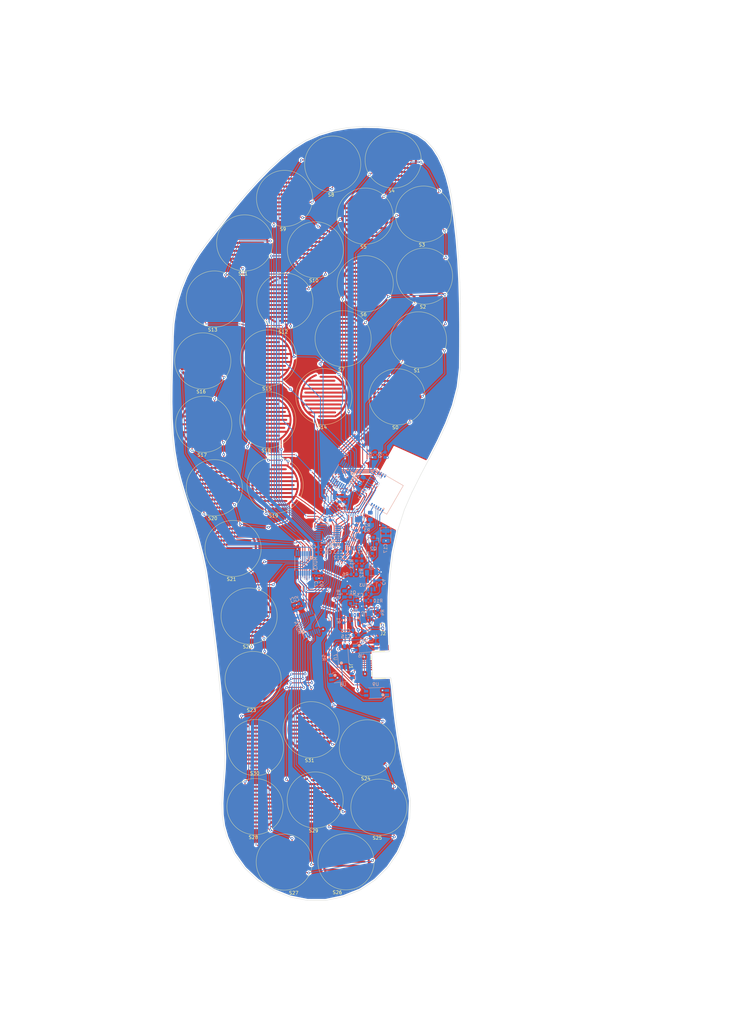
<source format=kicad_pcb>
(kicad_pcb (version 20171130) (host pcbnew "(5.0.0)")
  (layers (0 F.Cu signal) (31 B.Cu signal) (34 B.Paste user hide) (35 F.Paste user) (36 B.SilkS user) (37 F.SilkS user) (38 B.Mask user) (39 F.Mask user) (44 Edge.Cuts user))
  (net 0 "")
  (net 1 GND)
  (net 2 +3V3)
  (net 3 +5V)
  (net 4 +BATT)
  (net 5 /U1_A7)
  (net 6 /U1_A6)
  (net 7 /U1_A5)
  (net 8 /U1_A4)
  (net 9 /U1_A3)
  (net 10 /U1_A2)
  (net 11 /U1_A1)
  (net 12 /U1_A0)
  (net 13 /U2_A7)
  (net 14 /U2_A6)
  (net 15 /U2_A5)
  (net 16 /U2_A4)
  (net 17 /U2_A3)
  (net 18 /U2_A2)
  (net 19 /U2_A1)
  (net 20 /U2_A0)
  (net 21 /U1_Data)
  (net 22 /U2_Data)
  (net 23 /U3_Data)
  (net 24 /U4_Data)
  (net 25 /U3_A7)
  (net 26 /U3_A6)
  (net 27 /U3_A5)
  (net 28 /U3_A4)
  (net 29 /U3_A3)
  (net 30 /U3_A2)
  (net 31 /U3_A1)
  (net 32 /U3_A0)
  (net 33 /U4_A7)
  (net 34 /U4_A6)
  (net 35 /U4_A5)
  (net 36 /U4_A4)
  (net 37 /U4_A3)
  (net 38 /U4_A2)
  (net 39 /U4_A1)
  (net 40 /U4_A0)
  (net 41 "Net-(L3-Pad1)")
  (net 42 "Net-(R1-Pad1)")
  (net 43 "Net-(R2-Pad2)")
  (net 44 "Net-(R3-Pad2)")
  (net 45 /S0)
  (net 46 /S1)
  (net 47 /S2)
  (net 48 /MUX_E)
  (net 49 -BATT)
  (net 50 "Net-(C1-Pad1)")
  (net 51 Analog_Batt_Lvl)
  (net 52 Enable_Batt_Lvl)
  (net 53 "Net-(R5-Pad1)")
  (net 54 "Net-(R5-Pad2)")
  (net 55 "Net-(R10-Pad1)")
  (net 56 "Net-(R11-Pad1)")
  (net 57 XRES)
  (net 58 P0.6)
  (net 59 P0.7)
  (net 60 /P0.7_USB)
  (net 61 /P0.6_USB)
  (net 62 /XRES_USB)
  (net 63 "Net-(Q2-Pad3)")
  (net 64 /+3V3_VDDR)
  (net 65 /+3V3_VDD)
  (net 66 /+BATT_CUT)
  (module fsr_footprints:FSR_Circle_7mm (layer F.Cu) (at 175.219453 48.070707 180)
    (fp_text reference S9 (at 0.5 -9.3) (layer F.SilkS))
    (fp_text value FSR)
    (pad 1 smd custom (at -6.7 -1.2 180) (size 0.5 0.5) (layers F.Cu F.Mask) (net 22 /U2_Data) (options (clearance outline) (anchor circle)) (primitives (gr_line (start 12.3 2.4) (end 0.1 2.4) (width 0.6)) (gr_line (start 7.7 7.2) (end 3.3 7.2) (width 0.6)) (gr_line (start 12.3 0) (end 0.1 0) (width 0.6)) (gr_line (start 11.1 4.8) (end 0.9 4.8) (width 0.6)) (gr_line (start 8.1 -4.8) (end 3.3 -4.8) (width 0.6)) (gr_line (start 11.1 -2.4) (end 0.9 -2.4) (width 0.6)) (gr_arc (start 6.7 1.2) (end 3.3 7.2) (angle 120.9) (width 0.6))))
    (pad 2 smd custom (at 6.8 0 180) (size 0.5 0.5) (layers F.Cu F.Mask) (net 19 /U2_A1) (options (clearance outline) (anchor circle)) (primitives (gr_line (start -10.2 -4.8) (end -2 -4.8) (width 0.6)) (gr_line (start -11.8 -2.4) (end -0.4 -2.4) (width 0.6)) (gr_arc (start -6.8 0) (end -3.8 -6.2) (angle 133.6) (width 0.6)) (gr_line (start -12 2.4) (end -0.4 2.4) (width 0.6)) (gr_line (start -12.4 0) (end -0.2 0) (width 0.6)) (gr_line (start -10 4.8) (end -2 4.8) (width 0.6))))
  )
  (module Connector_PinHeader_1.00mm:PinHeader_1x02_P1.00mm_Vertical (layer F.Cu) (at 204.939453 178.240707 4)
    (fp_text reference J2 (at 0 1.56 4) (layer F.SilkS))
    (fp_text value 3V7_Battery)
    (pad 2 thru_hole oval (at 0 -1 4) (size 0.85 0.85) (drill 0.5) (layers *.Cu *.Mask) (net 4 +BATT))
    (pad 1 thru_hole rect (at 0 0 4) (size 0.85 0.85) (drill 0.5) (layers *.Cu *.Mask) (net 49 -BATT))
  )
  (module Package_LGA:Bosch_LGA-14_3x2.5mm_P0.5mm (layer B.Cu) (at 196.049453 152.590707)
    (fp_text reference U2 (at 0 -2.5) (layer B.SilkS) (effects (justify mirror)))
    (fp_text value ISM330DLC)
    (pad 11 smd rect (at 1.2625 -0.75) (size 0.675 0.25) (layers B.Cu B.Paste B.Mask))
    (pad 10 smd rect (at 1.2625 -0.25) (size 0.675 0.25) (layers B.Cu B.Paste B.Mask))
    (pad 9 smd rect (at 1.2625 0.25) (size 0.675 0.25) (layers B.Cu B.Paste B.Mask))
    (pad 8 smd rect (at 1.2625 0.75) (size 0.675 0.25) (layers B.Cu B.Paste B.Mask) (net 2 +3V3))
    (pad 4 smd rect (at -1.2625 0.75) (size 0.675 0.25) (layers B.Cu B.Paste B.Mask))
    (pad 3 smd rect (at -1.2625 0.25) (size 0.675 0.25) (layers B.Cu B.Paste B.Mask) (net 1 GND))
    (pad 2 smd rect (at -1.2625 -0.25) (size 0.675 0.25) (layers B.Cu B.Paste B.Mask) (net 1 GND))
    (pad 1 smd rect (at -1.2625 -0.75) (size 0.675 0.25) (layers B.Cu B.Paste B.Mask) (net 1 GND))
    (pad 7 smd rect (at 0.5 1.0125) (size 0.25 0.675) (layers B.Cu B.Paste B.Mask) (net 1 GND))
    (pad 6 smd rect (at 0 1.0125) (size 0.25 0.675) (layers B.Cu B.Paste B.Mask) (net 1 GND))
    (pad 5 smd rect (at -0.5 1.0125) (size 0.25 0.675) (layers B.Cu B.Paste B.Mask) (net 2 +3V3))
    (pad 12 smd rect (at 0.5 -1.0125) (size 0.25 0.675) (layers B.Cu B.Paste B.Mask))
    (pad 14 smd rect (at -0.5 -1.0125) (size 0.25 0.675) (layers B.Cu B.Paste B.Mask) (net 43 "Net-(R2-Pad2)"))
    (pad 13 smd rect (at 0 -1.0125) (size 0.25 0.675) (layers B.Cu B.Paste B.Mask) (net 44 "Net-(R3-Pad2)"))
  )
  (module Capacitor_SMD:C_0603_1608Metric (layer B.Cu) (at 199.349453 178.290707 274)
    (fp_text reference C1 (at 0 -1.43 274) (layer B.SilkS) (effects (justify mirror)))
    (fp_text value 0.1uF)
    (pad 2 smd roundrect (at 0.7875 0 274) (size 0.875 0.95) (layers B.Cu B.Paste B.Mask) (net 49 -BATT))
    (pad 1 smd roundrect (at -0.7875 0 274) (size 0.875 0.95) (layers B.Cu B.Paste B.Mask) (net 50 "Net-(C1-Pad1)"))
  )
  (module Capacitor_SMD:C_0603_1608Metric (layer B.Cu) (at 178.399453 172.040707 290)
    (fp_text reference C2 (at -2.498995 -0.005009 290) (layer B.SilkS) (effects (justify mirror)))
    (fp_text value 1uF)
    (pad 2 smd roundrect (at 0.7875 0 290) (size 0.875 0.95) (layers B.Cu B.Paste B.Mask) (net 2 +3V3))
    (pad 1 smd roundrect (at -0.7875 0 290) (size 0.875 0.95) (layers B.Cu B.Paste B.Mask) (net 1 GND))
  )
  (module Capacitor_SMD:C_0603_1608Metric (layer B.Cu) (at 200.679453 167.910707 183)
    (fp_text reference C3 (at 2.530154 -0.127757 183) (layer B.SilkS) (effects (justify mirror)))
    (fp_text value 4.7uF)
    (pad 2 smd roundrect (at 0.7875 0 183) (size 0.875 0.95) (layers B.Cu B.Paste B.Mask) (net 66 /+BATT_CUT))
    (pad 1 smd roundrect (at -0.7875 0 183) (size 0.875 0.95) (layers B.Cu B.Paste B.Mask) (net 1 GND))
  )
  (module Capacitor_SMD:C_0603_1608Metric (layer B.Cu) (at 203.861453 164.378707 274)
    (fp_text reference C4 (at -0.096301 -1.317928 274) (layer B.SilkS) (effects (justify mirror)))
    (fp_text value 10uF)
    (pad 2 smd roundrect (at 0.7875 0 274) (size 0.875 0.95) (layers B.Cu B.Paste B.Mask) (net 1 GND))
    (pad 1 smd roundrect (at -0.7875 0 274) (size 0.875 0.95) (layers B.Cu B.Paste B.Mask) (net 2 +3V3))
  )
  (module Capacitor_SMD:C_0603_1608Metric (layer B.Cu) (at 179.849453 171.490707 290)
    (fp_text reference C5 (at -2.392243 0.140264 290) (layer B.SilkS) (effects (justify mirror)))
    (fp_text value 0.1uF)
    (pad 2 smd roundrect (at 0.7875 0 290) (size 0.875 0.95) (layers B.Cu B.Paste B.Mask) (net 2 +3V3))
    (pad 1 smd roundrect (at -0.7875 0 290) (size 0.875 0.95) (layers B.Cu B.Paste B.Mask) (net 1 GND))
  )
  (module Capacitor_SMD:C_0603_1608Metric (layer B.Cu) (at 186.449453 162.278207 90)
    (fp_text reference C6 (at -2.5125 0 90) (layer B.SilkS) (effects (justify mirror)))
    (fp_text value 1uF)
    (pad 2 smd roundrect (at 0.7875 0 90) (size 0.875 0.95) (layers B.Cu B.Paste B.Mask) (net 2 +3V3))
    (pad 1 smd roundrect (at -0.7875 0 90) (size 0.875 0.95) (layers B.Cu B.Paste B.Mask) (net 1 GND))
  )
  (module Capacitor_SMD:C_0603_1608Metric (layer B.Cu) (at 184.849453 162.290707 90)
    (fp_text reference C7 (at -2.5 0 90) (layer B.SilkS) (effects (justify mirror)))
    (fp_text value 0.1uF)
    (pad 2 smd roundrect (at 0.7875 0 90) (size 0.875 0.95) (layers B.Cu B.Paste B.Mask) (net 2 +3V3))
    (pad 1 smd roundrect (at -0.7875 0 90) (size 0.875 0.95) (layers B.Cu B.Paste B.Mask) (net 1 GND))
  )
  (module Capacitor_SMD:C_0603_1608Metric (layer B.Cu) (at 186.236953 155.190707 180)
    (fp_text reference C8 (at -2.3125 0 180) (layer B.SilkS) (effects (justify mirror)))
    (fp_text value 1uF)
    (pad 2 smd roundrect (at 0.7875 0 180) (size 0.875 0.95) (layers B.Cu B.Paste B.Mask) (net 2 +3V3))
    (pad 1 smd roundrect (at -0.7875 0 180) (size 0.875 0.95) (layers B.Cu B.Paste B.Mask) (net 1 GND))
  )
  (module Capacitor_SMD:C_0603_1608Metric (layer B.Cu) (at 186.236953 153.590707 180)
    (fp_text reference C9 (at 2.3875 0 180) (layer B.SilkS) (effects (justify mirror)))
    (fp_text value 0.1uF)
    (pad 2 smd roundrect (at 0.7875 0 180) (size 0.875 0.95) (layers B.Cu B.Paste B.Mask) (net 2 +3V3))
    (pad 1 smd roundrect (at -0.7875 0 180) (size 0.875 0.95) (layers B.Cu B.Paste B.Mask) (net 1 GND))
  )
  (module Capacitor_SMD:C_0603_1608Metric (layer B.Cu) (at 191.824453 139.153207 90)
    (fp_text reference C10 (at -2.9375 -0.075 90) (layer B.SilkS) (effects (justify mirror)))
    (fp_text value 1uF)
    (pad 2 smd roundrect (at 0.7875 0 90) (size 0.875 0.95) (layers B.Cu B.Paste B.Mask) (net 2 +3V3))
    (pad 1 smd roundrect (at -0.7875 0 90) (size 0.875 0.95) (layers B.Cu B.Paste B.Mask) (net 1 GND))
  )
  (module Capacitor_SMD:C_0603_1608Metric (layer B.Cu) (at 193.449453 139.165707 90)
    (fp_text reference C11 (at -2.95 -0.075 90) (layer B.SilkS) (effects (justify mirror)))
    (fp_text value 0.1uF)
    (pad 2 smd roundrect (at 0.7875 0 90) (size 0.875 0.95) (layers B.Cu B.Paste B.Mask) (net 2 +3V3))
    (pad 1 smd roundrect (at -0.7875 0 90) (size 0.875 0.95) (layers B.Cu B.Paste B.Mask) (net 1 GND))
  )
  (module Capacitor_SMD:C_0603_1608Metric (layer B.Cu) (at 194.361953 156.690707)
    (fp_text reference C12 (at -2.9125 0.1) (layer B.SilkS) (effects (justify mirror)))
    (fp_text value 1uF)
    (pad 2 smd roundrect (at 0.7875 0) (size 0.875 0.95) (layers B.Cu B.Paste B.Mask) (net 2 +3V3))
    (pad 1 smd roundrect (at -0.7875 0) (size 0.875 0.95) (layers B.Cu B.Paste B.Mask) (net 1 GND))
  )
  (module Capacitor_SMD:C_0603_1608Metric (layer B.Cu) (at 194.361953 155.090707)
    (fp_text reference C13 (at -2.9225 0.03) (layer B.SilkS) (effects (justify mirror)))
    (fp_text value 0.1uF)
    (pad 2 smd roundrect (at 0.7875 0) (size 0.875 0.95) (layers B.Cu B.Paste B.Mask) (net 2 +3V3))
    (pad 1 smd roundrect (at -0.7875 0) (size 0.875 0.95) (layers B.Cu B.Paste B.Mask) (net 1 GND))
  )
  (module Capacitor_SMD:C_0603_1608Metric (layer B.Cu) (at 197.849453 156.290707 180)
    (fp_text reference C14 (at 0.22 1.35 180) (layer B.SilkS) (effects (justify mirror)))
    (fp_text value 0.1uF)
    (pad 2 smd roundrect (at 0.7875 0 180) (size 0.875 0.95) (layers B.Cu B.Paste B.Mask) (net 1 GND))
    (pad 1 smd roundrect (at -0.7875 0 180) (size 0.875 0.95) (layers B.Cu B.Paste B.Mask) (net 51 Analog_Batt_Lvl))
  )
  (module Inductor_SMD:L_0805_2012Metric_Pad1.15x1.40mm_HandSolder (layer B.Cu) (at 201.179453 144.235707 90)
    (fp_text reference L1 (at 0 -1.65 90) (layer B.SilkS) (effects (justify mirror)))
    (fp_text value "300ohm 100MHz")
    (pad 2 smd roundrect (at 1.025 0 90) (size 1.15 1.4) (layers B.Cu B.Paste B.Mask) (roundrect_rratio 0.217391) (net 64 /+3V3_VDDR))
    (pad 1 smd roundrect (at -1.025 0 90) (size 1.15 1.4) (layers B.Cu B.Paste B.Mask) (roundrect_rratio 0.217391) (net 2 +3V3))
  )
  (module Inductor_SMD:L_0805_2012Metric_Pad1.15x1.40mm_HandSolder (layer B.Cu) (at 198.499453 133.400707 60)
    (fp_text reference L2 (at 0 -1.65 60) (layer B.SilkS) (effects (justify mirror)))
    (fp_text value "300ohm 100MHz")
    (pad 2 smd roundrect (at 1.025 0 60) (size 1.15 1.4) (layers B.Cu B.Paste B.Mask) (roundrect_rratio 0.217391) (net 65 /+3V3_VDD))
    (pad 1 smd roundrect (at -1.025 0 60) (size 1.15 1.4) (layers B.Cu B.Paste B.Mask) (roundrect_rratio 0.217391) (net 2 +3V3))
  )
  (module Package_SO:TSSOP-16_4.4x5mm_P0.65mm (layer B.Cu) (at 192.949453 131.790707 240)
    (fp_text reference MUX1 (at 0 -3.55 240) (layer B.SilkS) (effects (justify mirror)))
    (fp_text value CD74HC4051)
    (pad 16 smd rect (at 2.95 -2.275 240) (size 1.5 0.45) (layers B.Cu B.Paste B.Mask) (net 2 +3V3))
    (pad 15 smd rect (at 2.95 -1.625 240) (size 1.5 0.45) (layers B.Cu B.Paste B.Mask) (net 10 /U1_A2))
    (pad 14 smd rect (at 2.95 -0.975 240) (size 1.5 0.45) (layers B.Cu B.Paste B.Mask) (net 11 /U1_A1))
    (pad 13 smd rect (at 2.95 -0.325 240) (size 1.5 0.45) (layers B.Cu B.Paste B.Mask) (net 12 /U1_A0))
    (pad 12 smd rect (at 2.95 0.325 240) (size 1.5 0.45) (layers B.Cu B.Paste B.Mask) (net 9 /U1_A3))
    (pad 11 smd rect (at 2.95 0.975 240) (size 1.5 0.45) (layers B.Cu B.Paste B.Mask) (net 45 /S0))
    (pad 10 smd rect (at 2.95 1.625 240) (size 1.5 0.45) (layers B.Cu B.Paste B.Mask) (net 46 /S1))
    (pad 9 smd rect (at 2.95 2.275 240) (size 1.5 0.45) (layers B.Cu B.Paste B.Mask) (net 47 /S2))
    (pad 8 smd rect (at -2.95 2.275 240) (size 1.5 0.45) (layers B.Cu B.Paste B.Mask) (net 1 GND))
    (pad 7 smd rect (at -2.95 1.625 240) (size 1.5 0.45) (layers B.Cu B.Paste B.Mask) (net 1 GND))
    (pad 6 smd rect (at -2.95 0.975 240) (size 1.5 0.45) (layers B.Cu B.Paste B.Mask) (net 48 /MUX_E))
    (pad 5 smd rect (at -2.95 0.325 240) (size 1.5 0.45) (layers B.Cu B.Paste B.Mask) (net 7 /U1_A5))
    (pad 4 smd rect (at -2.95 -0.325 240) (size 1.5 0.45) (layers B.Cu B.Paste B.Mask) (net 5 /U1_A7))
    (pad 3 smd rect (at -2.95 -0.975 240) (size 1.5 0.45) (layers B.Cu B.Paste B.Mask) (net 2 +3V3))
    (pad 2 smd rect (at -2.95 -1.625 240) (size 1.5 0.45) (layers B.Cu B.Paste B.Mask) (net 6 /U1_A6))
    (pad 1 smd rect (at -2.95 -2.275 240) (size 1.5 0.45) (layers B.Cu B.Paste B.Mask) (net 8 /U1_A4))
  )
  (module Package_SO:TSSOP-16_4.4x5mm_P0.65mm (layer B.Cu) (at 188.349453 149.590707 180)
    (fp_text reference MUX2 (at -1.7 -3.6 180) (layer B.SilkS) (effects (justify mirror)))
    (fp_text value CD74HC4051)
    (pad 16 smd rect (at 2.95 -2.275 180) (size 1.5 0.45) (layers B.Cu B.Paste B.Mask) (net 2 +3V3))
    (pad 15 smd rect (at 2.95 -1.625 180) (size 1.5 0.45) (layers B.Cu B.Paste B.Mask) (net 18 /U2_A2))
    (pad 14 smd rect (at 2.95 -0.975 180) (size 1.5 0.45) (layers B.Cu B.Paste B.Mask) (net 19 /U2_A1))
    (pad 13 smd rect (at 2.95 -0.325 180) (size 1.5 0.45) (layers B.Cu B.Paste B.Mask) (net 20 /U2_A0))
    (pad 12 smd rect (at 2.95 0.325 180) (size 1.5 0.45) (layers B.Cu B.Paste B.Mask) (net 17 /U2_A3))
    (pad 11 smd rect (at 2.95 0.975 180) (size 1.5 0.45) (layers B.Cu B.Paste B.Mask) (net 45 /S0))
    (pad 10 smd rect (at 2.95 1.625 180) (size 1.5 0.45) (layers B.Cu B.Paste B.Mask) (net 46 /S1))
    (pad 9 smd rect (at 2.95 2.275 180) (size 1.5 0.45) (layers B.Cu B.Paste B.Mask) (net 47 /S2))
    (pad 8 smd rect (at -2.95 2.275 180) (size 1.5 0.45) (layers B.Cu B.Paste B.Mask) (net 1 GND))
    (pad 7 smd rect (at -2.95 1.625 180) (size 1.5 0.45) (layers B.Cu B.Paste B.Mask) (net 1 GND))
    (pad 6 smd rect (at -2.95 0.975 180) (size 1.5 0.45) (layers B.Cu B.Paste B.Mask) (net 48 /MUX_E))
    (pad 5 smd rect (at -2.95 0.325 180) (size 1.5 0.45) (layers B.Cu B.Paste B.Mask) (net 15 /U2_A5))
    (pad 4 smd rect (at -2.95 -0.325 180) (size 1.5 0.45) (layers B.Cu B.Paste B.Mask) (net 13 /U2_A7))
    (pad 3 smd rect (at -2.95 -0.975 180) (size 1.5 0.45) (layers B.Cu B.Paste B.Mask) (net 2 +3V3))
    (pad 2 smd rect (at -2.95 -1.625 180) (size 1.5 0.45) (layers B.Cu B.Paste B.Mask) (net 14 /U2_A6))
    (pad 1 smd rect (at -2.95 -2.275 180) (size 1.5 0.45) (layers B.Cu B.Paste B.Mask) (net 16 /U2_A4))
  )
  (module Package_SO:TSSOP-16_4.4x5mm_P0.65mm (layer B.Cu) (at 181.049453 158.540707 270)
    (fp_text reference MUX3 (at 0 -3.55 270) (layer B.SilkS) (effects (justify mirror)))
    (fp_text value CD74HC4051)
    (pad 16 smd rect (at 2.95 -2.275 270) (size 1.5 0.45) (layers B.Cu B.Paste B.Mask) (net 2 +3V3))
    (pad 15 smd rect (at 2.95 -1.625 270) (size 1.5 0.45) (layers B.Cu B.Paste B.Mask) (net 30 /U3_A2))
    (pad 14 smd rect (at 2.95 -0.975 270) (size 1.5 0.45) (layers B.Cu B.Paste B.Mask) (net 31 /U3_A1))
    (pad 13 smd rect (at 2.95 -0.325 270) (size 1.5 0.45) (layers B.Cu B.Paste B.Mask) (net 32 /U3_A0))
    (pad 12 smd rect (at 2.95 0.325 270) (size 1.5 0.45) (layers B.Cu B.Paste B.Mask) (net 29 /U3_A3))
    (pad 11 smd rect (at 2.95 0.975 270) (size 1.5 0.45) (layers B.Cu B.Paste B.Mask) (net 45 /S0))
    (pad 10 smd rect (at 2.95 1.625 270) (size 1.5 0.45) (layers B.Cu B.Paste B.Mask) (net 46 /S1))
    (pad 9 smd rect (at 2.95 2.275 270) (size 1.5 0.45) (layers B.Cu B.Paste B.Mask) (net 47 /S2))
    (pad 8 smd rect (at -2.95 2.275 270) (size 1.5 0.45) (layers B.Cu B.Paste B.Mask) (net 1 GND))
    (pad 7 smd rect (at -2.95 1.625 270) (size 1.5 0.45) (layers B.Cu B.Paste B.Mask) (net 1 GND))
    (pad 6 smd rect (at -2.95 0.975 270) (size 1.5 0.45) (layers B.Cu B.Paste B.Mask) (net 48 /MUX_E))
    (pad 5 smd rect (at -2.95 0.325 270) (size 1.5 0.45) (layers B.Cu B.Paste B.Mask) (net 27 /U3_A5))
    (pad 4 smd rect (at -2.95 -0.325 270) (size 1.5 0.45) (layers B.Cu B.Paste B.Mask) (net 25 /U3_A7))
    (pad 3 smd rect (at -2.95 -0.975 270) (size 1.5 0.45) (layers B.Cu B.Paste B.Mask) (net 2 +3V3))
    (pad 2 smd rect (at -2.95 -1.625 270) (size 1.5 0.45) (layers B.Cu B.Paste B.Mask) (net 26 /U3_A6))
    (pad 1 smd rect (at -2.95 -2.275 270) (size 1.5 0.45) (layers B.Cu B.Paste B.Mask) (net 28 /U3_A4))
  )
  (module Package_SO:TSSOP-16_4.4x5mm_P0.65mm (layer B.Cu) (at 182.499453 176.840707 110)
    (fp_text reference MUX4 (at 0 -3.55 110) (layer B.SilkS) (effects (justify mirror)))
    (fp_text value CD74HC4051)
    (pad 16 smd rect (at 2.95 -2.275 110) (size 1.5 0.45) (layers B.Cu B.Paste B.Mask) (net 2 +3V3))
    (pad 15 smd rect (at 2.95 -1.625 110) (size 1.5 0.45) (layers B.Cu B.Paste B.Mask) (net 38 /U4_A2))
    (pad 14 smd rect (at 2.95 -0.975 110) (size 1.5 0.45) (layers B.Cu B.Paste B.Mask) (net 39 /U4_A1))
    (pad 13 smd rect (at 2.95 -0.325 110) (size 1.5 0.45) (layers B.Cu B.Paste B.Mask) (net 40 /U4_A0))
    (pad 12 smd rect (at 2.95 0.325 110) (size 1.5 0.45) (layers B.Cu B.Paste B.Mask) (net 37 /U4_A3))
    (pad 11 smd rect (at 2.95 0.975 110) (size 1.5 0.45) (layers B.Cu B.Paste B.Mask) (net 45 /S0))
    (pad 10 smd rect (at 2.95 1.625 110) (size 1.5 0.45) (layers B.Cu B.Paste B.Mask) (net 46 /S1))
    (pad 9 smd rect (at 2.95 2.275 110) (size 1.5 0.45) (layers B.Cu B.Paste B.Mask) (net 47 /S2))
    (pad 8 smd rect (at -2.95 2.275 110) (size 1.5 0.45) (layers B.Cu B.Paste B.Mask) (net 1 GND))
    (pad 7 smd rect (at -2.95 1.625 110) (size 1.5 0.45) (layers B.Cu B.Paste B.Mask) (net 1 GND))
    (pad 6 smd rect (at -2.95 0.975 110) (size 1.5 0.45) (layers B.Cu B.Paste B.Mask) (net 48 /MUX_E))
    (pad 5 smd rect (at -2.95 0.325 110) (size 1.5 0.45) (layers B.Cu B.Paste B.Mask) (net 35 /U4_A5))
    (pad 4 smd rect (at -2.95 -0.325 110) (size 1.5 0.45) (layers B.Cu B.Paste B.Mask) (net 33 /U4_A7))
    (pad 3 smd rect (at -2.95 -0.975 110) (size 1.5 0.45) (layers B.Cu B.Paste B.Mask) (net 2 +3V3))
    (pad 2 smd rect (at -2.95 -1.625 110) (size 1.5 0.45) (layers B.Cu B.Paste B.Mask) (net 34 /U4_A6))
    (pad 1 smd rect (at -2.95 -2.275 110) (size 1.5 0.45) (layers B.Cu B.Paste B.Mask) (net 36 /U4_A4))
  )
  (module Package_TO_SOT_SMD:SOT-23 (layer B.Cu) (at 202.149453 151.690707 90)
    (fp_text reference Q2 (at -2.43 -0.03) (layer B.SilkS) (effects (justify mirror)))
    (fp_text value Q_PMOS_GSD)
    (pad 3 smd rect (at 1 0 90) (size 0.9 0.8) (layers B.Cu B.Paste B.Mask) (net 63 "Net-(Q2-Pad3)"))
    (pad 2 smd rect (at -1 0.95 90) (size 0.9 0.8) (layers B.Cu B.Paste B.Mask) (net 66 /+BATT_CUT))
    (pad 1 smd rect (at -1 -0.95 90) (size 0.9 0.8) (layers B.Cu B.Paste B.Mask) (net 52 Enable_Batt_Lvl))
  )
  (module Resistor_SMD:R_0603_1608Metric (layer B.Cu) (at 192.968238 175.774286 93)
    (fp_text reference R1 (at 0 -1.43 93) (layer B.SilkS) (effects (justify mirror)))
    (fp_text value 10k)
    (pad 2 smd roundrect (at 0.7875 0 93) (size 0.875 0.95) (layers B.Cu B.Paste B.Mask) (net 49 -BATT))
    (pad 1 smd roundrect (at -0.7875 0 93) (size 0.875 0.95) (layers B.Cu B.Paste B.Mask) (net 42 "Net-(R1-Pad1)"))
  )
  (module Resistor_SMD:R_0603_1608Metric (layer B.Cu) (at 197.761953 146.990707 180)
    (fp_text reference R2 (at -2.4875 -0.1 180) (layer B.SilkS) (effects (justify mirror)))
    (fp_text value 10k)
    (pad 2 smd roundrect (at 0.7875 0 180) (size 0.875 0.95) (layers B.Cu B.Paste B.Mask) (net 43 "Net-(R2-Pad2)"))
    (pad 1 smd roundrect (at -0.7875 0 180) (size 0.875 0.95) (layers B.Cu B.Paste B.Mask) (net 2 +3V3))
  )
  (module Resistor_SMD:R_0603_1608Metric (layer B.Cu) (at 197.749453 148.590707 180)
    (fp_text reference R3 (at -2.4 0 180) (layer B.SilkS) (effects (justify mirror)))
    (fp_text value 10k)
    (pad 2 smd roundrect (at 0.7875 0 180) (size 0.875 0.95) (layers B.Cu B.Paste B.Mask) (net 44 "Net-(R3-Pad2)"))
    (pad 1 smd roundrect (at -0.7875 0 180) (size 0.875 0.95) (layers B.Cu B.Paste B.Mask) (net 2 +3V3))
  )
  (module Resistor_SMD:R_0603_1608Metric (layer B.Cu) (at 203.459453 173.460707 270)
    (fp_text reference R4 (at 0 -1.43 270) (layer B.SilkS) (effects (justify mirror)))
    (fp_text value "390 ohm")
    (pad 2 smd roundrect (at 0.7875 0 270) (size 0.875 0.95) (layers B.Cu B.Paste B.Mask) (net 50 "Net-(C1-Pad1)"))
    (pad 1 smd roundrect (at -0.7875 0 270) (size 0.875 0.95) (layers B.Cu B.Paste B.Mask) (net 4 +BATT))
  )
  (module Resistor_SMD:R_0603_1608Metric (layer B.Cu) (at 188.549453 186.990707 94)
    (fp_text reference R5 (at 0 -1.43 94) (layer B.SilkS) (effects (justify mirror)))
    (fp_text value 0-1k)
    (pad 2 smd roundrect (at 0.7875 0 94) (size 0.875 0.95) (layers B.Cu B.Paste B.Mask) (net 54 "Net-(R5-Pad2)"))
    (pad 1 smd roundrect (at -0.7875 0 94) (size 0.875 0.95) (layers B.Cu B.Paste B.Mask) (net 53 "Net-(R5-Pad1)"))
  )
  (module Resistor_SMD:R_0603_1608Metric (layer B.Cu) (at 196.161953 161.890707 180)
    (fp_text reference R6 (at 2.5125 0 180) (layer B.SilkS) (effects (justify mirror)))
    (fp_text value 10k)
    (pad 2 smd roundrect (at 0.7875 0 180) (size 0.875 0.95) (layers B.Cu B.Paste B.Mask) (net 24 /U4_Data))
    (pad 1 smd roundrect (at -0.7875 0 180) (size 0.875 0.95) (layers B.Cu B.Paste B.Mask) (net 1 GND))
  )
  (module Resistor_SMD:R_0603_1608Metric (layer B.Cu) (at 188.249453 145.440707 180)
    (fp_text reference R7 (at 2.5 -0.05 180) (layer B.SilkS) (effects (justify mirror)))
    (fp_text value 10k)
    (pad 2 smd roundrect (at 0.7875 0 180) (size 0.875 0.95) (layers B.Cu B.Paste B.Mask) (net 23 /U3_Data))
    (pad 1 smd roundrect (at -0.7875 0 180) (size 0.875 0.95) (layers B.Cu B.Paste B.Mask) (net 1 GND))
  )
  (module Resistor_SMD:R_0603_1608Metric (layer B.Cu) (at 202.649453 125.678207 90)
    (fp_text reference R8 (at 0 -1.43 90) (layer B.SilkS) (effects (justify mirror)))
    (fp_text value 10k)
    (pad 2 smd roundrect (at 0.7875 0 90) (size 0.875 0.95) (layers B.Cu B.Paste B.Mask) (net 22 /U2_Data))
    (pad 1 smd roundrect (at -0.7875 0 90) (size 0.875 0.95) (layers B.Cu B.Paste B.Mask) (net 1 GND))
  )
  (module Resistor_SMD:R_0603_1608Metric (layer B.Cu) (at 205.649453 125.690707 90)
    (fp_text reference R9 (at 0 -1.43 90) (layer B.SilkS) (effects (justify mirror)))
    (fp_text value 10k)
    (pad 2 smd roundrect (at 0.7875 0 90) (size 0.875 0.95) (layers B.Cu B.Paste B.Mask) (net 21 /U1_Data))
    (pad 1 smd roundrect (at -0.7875 0 90) (size 0.875 0.95) (layers B.Cu B.Paste B.Mask) (net 1 GND))
  )
  (module Resistor_SMD:R_0603_1608Metric (layer B.Cu) (at 200.614953 169.832707 180)
    (fp_text reference R10 (at -2.8845 -0.068 180) (layer B.SilkS) (effects (justify mirror)))
    (fp_text value 2.7k)
    (pad 2 smd roundrect (at 0.7875 0 180) (size 0.875 0.95) (layers B.Cu B.Paste B.Mask) (net 1 GND))
    (pad 1 smd roundrect (at -0.7875 0 180) (size 0.875 0.95) (layers B.Cu B.Paste B.Mask) (net 55 "Net-(R10-Pad1)"))
  )
  (module Resistor_SMD:R_0603_1608Metric (layer B.Cu) (at 202.06495 181.190707 5)
    (fp_text reference R11 (at -2.848361 0.252711 5) (layer B.SilkS) (effects (justify mirror)))
    (fp_text value "100-500 ohm")
    (pad 2 smd roundrect (at 0.7875 0 5) (size 0.875 0.95) (layers B.Cu B.Paste B.Mask) (net 2 +3V3))
    (pad 1 smd roundrect (at -0.7875 0 5) (size 0.875 0.95) (layers B.Cu B.Paste B.Mask) (net 56 "Net-(R11-Pad1)"))
  )
  (module Resistor_SMD:R_0603_1608Metric (layer B.Cu) (at 198.649453 158.578207 90)
    (fp_text reference R12 (at -2.9125 -0.1 90) (layer B.SilkS) (effects (justify mirror)))
    (fp_text value 10k)
    (pad 2 smd roundrect (at 0.7875 0 90) (size 0.875 0.95) (layers B.Cu B.Paste B.Mask) (net 51 Analog_Batt_Lvl))
    (pad 1 smd roundrect (at -0.7875 0 90) (size 0.875 0.95) (layers B.Cu B.Paste B.Mask) (net 63 "Net-(Q2-Pad3)"))
  )
  (module Resistor_SMD:R_0603_1608Metric (layer B.Cu) (at 196.949453 158.590707 270)
    (fp_text reference R13 (at 0.1 1.4 270) (layer B.SilkS) (effects (justify mirror)))
    (fp_text value 10k)
    (pad 2 smd roundrect (at 0.7875 0 270) (size 0.875 0.95) (layers B.Cu B.Paste B.Mask) (net 1 GND))
    (pad 1 smd roundrect (at -0.7875 0 270) (size 0.875 0.95) (layers B.Cu B.Paste B.Mask) (net 51 Analog_Batt_Lvl))
  )
  (module Resistor_SMD:R_0603_1608Metric (layer B.Cu) (at 201.749453 156.303207 90)
    (fp_text reference R14 (at 0 -1.43 90) (layer B.SilkS) (effects (justify mirror)))
    (fp_text value 100k)
    (pad 2 smd roundrect (at 0.7875 0 90) (size 0.875 0.95) (layers B.Cu B.Paste B.Mask) (net 52 Enable_Batt_Lvl))
    (pad 1 smd roundrect (at -0.7875 0 90) (size 0.875 0.95) (layers B.Cu B.Paste B.Mask) (net 66 /+BATT_CUT))
  )
  (module Package_TO_SOT_SMD:TSOT-23-5 (layer B.Cu) (at 196.549453 175.490707 273)
    (fp_text reference U1 (at -2.60167 -0.036211 183) (layer B.SilkS) (effects (font (size 0.9 0.9)) (justify mirror)))
    (fp_text value STC4054-4.2)
    (pad 5 smd rect (at 1.31 -0.95 273) (size 1.22 0.65) (layers B.Cu B.Paste B.Mask) (net 42 "Net-(R1-Pad1)"))
    (pad 4 smd rect (at 1.31 0.95 273) (size 1.22 0.65) (layers B.Cu B.Paste B.Mask) (net 3 +5V))
    (pad 3 smd rect (at -1.31 0.95 273) (size 1.22 0.65) (layers B.Cu B.Paste B.Mask) (net 4 +BATT))
    (pad 2 smd rect (at -1.31 0 273) (size 1.22 0.65) (layers B.Cu B.Paste B.Mask) (net 49 -BATT))
    (pad 1 smd rect (at -1.31 -0.95 273) (size 1.22 0.65) (layers B.Cu B.Paste B.Mask))
  )
  (module Package_TO_SOT_SMD:TSOT-23-5 (layer B.Cu) (at 201.469453 165.120707 93)
    (fp_text reference U3 (at 0.142354 -2.716272 3) (layer B.SilkS) (effects (font (size 0.9 0.9)) (justify mirror)))
    (fp_text value ADP2108AUJ-3.3)
    (pad 5 smd rect (at 1.31 -0.95 93) (size 1.22 0.65) (layers B.Cu B.Paste B.Mask) (net 41 "Net-(L3-Pad1)"))
    (pad 4 smd rect (at 1.31 0.95 93) (size 1.22 0.65) (layers B.Cu B.Paste B.Mask) (net 2 +3V3))
    (pad 3 smd rect (at -1.31 0.95 93) (size 1.22 0.65) (layers B.Cu B.Paste B.Mask) (net 66 /+BATT_CUT))
    (pad 2 smd rect (at -1.31 0 93) (size 1.22 0.65) (layers B.Cu B.Paste B.Mask) (net 1 GND))
    (pad 1 smd rect (at -1.31 -0.95 93) (size 1.22 0.65) (layers B.Cu B.Paste B.Mask) (net 66 /+BATT_CUT))
  )
  (module Digikey_EZ_BLE:CYBLE-222014-01 (layer B.Cu) (at 203.079453 135.930707 240)
    (fp_text reference U4 (at -4 13 240) (layer B.SilkS) (effects (justify mirror)))
    (fp_text value CYBLE-222014-01)
    (pad 1 smd rect (at 4.89 -4.91 240) (size 1 0.41) (layers B.Cu B.Paste B.Mask) (net 1 GND))
    (pad 2 smd rect (at 4.89 -4.14 240) (size 1 0.41) (layers B.Cu B.Paste B.Mask))
    (pad 3 smd rect (at 4.89 -3.38 240) (size 1 0.41) (layers B.Cu B.Paste B.Mask) (net 52 Enable_Batt_Lvl))
    (pad 4 smd rect (at 4.89 -2.62 240) (size 1 0.41) (layers B.Cu B.Paste B.Mask) (net 51 Analog_Batt_Lvl))
    (pad 5 smd rect (at 4.89 -1.86 240) (size 1 0.41) (layers B.Cu B.Paste B.Mask) (net 64 /+3V3_VDDR))
    (pad 7 smd rect (at 4.34 3.19 330) (size 1 0.41) (layers B.Cu B.Paste B.Mask) (net 48 /MUX_E))
    (pad 8 smd rect (at 3.58 3.19 330) (size 1 0.41) (layers B.Cu B.Paste B.Mask) (net 59 P0.7))
    (pad 9 smd rect (at 2.81 3.19 330) (size 1 0.41) (layers B.Cu B.Paste B.Mask) (net 43 "Net-(R2-Pad2)"))
    (pad 10 smd rect (at 2.05 3.19 330) (size 1 0.41) (layers B.Cu B.Paste B.Mask) (net 44 "Net-(R3-Pad2)"))
    (pad 11 smd rect (at 1.29 3.19 330) (size 1 0.41) (layers B.Cu B.Paste B.Mask) (net 1 GND))
    (pad 12 smd rect (at 0.53 3.19 330) (size 1 0.41) (layers B.Cu B.Paste B.Mask) (net 58 P0.6))
    (pad 13 smd rect (at -0.23 3.19 330) (size 1 0.41) (layers B.Cu B.Paste B.Mask) (net 24 /U4_Data))
    (pad 14 smd rect (at -1 3.19 330) (size 1 0.41) (layers B.Cu B.Paste B.Mask) (net 65 /+3V3_VDD))
    (pad 15 smd rect (at -1.76 3.19 330) (size 1 0.41) (layers B.Cu B.Paste B.Mask) (net 57 XRES))
    (pad 16 smd rect (at -2.52 3.19 330) (size 1 0.41) (layers B.Cu B.Paste B.Mask) (net 23 /U3_Data))
    (pad 17 smd rect (at -3.28 3.19 330) (size 1 0.41) (layers B.Cu B.Paste B.Mask) (net 22 /U2_Data))
    (pad 18 smd rect (at -4.04 3.19 330) (size 1 0.41) (layers B.Cu B.Paste B.Mask) (net 21 /U1_Data))
    (pad 19 smd rect (at -4.6 1.95 240) (size 1 0.41) (layers B.Cu B.Paste B.Mask) (net 45 /S0))
    (pad 20 smd rect (at -4.6 1.19 240) (size 1 0.41) (layers B.Cu B.Paste B.Mask) (net 46 /S1))
    (pad 21 smd rect (at -4.6 0.43 240) (size 1 0.41) (layers B.Cu B.Paste B.Mask) (net 47 /S2))
    (pad 22 smd rect (at -4.6 -0.33 240) (size 1 0.41) (layers B.Cu B.Paste B.Mask))
    (pad 6 smd rect (at 4.89 -1.1 240) (size 1 0.41) (layers B.Cu B.Paste B.Mask))
  )
  (module SamacSys_Parts:AP9211SAACHAC7 (layer B.Cu) (at 200.999453 173.640707 4)
    (fp_text reference U5 (at -1.955713 0.013605 -86) (layer B.SilkS) (effects (font (size 0.9 0.9)) (justify mirror)))
    (fp_text value AP9211SA-AN-HAC-7 hide)
    (pad 7 smd rect (at 0 0 94) (size 1.8 1.8) (layers B.Cu B.Paste B.Mask))
    (pad 6 smd rect (at -0.599 -1.35 94) (size 0.5 0.75) (layers B.Cu B.Paste B.Mask) (net 1 GND))
    (pad 5 smd rect (at 0.176 -1.35 4) (size 0.4 0.5) (layers B.Cu B.Paste B.Mask) (net 55 "Net-(R10-Pad1)"))
    (pad 4 smd rect (at 0.776 -1.35 4) (size 0.4 0.5) (layers B.Cu B.Paste B.Mask))
    (pad 3 smd rect (at 0.776 1.35 4) (size 0.4 0.5) (layers B.Cu B.Paste B.Mask) (net 50 "Net-(C1-Pad1)"))
    (pad 2 smd rect (at 0.176004 1.35 4) (size 0.4 0.5) (layers B.Cu B.Paste B.Mask) (net 49 -BATT))
    (pad 1 smd rect (at -0.599 1.35 94) (size 0.5 0.75) (layers B.Cu B.Paste B.Mask) (net 49 -BATT))
  )
  (module Package_SO:SOP-4_4.4x2.8mm_P1.27mm (layer B.Cu) (at 199.749453 183.890707 5)
    (fp_text reference U6 (at -1.521658 2.476804 5) (layer B.SilkS) (effects (justify mirror)))
    (fp_text value TCMT1100)
    (pad 4 smd rect (at 3.15 -0.64 5) (size 1.3 0.8) (layers B.Cu B.Paste B.Mask) (net 2 +3V3))
    (pad 3 smd rect (at 3.15 0.64 5) (size 1.3 0.8) (layers B.Cu B.Paste B.Mask) (net 54 "Net-(R5-Pad2)"))
    (pad 2 smd rect (at -3.15 0.64 5) (size 1.3 0.8) (layers B.Cu B.Paste B.Mask) (net 3 +5V))
    (pad 1 smd rect (at -3.15 -0.64 5) (size 1.3 0.8) (layers B.Cu B.Paste B.Mask) (net 56 "Net-(R11-Pad1)"))
  )
  (module Package_SO:SOP-4_4.4x2.8mm_P1.27mm (layer B.Cu) (at 192.949453 186.790707 94)
    (fp_text reference U7 (at 0 -2.4 94) (layer B.SilkS) (effects (justify mirror)))
    (fp_text value TCMT1100)
    (pad 4 smd rect (at 3.15 -0.64 94) (size 1.3 0.8) (layers B.Cu B.Paste B.Mask) (net 62 /XRES_USB))
    (pad 3 smd rect (at 3.15 0.64 94) (size 1.3 0.8) (layers B.Cu B.Paste B.Mask) (net 57 XRES))
    (pad 2 smd rect (at -3.15 0.64 94) (size 1.3 0.8) (layers B.Cu B.Paste B.Mask) (net 1 GND))
    (pad 1 smd rect (at -3.15 -0.64 94) (size 1.3 0.8) (layers B.Cu B.Paste B.Mask) (net 53 "Net-(R5-Pad1)"))
  )
  (module Package_SO:SOP-4_4.4x2.8mm_P1.27mm (layer B.Cu) (at 192.449453 192.890707 6)
    (fp_text reference U8 (at 0.246393 2.439117 6) (layer B.SilkS) (effects (justify mirror)))
    (fp_text value TCMT1100)
    (pad 4 smd rect (at 3.15 -0.64 6) (size 1.3 0.8) (layers B.Cu B.Paste B.Mask) (net 61 /P0.6_USB))
    (pad 3 smd rect (at 3.15 0.64 6) (size 1.3 0.8) (layers B.Cu B.Paste B.Mask) (net 58 P0.6))
    (pad 2 smd rect (at -3.15 0.64 6) (size 1.3 0.8) (layers B.Cu B.Paste B.Mask) (net 1 GND))
    (pad 1 smd rect (at -3.15 -0.64 6) (size 1.3 0.8) (layers B.Cu B.Paste B.Mask) (net 53 "Net-(R5-Pad1)"))
  )
  (module Package_SO:SOP-4_4.4x2.8mm_P1.27mm (layer B.Cu) (at 203.079453 197.800707 182)
    (fp_text reference U9 (at 0.157364 2.657111 182) (layer B.SilkS) (effects (justify mirror)))
    (fp_text value TCMT1100)
    (pad 4 smd rect (at 3.15 -0.64 182) (size 1.3 0.8) (layers B.Cu B.Paste B.Mask) (net 60 /P0.7_USB))
    (pad 3 smd rect (at 3.15 0.64 182) (size 1.3 0.8) (layers B.Cu B.Paste B.Mask) (net 59 P0.7))
    (pad 2 smd rect (at -3.15 0.64 182) (size 1.3 0.8) (layers B.Cu B.Paste B.Mask) (net 1 GND))
    (pad 1 smd rect (at -3.15 -0.64 182) (size 1.3 0.8) (layers B.Cu B.Paste B.Mask) (net 53 "Net-(R5-Pad1)"))
  )
  (module Capacitor_SMD:C_0603_1608Metric (layer B.Cu) (at 196.863871 180.29564 184)
    (fp_text reference C15 (at 3.094999 -0.155001 184) (layer B.SilkS) (effects (justify mirror)))
    (fp_text value 1uF)
    (pad 2 smd roundrect (at 0.7875 0 184) (size 0.875 0.95) (layers B.Cu B.Paste B.Mask) (net 3 +5V))
    (pad 1 smd roundrect (at -0.7875 0 184) (size 0.875 0.95) (layers B.Cu B.Paste B.Mask) (net 49 -BATT))
  )
  (module Capacitor_SMD:C_0603_1608Metric (layer B.Cu) (at 196.744452 178.725706 184)
    (fp_text reference C16 (at 3.044999 -0.015001 184) (layer B.SilkS) (effects (justify mirror)))
    (fp_text value 0.1uF)
    (pad 2 smd roundrect (at 0.7875 0 184) (size 0.875 0.95) (layers B.Cu B.Paste B.Mask) (net 3 +5V))
    (pad 1 smd roundrect (at -0.7875 0 184) (size 0.875 0.95) (layers B.Cu B.Paste B.Mask) (net 49 -BATT))
  )
  (module Connector_USB:USB_Micro_CustomV2 (layer F.Cu) (at 204.029453 189.310707 272)
    (fp_text reference J1 (at 0 8.7 272) (layer F.SilkS))
    (fp_text value Conn_Micro_USB)
    (pad 6 smd custom (at -5.2 2.6 272) (size 1.6 2.4) (layers F.Cu F.Paste F.Mask) (net 49 -BATT) (options (clearance outline) (anchor rect)) (primitives (gr_poly (pts (xy 0.8 1.2) (xy 1.025 1.2) (xy 1.75 0.6) (xy 1.75 -0.2) (xy 0.8 -0.2)) (width 0))))
    (pad 6 smd custom (at 5.2 2.6 272) (size 1.6 2.4) (layers F.Cu F.Paste F.Mask) (net 49 -BATT) (options (clearance outline) (anchor rect)) (primitives (gr_poly (pts (xy -0.8 1.2) (xy -1.025 1.2) (xy -1.75 0.6) (xy -1.75 -0.2) (xy -0.8 -0.2)) (width 0))))
    (pad 6 smd rect (at 2.55 4.55 272) (size 1.8 1.5) (layers F.Cu F.Paste F.Mask) (net 49 -BATT))
    (pad 6 smd rect (at -2.55 4.55 272) (size 1.8 1.5) (layers F.Cu F.Paste F.Mask) (net 49 -BATT))
    (pad 6 smd rect (at 5.15 -1.7 272) (size 1.6 2.4) (layers F.Cu F.Paste F.Mask) (net 49 -BATT))
    (pad 6 smd rect (at -5.15 -1.7 272) (size 1.6 2.4) (layers F.Cu F.Paste F.Mask) (net 49 -BATT))
    (pad 5 smd rect (at 1.3 2.925 272) (size 0.4 1.05) (layers F.Cu F.Paste F.Mask) (net 49 -BATT))
    (pad 4 smd rect (at 0.65 2.925 272) (size 0.4 1.05) (layers F.Cu F.Paste F.Mask) (net 60 /P0.7_USB))
    (pad 3 smd rect (at 0 2.925 272) (size 0.4 1.05) (layers F.Cu F.Paste F.Mask) (net 61 /P0.6_USB))
    (pad 2 smd rect (at -0.65 2.925 272) (size 0.4 1.05) (layers F.Cu F.Paste F.Mask) (net 62 /XRES_USB))
    (pad 1 smd rect (at -1.3 2.925 272) (size 0.4 1.05) (layers F.Cu F.Paste F.Mask) (net 3 +5V))
  )
  (module Capacitor_Tantalum_SMD:CP_EIA-3528-12_Kemet-T (layer B.Cu) (at 205.899453 150.180707 270)
    (fp_text reference C17 (at 3.82 0.12 270) (layer B.SilkS) (effects (justify mirror)))
    (fp_text value 100uF)
    (pad 2 smd roundrect (at 1.5375 0 270) (size 1.325 2.35) (layers B.Cu B.Paste B.Mask) (roundrect_rratio 0.188679) (net 1 GND))
    (pad 1 smd roundrect (at -1.5375 0 270) (size 1.325 2.35) (layers B.Cu B.Paste B.Mask) (roundrect_rratio 0.188679) (net 2 +3V3))
  )
  (module fsr_footprints:FSR_Circle_7mm (layer F.Cu) (at 209.269453 108.130707 180)
    (fp_text reference S0 (at 0.5 -9.3) (layer F.SilkS))
    (fp_text value FSR)
    (pad 1 smd custom (at -6.7 -1.2 180) (size 0.5 0.5) (layers F.Cu F.Mask) (net 21 /U1_Data) (options (clearance outline) (anchor circle)) (primitives (gr_line (start 12.3 2.4) (end 0.1 2.4) (width 0.6)) (gr_line (start 7.7 7.2) (end 3.3 7.2) (width 0.6)) (gr_line (start 12.3 0) (end 0.1 0) (width 0.6)) (gr_line (start 11.1 4.8) (end 0.9 4.8) (width 0.6)) (gr_line (start 8.1 -4.8) (end 3.3 -4.8) (width 0.6)) (gr_line (start 11.1 -2.4) (end 0.9 -2.4) (width 0.6)) (gr_arc (start 6.7 1.2) (end 3.3 7.2) (angle 120.9) (width 0.6))))
    (pad 2 smd custom (at 6.8 0 180) (size 0.5 0.5) (layers F.Cu F.Mask) (net 12 /U1_A0) (options (clearance outline) (anchor circle)) (primitives (gr_line (start -10.2 -4.8) (end -2 -4.8) (width 0.6)) (gr_line (start -11.8 -2.4) (end -0.4 -2.4) (width 0.6)) (gr_arc (start -6.8 0) (end -3.8 -6.2) (angle 133.6) (width 0.6)) (gr_line (start -12 2.4) (end -0.4 2.4) (width 0.6)) (gr_line (start -12.4 0) (end -0.2 0) (width 0.6)) (gr_line (start -10 4.8) (end -2 4.8) (width 0.6))))
  )
  (module fsr_footprints:FSR_Circle_7mm (layer F.Cu) (at 215.789453 90.890707 180)
    (fp_text reference S1 (at 0.5 -9.3) (layer F.SilkS))
    (fp_text value FSR)
    (pad 1 smd custom (at -6.7 -1.2 180) (size 0.5 0.5) (layers F.Cu F.Mask) (net 21 /U1_Data) (options (clearance outline) (anchor circle)) (primitives (gr_line (start 12.3 2.4) (end 0.1 2.4) (width 0.6)) (gr_line (start 7.7 7.2) (end 3.3 7.2) (width 0.6)) (gr_line (start 12.3 0) (end 0.1 0) (width 0.6)) (gr_line (start 11.1 4.8) (end 0.9 4.8) (width 0.6)) (gr_line (start 8.1 -4.8) (end 3.3 -4.8) (width 0.6)) (gr_line (start 11.1 -2.4) (end 0.9 -2.4) (width 0.6)) (gr_arc (start 6.7 1.2) (end 3.3 7.2) (angle 120.9) (width 0.6))))
    (pad 2 smd custom (at 6.8 0 180) (size 0.5 0.5) (layers F.Cu F.Mask) (net 11 /U1_A1) (options (clearance outline) (anchor circle)) (primitives (gr_line (start -10.2 -4.8) (end -2 -4.8) (width 0.6)) (gr_line (start -11.8 -2.4) (end -0.4 -2.4) (width 0.6)) (gr_arc (start -6.8 0) (end -3.8 -6.2) (angle 133.6) (width 0.6)) (gr_line (start -12 2.4) (end -0.4 2.4) (width 0.6)) (gr_line (start -12.4 0) (end -0.2 0) (width 0.6)) (gr_line (start -10 4.8) (end -2 4.8) (width 0.6))))
  )
  (module fsr_footprints:FSR_Circle_7mm (layer F.Cu) (at 217.599453 71.590707 180)
    (fp_text reference S2 (at 0.5 -9.3) (layer F.SilkS))
    (fp_text value FSR)
    (pad 1 smd custom (at -6.7 -1.2 180) (size 0.5 0.5) (layers F.Cu F.Mask) (net 21 /U1_Data) (options (clearance outline) (anchor circle)) (primitives (gr_line (start 12.3 2.4) (end 0.1 2.4) (width 0.6)) (gr_line (start 7.7 7.2) (end 3.3 7.2) (width 0.6)) (gr_line (start 12.3 0) (end 0.1 0) (width 0.6)) (gr_line (start 11.1 4.8) (end 0.9 4.8) (width 0.6)) (gr_line (start 8.1 -4.8) (end 3.3 -4.8) (width 0.6)) (gr_line (start 11.1 -2.4) (end 0.9 -2.4) (width 0.6)) (gr_arc (start 6.7 1.2) (end 3.3 7.2) (angle 120.9) (width 0.6))))
    (pad 2 smd custom (at 6.8 0 180) (size 0.5 0.5) (layers F.Cu F.Mask) (net 10 /U1_A2) (options (clearance outline) (anchor circle)) (primitives (gr_line (start -10.2 -4.8) (end -2 -4.8) (width 0.6)) (gr_line (start -11.8 -2.4) (end -0.4 -2.4) (width 0.6)) (gr_arc (start -6.8 0) (end -3.8 -6.2) (angle 133.6) (width 0.6)) (gr_line (start -12 2.4) (end -0.4 2.4) (width 0.6)) (gr_line (start -12.4 0) (end -0.2 0) (width 0.6)) (gr_line (start -10 4.8) (end -2 4.8) (width 0.6))))
  )
  (module fsr_footprints:FSR_Circle_7mm (layer F.Cu) (at 217.309453 52.810707 180)
    (fp_text reference S3 (at 0.5 -9.3) (layer F.SilkS))
    (fp_text value FSR)
    (pad 1 smd custom (at -6.7 -1.2 180) (size 0.5 0.5) (layers F.Cu F.Mask) (net 21 /U1_Data) (options (clearance outline) (anchor circle)) (primitives (gr_line (start 12.3 2.4) (end 0.1 2.4) (width 0.6)) (gr_line (start 7.7 7.2) (end 3.3 7.2) (width 0.6)) (gr_line (start 12.3 0) (end 0.1 0) (width 0.6)) (gr_line (start 11.1 4.8) (end 0.9 4.8) (width 0.6)) (gr_line (start 8.1 -4.8) (end 3.3 -4.8) (width 0.6)) (gr_line (start 11.1 -2.4) (end 0.9 -2.4) (width 0.6)) (gr_arc (start 6.7 1.2) (end 3.3 7.2) (angle 120.9) (width 0.6))))
    (pad 2 smd custom (at 6.8 0 180) (size 0.5 0.5) (layers F.Cu F.Mask) (net 9 /U1_A3) (options (clearance outline) (anchor circle)) (primitives (gr_line (start -10.2 -4.8) (end -2 -4.8) (width 0.6)) (gr_line (start -11.8 -2.4) (end -0.4 -2.4) (width 0.6)) (gr_arc (start -6.8 0) (end -3.8 -6.2) (angle 133.6) (width 0.6)) (gr_line (start -12 2.4) (end -0.4 2.4) (width 0.6)) (gr_line (start -12.4 0) (end -0.2 0) (width 0.6)) (gr_line (start -10 4.8) (end -2 4.8) (width 0.6))))
  )
  (module fsr_footprints:FSR_Circle_7mm (layer F.Cu) (at 208.109453 36.440707 180)
    (fp_text reference S4 (at 0.5 -9.3) (layer F.SilkS))
    (fp_text value FSR)
    (pad 1 smd custom (at -6.7 -1.2 180) (size 0.5 0.5) (layers F.Cu F.Mask) (net 21 /U1_Data) (options (clearance outline) (anchor circle)) (primitives (gr_line (start 12.3 2.4) (end 0.1 2.4) (width 0.6)) (gr_line (start 7.7 7.2) (end 3.3 7.2) (width 0.6)) (gr_line (start 12.3 0) (end 0.1 0) (width 0.6)) (gr_line (start 11.1 4.8) (end 0.9 4.8) (width 0.6)) (gr_line (start 8.1 -4.8) (end 3.3 -4.8) (width 0.6)) (gr_line (start 11.1 -2.4) (end 0.9 -2.4) (width 0.6)) (gr_arc (start 6.7 1.2) (end 3.3 7.2) (angle 120.9) (width 0.6))))
    (pad 2 smd custom (at 6.8 0 180) (size 0.5 0.5) (layers F.Cu F.Mask) (net 8 /U1_A4) (options (clearance outline) (anchor circle)) (primitives (gr_line (start -10.2 -4.8) (end -2 -4.8) (width 0.6)) (gr_line (start -11.8 -2.4) (end -0.4 -2.4) (width 0.6)) (gr_arc (start -6.8 0) (end -3.8 -6.2) (angle 133.6) (width 0.6)) (gr_line (start -12 2.4) (end -0.4 2.4) (width 0.6)) (gr_line (start -12.4 0) (end -0.2 0) (width 0.6)) (gr_line (start -10 4.8) (end -2 4.8) (width 0.6))))
  )
  (module fsr_footprints:FSR_Circle_7mm (layer F.Cu) (at 199.599453 53.430707 180)
    (fp_text reference S5 (at 0.5 -9.3) (layer F.SilkS))
    (fp_text value FSR)
    (pad 1 smd custom (at -6.7 -1.2 180) (size 0.5 0.5) (layers F.Cu F.Mask) (net 21 /U1_Data) (options (clearance outline) (anchor circle)) (primitives (gr_line (start 12.3 2.4) (end 0.1 2.4) (width 0.6)) (gr_line (start 7.7 7.2) (end 3.3 7.2) (width 0.6)) (gr_line (start 12.3 0) (end 0.1 0) (width 0.6)) (gr_line (start 11.1 4.8) (end 0.9 4.8) (width 0.6)) (gr_line (start 8.1 -4.8) (end 3.3 -4.8) (width 0.6)) (gr_line (start 11.1 -2.4) (end 0.9 -2.4) (width 0.6)) (gr_arc (start 6.7 1.2) (end 3.3 7.2) (angle 120.9) (width 0.6))))
    (pad 2 smd custom (at 6.8 0 180) (size 0.5 0.5) (layers F.Cu F.Mask) (net 7 /U1_A5) (options (clearance outline) (anchor circle)) (primitives (gr_line (start -10.2 -4.8) (end -2 -4.8) (width 0.6)) (gr_line (start -11.8 -2.4) (end -0.4 -2.4) (width 0.6)) (gr_arc (start -6.8 0) (end -3.8 -6.2) (angle 133.6) (width 0.6)) (gr_line (start -12 2.4) (end -0.4 2.4) (width 0.6)) (gr_line (start -12.4 0) (end -0.2 0) (width 0.6)) (gr_line (start -10 4.8) (end -2 4.8) (width 0.6))))
  )
  (module fsr_footprints:FSR_Circle_7mm (layer F.Cu) (at 199.649453 73.890707 180)
    (fp_text reference S6 (at 0.5 -9.3) (layer F.SilkS))
    (fp_text value FSR)
    (pad 1 smd custom (at -6.7 -1.2 180) (size 0.5 0.5) (layers F.Cu F.Mask) (net 21 /U1_Data) (options (clearance outline) (anchor circle)) (primitives (gr_line (start 12.3 2.4) (end 0.1 2.4) (width 0.6)) (gr_line (start 7.7 7.2) (end 3.3 7.2) (width 0.6)) (gr_line (start 12.3 0) (end 0.1 0) (width 0.6)) (gr_line (start 11.1 4.8) (end 0.9 4.8) (width 0.6)) (gr_line (start 8.1 -4.8) (end 3.3 -4.8) (width 0.6)) (gr_line (start 11.1 -2.4) (end 0.9 -2.4) (width 0.6)) (gr_arc (start 6.7 1.2) (end 3.3 7.2) (angle 120.9) (width 0.6))))
    (pad 2 smd custom (at 6.8 0 180) (size 0.5 0.5) (layers F.Cu F.Mask) (net 6 /U1_A6) (options (clearance outline) (anchor circle)) (primitives (gr_line (start -10.2 -4.8) (end -2 -4.8) (width 0.6)) (gr_line (start -11.8 -2.4) (end -0.4 -2.4) (width 0.6)) (gr_arc (start -6.8 0) (end -3.8 -6.2) (angle 133.6) (width 0.6)) (gr_line (start -12 2.4) (end -0.4 2.4) (width 0.6)) (gr_line (start -12.4 0) (end -0.2 0) (width 0.6)) (gr_line (start -10 4.8) (end -2 4.8) (width 0.6))))
  )
  (module fsr_footprints:FSR_Circle_7mm (layer F.Cu) (at 192.949453 90.540707 180)
    (fp_text reference S7 (at 0.5 -9.3) (layer F.SilkS))
    (fp_text value FSR)
    (pad 1 smd custom (at -6.7 -1.2 180) (size 0.5 0.5) (layers F.Cu F.Mask) (net 21 /U1_Data) (options (clearance outline) (anchor circle)) (primitives (gr_line (start 12.3 2.4) (end 0.1 2.4) (width 0.6)) (gr_line (start 7.7 7.2) (end 3.3 7.2) (width 0.6)) (gr_line (start 12.3 0) (end 0.1 0) (width 0.6)) (gr_line (start 11.1 4.8) (end 0.9 4.8) (width 0.6)) (gr_line (start 8.1 -4.8) (end 3.3 -4.8) (width 0.6)) (gr_line (start 11.1 -2.4) (end 0.9 -2.4) (width 0.6)) (gr_arc (start 6.7 1.2) (end 3.3 7.2) (angle 120.9) (width 0.6))))
    (pad 2 smd custom (at 6.8 0 180) (size 0.5 0.5) (layers F.Cu F.Mask) (net 5 /U1_A7) (options (clearance outline) (anchor circle)) (primitives (gr_line (start -10.2 -4.8) (end -2 -4.8) (width 0.6)) (gr_line (start -11.8 -2.4) (end -0.4 -2.4) (width 0.6)) (gr_arc (start -6.8 0) (end -3.8 -6.2) (angle 133.6) (width 0.6)) (gr_line (start -12 2.4) (end -0.4 2.4) (width 0.6)) (gr_line (start -12.4 0) (end -0.2 0) (width 0.6)) (gr_line (start -10 4.8) (end -2 4.8) (width 0.6))))
  )
  (module fsr_footprints:FSR_Circle_7mm (layer F.Cu) (at 189.799453 37.680707 180)
    (fp_text reference S8 (at 0.5 -9.3) (layer F.SilkS))
    (fp_text value FSR)
    (pad 1 smd custom (at -6.7 -1.2 180) (size 0.5 0.5) (layers F.Cu F.Mask) (net 22 /U2_Data) (options (clearance outline) (anchor circle)) (primitives (gr_line (start 12.3 2.4) (end 0.1 2.4) (width 0.6)) (gr_line (start 7.7 7.2) (end 3.3 7.2) (width 0.6)) (gr_line (start 12.3 0) (end 0.1 0) (width 0.6)) (gr_line (start 11.1 4.8) (end 0.9 4.8) (width 0.6)) (gr_line (start 8.1 -4.8) (end 3.3 -4.8) (width 0.6)) (gr_line (start 11.1 -2.4) (end 0.9 -2.4) (width 0.6)) (gr_arc (start 6.7 1.2) (end 3.3 7.2) (angle 120.9) (width 0.6))))
    (pad 2 smd custom (at 6.8 0 180) (size 0.5 0.5) (layers F.Cu F.Mask) (net 20 /U2_A0) (options (clearance outline) (anchor circle)) (primitives (gr_line (start -10.2 -4.8) (end -2 -4.8) (width 0.6)) (gr_line (start -11.8 -2.4) (end -0.4 -2.4) (width 0.6)) (gr_arc (start -6.8 0) (end -3.8 -6.2) (angle 133.6) (width 0.6)) (gr_line (start -12 2.4) (end -0.4 2.4) (width 0.6)) (gr_line (start -12.4 0) (end -0.2 0) (width 0.6)) (gr_line (start -10 4.8) (end -2 4.8) (width 0.6))))
  )
  (module fsr_footprints:FSR_Circle_7mm (layer F.Cu) (at 184.569453 63.640707 180)
    (fp_text reference S10 (at 0.5 -9.3) (layer F.SilkS))
    (fp_text value FSR)
    (pad 1 smd custom (at -6.7 -1.2 180) (size 0.5 0.5) (layers F.Cu F.Mask) (net 22 /U2_Data) (options (clearance outline) (anchor circle)) (primitives (gr_line (start 12.3 2.4) (end 0.1 2.4) (width 0.6)) (gr_line (start 7.7 7.2) (end 3.3 7.2) (width 0.6)) (gr_line (start 12.3 0) (end 0.1 0) (width 0.6)) (gr_line (start 11.1 4.8) (end 0.9 4.8) (width 0.6)) (gr_line (start 8.1 -4.8) (end 3.3 -4.8) (width 0.6)) (gr_line (start 11.1 -2.4) (end 0.9 -2.4) (width 0.6)) (gr_arc (start 6.7 1.2) (end 3.3 7.2) (angle 120.9) (width 0.6))))
    (pad 2 smd custom (at 6.8 0 180) (size 0.5 0.5) (layers F.Cu F.Mask) (net 18 /U2_A2) (options (clearance outline) (anchor circle)) (primitives (gr_line (start -10.2 -4.8) (end -2 -4.8) (width 0.6)) (gr_line (start -11.8 -2.4) (end -0.4 -2.4) (width 0.6)) (gr_arc (start -6.8 0) (end -3.8 -6.2) (angle 133.6) (width 0.6)) (gr_line (start -12 2.4) (end -0.4 2.4) (width 0.6)) (gr_line (start -12.4 0) (end -0.2 0) (width 0.6)) (gr_line (start -10 4.8) (end -2 4.8) (width 0.6))))
  )
  (module fsr_footprints:FSR_Circle_7mm (layer F.Cu) (at 163.139453 61.530707 180)
    (fp_text reference S11 (at 0.5 -9.3) (layer F.SilkS))
    (fp_text value FSR)
    (pad 1 smd custom (at -6.7 -1.2 180) (size 0.5 0.5) (layers F.Cu F.Mask) (net 22 /U2_Data) (options (clearance outline) (anchor circle)) (primitives (gr_line (start 12.3 2.4) (end 0.1 2.4) (width 0.6)) (gr_line (start 7.7 7.2) (end 3.3 7.2) (width 0.6)) (gr_line (start 12.3 0) (end 0.1 0) (width 0.6)) (gr_line (start 11.1 4.8) (end 0.9 4.8) (width 0.6)) (gr_line (start 8.1 -4.8) (end 3.3 -4.8) (width 0.6)) (gr_line (start 11.1 -2.4) (end 0.9 -2.4) (width 0.6)) (gr_arc (start 6.7 1.2) (end 3.3 7.2) (angle 120.9) (width 0.6))))
    (pad 2 smd custom (at 6.8 0 180) (size 0.5 0.5) (layers F.Cu F.Mask) (net 17 /U2_A3) (options (clearance outline) (anchor circle)) (primitives (gr_line (start -10.2 -4.8) (end -2 -4.8) (width 0.6)) (gr_line (start -11.8 -2.4) (end -0.4 -2.4) (width 0.6)) (gr_arc (start -6.8 0) (end -3.8 -6.2) (angle 133.6) (width 0.6)) (gr_line (start -12 2.4) (end -0.4 2.4) (width 0.6)) (gr_line (start -12.4 0) (end -0.2 0) (width 0.6)) (gr_line (start -10 4.8) (end -2 4.8) (width 0.6))))
  )
  (module fsr_footprints:FSR_Circle_7mm (layer F.Cu) (at 175.319453 79.150707 180)
    (fp_text reference S12 (at 0.5 -9.3) (layer F.SilkS))
    (fp_text value FSR)
    (pad 1 smd custom (at -6.7 -1.2 180) (size 0.5 0.5) (layers F.Cu F.Mask) (net 22 /U2_Data) (options (clearance outline) (anchor circle)) (primitives (gr_line (start 12.3 2.4) (end 0.1 2.4) (width 0.6)) (gr_line (start 7.7 7.2) (end 3.3 7.2) (width 0.6)) (gr_line (start 12.3 0) (end 0.1 0) (width 0.6)) (gr_line (start 11.1 4.8) (end 0.9 4.8) (width 0.6)) (gr_line (start 8.1 -4.8) (end 3.3 -4.8) (width 0.6)) (gr_line (start 11.1 -2.4) (end 0.9 -2.4) (width 0.6)) (gr_arc (start 6.7 1.2) (end 3.3 7.2) (angle 120.9) (width 0.6))))
    (pad 2 smd custom (at 6.8 0 180) (size 0.5 0.5) (layers F.Cu F.Mask) (net 16 /U2_A4) (options (clearance outline) (anchor circle)) (primitives (gr_line (start -10.2 -4.8) (end -2 -4.8) (width 0.6)) (gr_line (start -11.8 -2.4) (end -0.4 -2.4) (width 0.6)) (gr_arc (start -6.8 0) (end -3.8 -6.2) (angle 133.6) (width 0.6)) (gr_line (start -12 2.4) (end -0.4 2.4) (width 0.6)) (gr_line (start -12.4 0) (end -0.2 0) (width 0.6)) (gr_line (start -10 4.8) (end -2 4.8) (width 0.6))))
  )
  (module fsr_footprints:FSR_Circle_7mm (layer F.Cu) (at 153.949453 78.520707 180)
    (fp_text reference S13 (at 0.5 -9.3) (layer F.SilkS))
    (fp_text value FSR)
    (pad 1 smd custom (at -6.7 -1.2 180) (size 0.5 0.5) (layers F.Cu F.Mask) (net 22 /U2_Data) (options (clearance outline) (anchor circle)) (primitives (gr_line (start 12.3 2.4) (end 0.1 2.4) (width 0.6)) (gr_line (start 7.7 7.2) (end 3.3 7.2) (width 0.6)) (gr_line (start 12.3 0) (end 0.1 0) (width 0.6)) (gr_line (start 11.1 4.8) (end 0.9 4.8) (width 0.6)) (gr_line (start 8.1 -4.8) (end 3.3 -4.8) (width 0.6)) (gr_line (start 11.1 -2.4) (end 0.9 -2.4) (width 0.6)) (gr_arc (start 6.7 1.2) (end 3.3 7.2) (angle 120.9) (width 0.6))))
    (pad 2 smd custom (at 6.8 0 180) (size 0.5 0.5) (layers F.Cu F.Mask) (net 15 /U2_A5) (options (clearance outline) (anchor circle)) (primitives (gr_line (start -10.2 -4.8) (end -2 -4.8) (width 0.6)) (gr_line (start -11.8 -2.4) (end -0.4 -2.4) (width 0.6)) (gr_arc (start -6.8 0) (end -3.8 -6.2) (angle 133.6) (width 0.6)) (gr_line (start -12 2.4) (end -0.4 2.4) (width 0.6)) (gr_line (start -12.4 0) (end -0.2 0) (width 0.6)) (gr_line (start -10 4.8) (end -2 4.8) (width 0.6))))
  )
  (module fsr_footprints:FSR_Circle_7mm (layer F.Cu) (at 187.119453 108.050707 180)
    (fp_text reference S14 (at 0.5 -9.3) (layer F.SilkS))
    (fp_text value FSR)
    (pad 1 smd custom (at -6.7 -1.2 180) (size 0.5 0.5) (layers F.Cu F.Mask) (net 22 /U2_Data) (options (clearance outline) (anchor circle)) (primitives (gr_line (start 12.3 2.4) (end 0.1 2.4) (width 0.6)) (gr_line (start 7.7 7.2) (end 3.3 7.2) (width 0.6)) (gr_line (start 12.3 0) (end 0.1 0) (width 0.6)) (gr_line (start 11.1 4.8) (end 0.9 4.8) (width 0.6)) (gr_line (start 8.1 -4.8) (end 3.3 -4.8) (width 0.6)) (gr_line (start 11.1 -2.4) (end 0.9 -2.4) (width 0.6)) (gr_arc (start 6.7 1.2) (end 3.3 7.2) (angle 120.9) (width 0.6))))
    (pad 2 smd custom (at 6.8 0 180) (size 0.5 0.5) (layers F.Cu F.Mask) (net 14 /U2_A6) (options (clearance outline) (anchor circle)) (primitives (gr_line (start -10.2 -4.8) (end -2 -4.8) (width 0.6)) (gr_line (start -11.8 -2.4) (end -0.4 -2.4) (width 0.6)) (gr_arc (start -6.8 0) (end -3.8 -6.2) (angle 133.6) (width 0.6)) (gr_line (start -12 2.4) (end -0.4 2.4) (width 0.6)) (gr_line (start -12.4 0) (end -0.2 0) (width 0.6)) (gr_line (start -10 4.8) (end -2 4.8) (width 0.6))))
  )
  (module fsr_footprints:FSR_Circle_7mm (layer F.Cu) (at 170.369453 96.370707 180)
    (fp_text reference S15 (at 0.5 -9.3) (layer F.SilkS))
    (fp_text value FSR)
    (pad 1 smd custom (at -6.7 -1.2 180) (size 0.5 0.5) (layers F.Cu F.Mask) (net 22 /U2_Data) (options (clearance outline) (anchor circle)) (primitives (gr_line (start 12.3 2.4) (end 0.1 2.4) (width 0.6)) (gr_line (start 7.7 7.2) (end 3.3 7.2) (width 0.6)) (gr_line (start 12.3 0) (end 0.1 0) (width 0.6)) (gr_line (start 11.1 4.8) (end 0.9 4.8) (width 0.6)) (gr_line (start 8.1 -4.8) (end 3.3 -4.8) (width 0.6)) (gr_line (start 11.1 -2.4) (end 0.9 -2.4) (width 0.6)) (gr_arc (start 6.7 1.2) (end 3.3 7.2) (angle 120.9) (width 0.6))))
    (pad 2 smd custom (at 6.8 0 180) (size 0.5 0.5) (layers F.Cu F.Mask) (net 13 /U2_A7) (options (clearance outline) (anchor circle)) (primitives (gr_line (start -10.2 -4.8) (end -2 -4.8) (width 0.6)) (gr_line (start -11.8 -2.4) (end -0.4 -2.4) (width 0.6)) (gr_arc (start -6.8 0) (end -3.8 -6.2) (angle 133.6) (width 0.6)) (gr_line (start -12 2.4) (end -0.4 2.4) (width 0.6)) (gr_line (start -12.4 0) (end -0.2 0) (width 0.6)) (gr_line (start -10 4.8) (end -2 4.8) (width 0.6))))
  )
  (module fsr_footprints:FSR_Circle_7mm (layer F.Cu) (at 150.459453 97.260707 180)
    (fp_text reference S16 (at 0.5 -9.3) (layer F.SilkS))
    (fp_text value FSR)
    (pad 1 smd custom (at -6.7 -1.2 180) (size 0.5 0.5) (layers F.Cu F.Mask) (net 23 /U3_Data) (options (clearance outline) (anchor circle)) (primitives (gr_line (start 12.3 2.4) (end 0.1 2.4) (width 0.6)) (gr_line (start 7.7 7.2) (end 3.3 7.2) (width 0.6)) (gr_line (start 12.3 0) (end 0.1 0) (width 0.6)) (gr_line (start 11.1 4.8) (end 0.9 4.8) (width 0.6)) (gr_line (start 8.1 -4.8) (end 3.3 -4.8) (width 0.6)) (gr_line (start 11.1 -2.4) (end 0.9 -2.4) (width 0.6)) (gr_arc (start 6.7 1.2) (end 3.3 7.2) (angle 120.9) (width 0.6))))
    (pad 2 smd custom (at 6.8 0 180) (size 0.5 0.5) (layers F.Cu F.Mask) (net 32 /U3_A0) (options (clearance outline) (anchor circle)) (primitives (gr_line (start -10.2 -4.8) (end -2 -4.8) (width 0.6)) (gr_line (start -11.8 -2.4) (end -0.4 -2.4) (width 0.6)) (gr_arc (start -6.8 0) (end -3.8 -6.2) (angle 133.6) (width 0.6)) (gr_line (start -12 2.4) (end -0.4 2.4) (width 0.6)) (gr_line (start -12.4 0) (end -0.2 0) (width 0.6)) (gr_line (start -10 4.8) (end -2 4.8) (width 0.6))))
  )
  (module fsr_footprints:FSR_Circle_7mm (layer F.Cu) (at 150.749453 116.450707 180)
    (fp_text reference S17 (at 0.5 -9.3) (layer F.SilkS))
    (fp_text value FSR)
    (pad 1 smd custom (at -6.7 -1.2 180) (size 0.5 0.5) (layers F.Cu F.Mask) (net 23 /U3_Data) (options (clearance outline) (anchor circle)) (primitives (gr_line (start 12.3 2.4) (end 0.1 2.4) (width 0.6)) (gr_line (start 7.7 7.2) (end 3.3 7.2) (width 0.6)) (gr_line (start 12.3 0) (end 0.1 0) (width 0.6)) (gr_line (start 11.1 4.8) (end 0.9 4.8) (width 0.6)) (gr_line (start 8.1 -4.8) (end 3.3 -4.8) (width 0.6)) (gr_line (start 11.1 -2.4) (end 0.9 -2.4) (width 0.6)) (gr_arc (start 6.7 1.2) (end 3.3 7.2) (angle 120.9) (width 0.6))))
    (pad 2 smd custom (at 6.8 0 180) (size 0.5 0.5) (layers F.Cu F.Mask) (net 31 /U3_A1) (options (clearance outline) (anchor circle)) (primitives (gr_line (start -10.2 -4.8) (end -2 -4.8) (width 0.6)) (gr_line (start -11.8 -2.4) (end -0.4 -2.4) (width 0.6)) (gr_arc (start -6.8 0) (end -3.8 -6.2) (angle 133.6) (width 0.6)) (gr_line (start -12 2.4) (end -0.4 2.4) (width 0.6)) (gr_line (start -12.4 0) (end -0.2 0) (width 0.6)) (gr_line (start -10 4.8) (end -2 4.8) (width 0.6))))
  )
  (module fsr_footprints:FSR_Circle_7mm (layer F.Cu) (at 170.139453 115.100707 180)
    (fp_text reference S18 (at 0.5 -9.3) (layer F.SilkS))
    (fp_text value FSR)
    (pad 1 smd custom (at -6.7 -1.2 180) (size 0.5 0.5) (layers F.Cu F.Mask) (net 23 /U3_Data) (options (clearance outline) (anchor circle)) (primitives (gr_line (start 12.3 2.4) (end 0.1 2.4) (width 0.6)) (gr_line (start 7.7 7.2) (end 3.3 7.2) (width 0.6)) (gr_line (start 12.3 0) (end 0.1 0) (width 0.6)) (gr_line (start 11.1 4.8) (end 0.9 4.8) (width 0.6)) (gr_line (start 8.1 -4.8) (end 3.3 -4.8) (width 0.6)) (gr_line (start 11.1 -2.4) (end 0.9 -2.4) (width 0.6)) (gr_arc (start 6.7 1.2) (end 3.3 7.2) (angle 120.9) (width 0.6))))
    (pad 2 smd custom (at 6.8 0 180) (size 0.5 0.5) (layers F.Cu F.Mask) (net 30 /U3_A2) (options (clearance outline) (anchor circle)) (primitives (gr_line (start -10.2 -4.8) (end -2 -4.8) (width 0.6)) (gr_line (start -11.8 -2.4) (end -0.4 -2.4) (width 0.6)) (gr_arc (start -6.8 0) (end -3.8 -6.2) (angle 133.6) (width 0.6)) (gr_line (start -12 2.4) (end -0.4 2.4) (width 0.6)) (gr_line (start -12.4 0) (end -0.2 0) (width 0.6)) (gr_line (start -10 4.8) (end -2 4.8) (width 0.6))))
  )
  (module fsr_footprints:FSR_Circle_7mm (layer F.Cu) (at 172.369453 134.860707 180)
    (fp_text reference S19 (at 0.5 -9.3) (layer F.SilkS))
    (fp_text value FSR)
    (pad 1 smd custom (at -6.7 -1.2 180) (size 0.5 0.5) (layers F.Cu F.Mask) (net 23 /U3_Data) (options (clearance outline) (anchor circle)) (primitives (gr_line (start 12.3 2.4) (end 0.1 2.4) (width 0.6)) (gr_line (start 7.7 7.2) (end 3.3 7.2) (width 0.6)) (gr_line (start 12.3 0) (end 0.1 0) (width 0.6)) (gr_line (start 11.1 4.8) (end 0.9 4.8) (width 0.6)) (gr_line (start 8.1 -4.8) (end 3.3 -4.8) (width 0.6)) (gr_line (start 11.1 -2.4) (end 0.9 -2.4) (width 0.6)) (gr_arc (start 6.7 1.2) (end 3.3 7.2) (angle 120.9) (width 0.6))))
    (pad 2 smd custom (at 6.8 0 180) (size 0.5 0.5) (layers F.Cu F.Mask) (net 29 /U3_A3) (options (clearance outline) (anchor circle)) (primitives (gr_line (start -10.2 -4.8) (end -2 -4.8) (width 0.6)) (gr_line (start -11.8 -2.4) (end -0.4 -2.4) (width 0.6)) (gr_arc (start -6.8 0) (end -3.8 -6.2) (angle 133.6) (width 0.6)) (gr_line (start -12 2.4) (end -0.4 2.4) (width 0.6)) (gr_line (start -12.4 0) (end -0.2 0) (width 0.6)) (gr_line (start -10 4.8) (end -2 4.8) (width 0.6))))
  )
  (module fsr_footprints:FSR_Circle_7mm (layer F.Cu) (at 153.939453 135.640707 180)
    (fp_text reference S20 (at 0.5 -9.3) (layer F.SilkS))
    (fp_text value FSR)
    (pad 1 smd custom (at -6.7 -1.2 180) (size 0.5 0.5) (layers F.Cu F.Mask) (net 23 /U3_Data) (options (clearance outline) (anchor circle)) (primitives (gr_line (start 12.3 2.4) (end 0.1 2.4) (width 0.6)) (gr_line (start 7.7 7.2) (end 3.3 7.2) (width 0.6)) (gr_line (start 12.3 0) (end 0.1 0) (width 0.6)) (gr_line (start 11.1 4.8) (end 0.9 4.8) (width 0.6)) (gr_line (start 8.1 -4.8) (end 3.3 -4.8) (width 0.6)) (gr_line (start 11.1 -2.4) (end 0.9 -2.4) (width 0.6)) (gr_arc (start 6.7 1.2) (end 3.3 7.2) (angle 120.9) (width 0.6))))
    (pad 2 smd custom (at 6.8 0 180) (size 0.5 0.5) (layers F.Cu F.Mask) (net 28 /U3_A4) (options (clearance outline) (anchor circle)) (primitives (gr_line (start -10.2 -4.8) (end -2 -4.8) (width 0.6)) (gr_line (start -11.8 -2.4) (end -0.4 -2.4) (width 0.6)) (gr_arc (start -6.8 0) (end -3.8 -6.2) (angle 133.6) (width 0.6)) (gr_line (start -12 2.4) (end -0.4 2.4) (width 0.6)) (gr_line (start -12.4 0) (end -0.2 0) (width 0.6)) (gr_line (start -10 4.8) (end -2 4.8) (width 0.6))))
  )
  (module fsr_footprints:FSR_Circle_7mm (layer F.Cu) (at 159.629453 154.050707 180)
    (fp_text reference S21 (at 0.5 -9.3) (layer F.SilkS))
    (fp_text value FSR)
    (pad 1 smd custom (at -6.7 -1.2 180) (size 0.5 0.5) (layers F.Cu F.Mask) (net 23 /U3_Data) (options (clearance outline) (anchor circle)) (primitives (gr_line (start 12.3 2.4) (end 0.1 2.4) (width 0.6)) (gr_line (start 7.7 7.2) (end 3.3 7.2) (width 0.6)) (gr_line (start 12.3 0) (end 0.1 0) (width 0.6)) (gr_line (start 11.1 4.8) (end 0.9 4.8) (width 0.6)) (gr_line (start 8.1 -4.8) (end 3.3 -4.8) (width 0.6)) (gr_line (start 11.1 -2.4) (end 0.9 -2.4) (width 0.6)) (gr_arc (start 6.7 1.2) (end 3.3 7.2) (angle 120.9) (width 0.6))))
    (pad 2 smd custom (at 6.8 0 180) (size 0.5 0.5) (layers F.Cu F.Mask) (net 27 /U3_A5) (options (clearance outline) (anchor circle)) (primitives (gr_line (start -10.2 -4.8) (end -2 -4.8) (width 0.6)) (gr_line (start -11.8 -2.4) (end -0.4 -2.4) (width 0.6)) (gr_arc (start -6.8 0) (end -3.8 -6.2) (angle 133.6) (width 0.6)) (gr_line (start -12 2.4) (end -0.4 2.4) (width 0.6)) (gr_line (start -12.4 0) (end -0.2 0) (width 0.6)) (gr_line (start -10 4.8) (end -2 4.8) (width 0.6))))
  )
  (module fsr_footprints:FSR_Circle_7mm (layer F.Cu) (at 164.489453 174.510707 180)
    (fp_text reference S22 (at 0.5 -9.3) (layer F.SilkS))
    (fp_text value FSR)
    (pad 1 smd custom (at -6.7 -1.2 180) (size 0.5 0.5) (layers F.Cu F.Mask) (net 23 /U3_Data) (options (clearance outline) (anchor circle)) (primitives (gr_line (start 12.3 2.4) (end 0.1 2.4) (width 0.6)) (gr_line (start 7.7 7.2) (end 3.3 7.2) (width 0.6)) (gr_line (start 12.3 0) (end 0.1 0) (width 0.6)) (gr_line (start 11.1 4.8) (end 0.9 4.8) (width 0.6)) (gr_line (start 8.1 -4.8) (end 3.3 -4.8) (width 0.6)) (gr_line (start 11.1 -2.4) (end 0.9 -2.4) (width 0.6)) (gr_arc (start 6.7 1.2) (end 3.3 7.2) (angle 120.9) (width 0.6))))
    (pad 2 smd custom (at 6.8 0 180) (size 0.5 0.5) (layers F.Cu F.Mask) (net 26 /U3_A6) (options (clearance outline) (anchor circle)) (primitives (gr_line (start -10.2 -4.8) (end -2 -4.8) (width 0.6)) (gr_line (start -11.8 -2.4) (end -0.4 -2.4) (width 0.6)) (gr_arc (start -6.8 0) (end -3.8 -6.2) (angle 133.6) (width 0.6)) (gr_line (start -12 2.4) (end -0.4 2.4) (width 0.6)) (gr_line (start -12.4 0) (end -0.2 0) (width 0.6)) (gr_line (start -10 4.8) (end -2 4.8) (width 0.6))))
  )
  (module fsr_footprints:FSR_Circle_7mm (layer F.Cu) (at 165.689453 193.720707 180)
    (fp_text reference S23 (at 0.5 -9.3) (layer F.SilkS))
    (fp_text value FSR)
    (pad 1 smd custom (at -6.7 -1.2 180) (size 0.5 0.5) (layers F.Cu F.Mask) (net 23 /U3_Data) (options (clearance outline) (anchor circle)) (primitives (gr_line (start 12.3 2.4) (end 0.1 2.4) (width 0.6)) (gr_line (start 7.7 7.2) (end 3.3 7.2) (width 0.6)) (gr_line (start 12.3 0) (end 0.1 0) (width 0.6)) (gr_line (start 11.1 4.8) (end 0.9 4.8) (width 0.6)) (gr_line (start 8.1 -4.8) (end 3.3 -4.8) (width 0.6)) (gr_line (start 11.1 -2.4) (end 0.9 -2.4) (width 0.6)) (gr_arc (start 6.7 1.2) (end 3.3 7.2) (angle 120.9) (width 0.6))))
    (pad 2 smd custom (at 6.8 0 180) (size 0.5 0.5) (layers F.Cu F.Mask) (net 25 /U3_A7) (options (clearance outline) (anchor circle)) (primitives (gr_line (start -10.2 -4.8) (end -2 -4.8) (width 0.6)) (gr_line (start -11.8 -2.4) (end -0.4 -2.4) (width 0.6)) (gr_arc (start -6.8 0) (end -3.8 -6.2) (angle 133.6) (width 0.6)) (gr_line (start -12 2.4) (end -0.4 2.4) (width 0.6)) (gr_line (start -12.4 0) (end -0.2 0) (width 0.6)) (gr_line (start -10 4.8) (end -2 4.8) (width 0.6))))
  )
  (module fsr_footprints:FSR_Circle_7mm (layer F.Cu) (at 200.299453 214.410707 180)
    (fp_text reference S24 (at 0.5 -9.3) (layer F.SilkS))
    (fp_text value FSR)
    (pad 1 smd custom (at -6.7 -1.2 180) (size 0.5 0.5) (layers F.Cu F.Mask) (net 24 /U4_Data) (options (clearance outline) (anchor circle)) (primitives (gr_line (start 12.3 2.4) (end 0.1 2.4) (width 0.6)) (gr_line (start 7.7 7.2) (end 3.3 7.2) (width 0.6)) (gr_line (start 12.3 0) (end 0.1 0) (width 0.6)) (gr_line (start 11.1 4.8) (end 0.9 4.8) (width 0.6)) (gr_line (start 8.1 -4.8) (end 3.3 -4.8) (width 0.6)) (gr_line (start 11.1 -2.4) (end 0.9 -2.4) (width 0.6)) (gr_arc (start 6.7 1.2) (end 3.3 7.2) (angle 120.9) (width 0.6))))
    (pad 2 smd custom (at 6.8 0 180) (size 0.5 0.5) (layers F.Cu F.Mask) (net 40 /U4_A0) (options (clearance outline) (anchor circle)) (primitives (gr_line (start -10.2 -4.8) (end -2 -4.8) (width 0.6)) (gr_line (start -11.8 -2.4) (end -0.4 -2.4) (width 0.6)) (gr_arc (start -6.8 0) (end -3.8 -6.2) (angle 133.6) (width 0.6)) (gr_line (start -12 2.4) (end -0.4 2.4) (width 0.6)) (gr_line (start -12.4 0) (end -0.2 0) (width 0.6)) (gr_line (start -10 4.8) (end -2 4.8) (width 0.6))))
  )
  (module fsr_footprints:FSR_Circle_7mm (layer F.Cu) (at 203.789453 232.380707 180)
    (fp_text reference S25 (at 0.5 -9.3) (layer F.SilkS))
    (fp_text value FSR)
    (pad 1 smd custom (at -6.7 -1.2 180) (size 0.5 0.5) (layers F.Cu F.Mask) (net 24 /U4_Data) (options (clearance outline) (anchor circle)) (primitives (gr_line (start 12.3 2.4) (end 0.1 2.4) (width 0.6)) (gr_line (start 7.7 7.2) (end 3.3 7.2) (width 0.6)) (gr_line (start 12.3 0) (end 0.1 0) (width 0.6)) (gr_line (start 11.1 4.8) (end 0.9 4.8) (width 0.6)) (gr_line (start 8.1 -4.8) (end 3.3 -4.8) (width 0.6)) (gr_line (start 11.1 -2.4) (end 0.9 -2.4) (width 0.6)) (gr_arc (start 6.7 1.2) (end 3.3 7.2) (angle 120.9) (width 0.6))))
    (pad 2 smd custom (at 6.8 0 180) (size 0.5 0.5) (layers F.Cu F.Mask) (net 39 /U4_A1) (options (clearance outline) (anchor circle)) (primitives (gr_line (start -10.2 -4.8) (end -2 -4.8) (width 0.6)) (gr_line (start -11.8 -2.4) (end -0.4 -2.4) (width 0.6)) (gr_arc (start -6.8 0) (end -3.8 -6.2) (angle 133.6) (width 0.6)) (gr_line (start -12 2.4) (end -0.4 2.4) (width 0.6)) (gr_line (start -12.4 0) (end -0.2 0) (width 0.6)) (gr_line (start -10 4.8) (end -2 4.8) (width 0.6))))
  )
  (module fsr_footprints:FSR_Circle_7mm (layer F.Cu) (at 193.829453 248.900707 180)
    (fp_text reference S26 (at 2.63 -9.27) (layer F.SilkS))
    (fp_text value FSR)
    (pad 1 smd custom (at -6.7 -1.2 180) (size 0.5 0.5) (layers F.Cu F.Mask) (net 24 /U4_Data) (options (clearance outline) (anchor circle)) (primitives (gr_line (start 12.3 2.4) (end 0.1 2.4) (width 0.6)) (gr_line (start 7.7 7.2) (end 3.3 7.2) (width 0.6)) (gr_line (start 12.3 0) (end 0.1 0) (width 0.6)) (gr_line (start 11.1 4.8) (end 0.9 4.8) (width 0.6)) (gr_line (start 8.1 -4.8) (end 3.3 -4.8) (width 0.6)) (gr_line (start 11.1 -2.4) (end 0.9 -2.4) (width 0.6)) (gr_arc (start 6.7 1.2) (end 3.3 7.2) (angle 120.9) (width 0.6))))
    (pad 2 smd custom (at 6.8 0 180) (size 0.5 0.5) (layers F.Cu F.Mask) (net 38 /U4_A2) (options (clearance outline) (anchor circle)) (primitives (gr_line (start -10.2 -4.8) (end -2 -4.8) (width 0.6)) (gr_line (start -11.8 -2.4) (end -0.4 -2.4) (width 0.6)) (gr_arc (start -6.8 0) (end -3.8 -6.2) (angle 133.6) (width 0.6)) (gr_line (start -12 2.4) (end -0.4 2.4) (width 0.6)) (gr_line (start -12.4 0) (end -0.2 0) (width 0.6)) (gr_line (start -10 4.8) (end -2 4.8) (width 0.6))))
  )
  (module fsr_footprints:FSR_Circle_7mm (layer F.Cu) (at 175.129453 248.980707 180)
    (fp_text reference S27 (at -2.86 -9.35) (layer F.SilkS))
    (fp_text value FSR)
    (pad 1 smd custom (at -6.7 -1.2 180) (size 0.5 0.5) (layers F.Cu F.Mask) (net 24 /U4_Data) (options (clearance outline) (anchor circle)) (primitives (gr_line (start 12.3 2.4) (end 0.1 2.4) (width 0.6)) (gr_line (start 7.7 7.2) (end 3.3 7.2) (width 0.6)) (gr_line (start 12.3 0) (end 0.1 0) (width 0.6)) (gr_line (start 11.1 4.8) (end 0.9 4.8) (width 0.6)) (gr_line (start 8.1 -4.8) (end 3.3 -4.8) (width 0.6)) (gr_line (start 11.1 -2.4) (end 0.9 -2.4) (width 0.6)) (gr_arc (start 6.7 1.2) (end 3.3 7.2) (angle 120.9) (width 0.6))))
    (pad 2 smd custom (at 6.8 0 180) (size 0.5 0.5) (layers F.Cu F.Mask) (net 37 /U4_A3) (options (clearance outline) (anchor circle)) (primitives (gr_line (start -10.2 -4.8) (end -2 -4.8) (width 0.6)) (gr_line (start -11.8 -2.4) (end -0.4 -2.4) (width 0.6)) (gr_arc (start -6.8 0) (end -3.8 -6.2) (angle 133.6) (width 0.6)) (gr_line (start -12 2.4) (end -0.4 2.4) (width 0.6)) (gr_line (start -12.4 0) (end -0.2 0) (width 0.6)) (gr_line (start -10 4.8) (end -2 4.8) (width 0.6))))
  )
  (module fsr_footprints:FSR_Circle_7mm (layer F.Cu) (at 166.269453 232.190707 180)
    (fp_text reference S28 (at 0.5 -9.3) (layer F.SilkS))
    (fp_text value FSR)
    (pad 1 smd custom (at -6.7 -1.2 180) (size 0.5 0.5) (layers F.Cu F.Mask) (net 24 /U4_Data) (options (clearance outline) (anchor circle)) (primitives (gr_line (start 12.3 2.4) (end 0.1 2.4) (width 0.6)) (gr_line (start 7.7 7.2) (end 3.3 7.2) (width 0.6)) (gr_line (start 12.3 0) (end 0.1 0) (width 0.6)) (gr_line (start 11.1 4.8) (end 0.9 4.8) (width 0.6)) (gr_line (start 8.1 -4.8) (end 3.3 -4.8) (width 0.6)) (gr_line (start 11.1 -2.4) (end 0.9 -2.4) (width 0.6)) (gr_arc (start 6.7 1.2) (end 3.3 7.2) (angle 120.9) (width 0.6))))
    (pad 2 smd custom (at 6.8 0 180) (size 0.5 0.5) (layers F.Cu F.Mask) (net 36 /U4_A4) (options (clearance outline) (anchor circle)) (primitives (gr_line (start -10.2 -4.8) (end -2 -4.8) (width 0.6)) (gr_line (start -11.8 -2.4) (end -0.4 -2.4) (width 0.6)) (gr_arc (start -6.8 0) (end -3.8 -6.2) (angle 133.6) (width 0.6)) (gr_line (start -12 2.4) (end -0.4 2.4) (width 0.6)) (gr_line (start -12.4 0) (end -0.2 0) (width 0.6)) (gr_line (start -10 4.8) (end -2 4.8) (width 0.6))))
  )
  (module fsr_footprints:FSR_Circle_7mm (layer F.Cu) (at 184.489453 230.190707 180)
    (fp_text reference S29 (at 0.5 -9.3) (layer F.SilkS))
    (fp_text value FSR)
    (pad 1 smd custom (at -6.7 -1.2 180) (size 0.5 0.5) (layers F.Cu F.Mask) (net 24 /U4_Data) (options (clearance outline) (anchor circle)) (primitives (gr_line (start 12.3 2.4) (end 0.1 2.4) (width 0.6)) (gr_line (start 7.7 7.2) (end 3.3 7.2) (width 0.6)) (gr_line (start 12.3 0) (end 0.1 0) (width 0.6)) (gr_line (start 11.1 4.8) (end 0.9 4.8) (width 0.6)) (gr_line (start 8.1 -4.8) (end 3.3 -4.8) (width 0.6)) (gr_line (start 11.1 -2.4) (end 0.9 -2.4) (width 0.6)) (gr_arc (start 6.7 1.2) (end 3.3 7.2) (angle 120.9) (width 0.6))))
    (pad 2 smd custom (at 6.8 0 180) (size 0.5 0.5) (layers F.Cu F.Mask) (net 35 /U4_A5) (options (clearance outline) (anchor circle)) (primitives (gr_line (start -10.2 -4.8) (end -2 -4.8) (width 0.6)) (gr_line (start -11.8 -2.4) (end -0.4 -2.4) (width 0.6)) (gr_arc (start -6.8 0) (end -3.8 -6.2) (angle 133.6) (width 0.6)) (gr_line (start -12 2.4) (end -0.4 2.4) (width 0.6)) (gr_line (start -12.4 0) (end -0.2 0) (width 0.6)) (gr_line (start -10 4.8) (end -2 4.8) (width 0.6))))
  )
  (module fsr_footprints:FSR_Circle_7mm (layer F.Cu) (at 166.439453 214.330707 180)
    (fp_text reference S30 (at 0.26 -7.79) (layer F.SilkS))
    (fp_text value FSR)
    (pad 1 smd custom (at -6.7 -1.2 180) (size 0.5 0.5) (layers F.Cu F.Mask) (net 24 /U4_Data) (options (clearance outline) (anchor circle)) (primitives (gr_line (start 12.3 2.4) (end 0.1 2.4) (width 0.6)) (gr_line (start 7.7 7.2) (end 3.3 7.2) (width 0.6)) (gr_line (start 12.3 0) (end 0.1 0) (width 0.6)) (gr_line (start 11.1 4.8) (end 0.9 4.8) (width 0.6)) (gr_line (start 8.1 -4.8) (end 3.3 -4.8) (width 0.6)) (gr_line (start 11.1 -2.4) (end 0.9 -2.4) (width 0.6)) (gr_arc (start 6.7 1.2) (end 3.3 7.2) (angle 120.9) (width 0.6))))
    (pad 2 smd custom (at 6.8 0 180) (size 0.5 0.5) (layers F.Cu F.Mask) (net 34 /U4_A6) (options (clearance outline) (anchor circle)) (primitives (gr_line (start -10.2 -4.8) (end -2 -4.8) (width 0.6)) (gr_line (start -11.8 -2.4) (end -0.4 -2.4) (width 0.6)) (gr_arc (start -6.8 0) (end -3.8 -6.2) (angle 133.6) (width 0.6)) (gr_line (start -12 2.4) (end -0.4 2.4) (width 0.6)) (gr_line (start -12.4 0) (end -0.2 0) (width 0.6)) (gr_line (start -10 4.8) (end -2 4.8) (width 0.6))))
  )
  (module fsr_footprints:FSR_Circle_7mm (layer F.Cu) (at 183.289453 208.910707 180)
    (fp_text reference S31 (at 0.5 -9.3) (layer F.SilkS))
    (fp_text value FSR)
    (pad 1 smd custom (at -6.7 -1.2 180) (size 0.5 0.5) (layers F.Cu F.Mask) (net 24 /U4_Data) (options (clearance outline) (anchor circle)) (primitives (gr_line (start 12.3 2.4) (end 0.1 2.4) (width 0.6)) (gr_line (start 7.7 7.2) (end 3.3 7.2) (width 0.6)) (gr_line (start 12.3 0) (end 0.1 0) (width 0.6)) (gr_line (start 11.1 4.8) (end 0.9 4.8) (width 0.6)) (gr_line (start 8.1 -4.8) (end 3.3 -4.8) (width 0.6)) (gr_line (start 11.1 -2.4) (end 0.9 -2.4) (width 0.6)) (gr_arc (start 6.7 1.2) (end 3.3 7.2) (angle 120.9) (width 0.6))))
    (pad 2 smd custom (at 6.8 0 180) (size 0.5 0.5) (layers F.Cu F.Mask) (net 33 /U4_A7) (options (clearance outline) (anchor circle)) (primitives (gr_line (start -10.2 -4.8) (end -2 -4.8) (width 0.6)) (gr_line (start -11.8 -2.4) (end -0.4 -2.4) (width 0.6)) (gr_arc (start -6.8 0) (end -3.8 -6.2) (angle 133.6) (width 0.6)) (gr_line (start -12 2.4) (end -0.4 2.4) (width 0.6)) (gr_line (start -12.4 0) (end -0.2 0) (width 0.6)) (gr_line (start -10 4.8) (end -2 4.8) (width 0.6))))
  )
  (module Inductor_SMD:L_1206_3216Metric (layer B.Cu) (at 201.575453 161.330707 3)
    (fp_text reference L3 (at 0 -1.82 3) (layer B.SilkS) (effects (justify mirror)))
    (fp_text value 1uH)
    (pad 1 smd roundrect (at -1.4 0 3) (size 1.25 1.75) (layers B.Cu B.Paste B.Mask) (roundrect_rratio 0.2) (net 41 "Net-(L3-Pad1)"))
    (pad 2 smd roundrect (at 1.4 0 3) (size 1.25 1.75) (layers B.Cu B.Paste B.Mask) (roundrect_rratio 0.2) (net 2 +3V3))
  )
  (module Package_TO_SOT_SMD:SOT-23 (layer B.Cu) (at 196.149453 169.750707)
    (fp_text reference Q1 (at -0.26 -2.37) (layer B.SilkS) (effects (justify mirror)))
    (fp_text value Q_PMOS_GSD)
    (pad 1 smd rect (at -1 -0.95) (size 0.9 0.8) (layers B.Cu B.Paste B.Mask) (net 3 +5V))
    (pad 2 smd rect (at -1 0.95) (size 0.9 0.8) (layers B.Cu B.Paste B.Mask) (net 4 +BATT))
    (pad 3 smd rect (at 1 0) (size 0.9 0.8) (layers B.Cu B.Paste B.Mask) (net 66 /+BATT_CUT))
  )
  (module Resistor_SMD:R_0805_2012Metric (layer B.Cu) (at 193.359453 167.813207 270)
    (fp_text reference R15 (at 0.0875 1.7 270) (layer B.SilkS) (effects (justify mirror)))
    (fp_text value 10k)
    (pad 1 smd roundrect (at -0.9375 0 270) (size 0.975 1.4) (layers B.Cu B.Paste B.Mask) (net 1 GND))
    (pad 2 smd roundrect (at 0.9375 0 270) (size 0.975 1.4) (layers B.Cu B.Paste B.Mask) (net 3 +5V))
  )
  (gr_line (start 227.748264 105.215994) (end 226.291825 110.801767) (layer Edge.Cuts) (width 0.1))
  (gr_line (start 209.005662 206.742641) (end 209.520199 210.42224) (layer Edge.Cuts) (width 0.1))
  (gr_line (start 203.571308 26.368248) (end 208.092711 26.813398) (layer Edge.Cuts) (width 0.1))
  (gr_line (start 208.167062 199.359186) (end 208.557419 203.053975) (layer Edge.Cuts) (width 0.1))
  (gr_line (start 227.93654 66.93116) (end 228.268134 73.415804) (layer Edge.Cuts) (width 0.1))
  (gr_line (start 210.781791 217.74246) (end 211.545662 221.377193) (layer Edge.Cuts) (width 0.1))
  (gr_line (start 220.207307 32.818278) (end 221.911111 35.462368) (layer Edge.Cuts) (width 0.1))
  (gr_line (start 199.012513 26.288448) (end 203.571308 26.368248) (layer Edge.Cuts) (width 0.1))
  (gr_line (start 213.804944 137.020973) (end 211.495864 142.322121) (layer Edge.Cuts) (width 0.1))
  (gr_line (start 221.811195 121.460279) (end 219.138214 126.647086) (layer Edge.Cuts) (width 0.1))
  (gr_line (start 208.092711 26.813398) (end 212.517631 27.578788) (layer Edge.Cuts) (width 0.1))
  (gr_line (start 224.332107 41.436108) (end 225.150143 44.545497) (layer Edge.Cuts) (width 0.1))
  (gr_line (start 206.802863 168.706521) (end 206.777223 175.464696) (layer Edge.Cuts) (width 0.1))
  (gr_line (start 225.150143 44.545497) (end 225.773764 47.589716) (layer Edge.Cuts) (width 0.1))
  (gr_line (start 211.545662 221.377193) (end 212.409462 224.991083) (layer Edge.Cuts) (width 0.1))
  (gr_line (start 208.557419 203.053975) (end 209.005662 206.742641) (layer Edge.Cuts) (width 0.1))
  (gr_line (start 227.430284 60.461296) (end 227.93654 66.93116) (layer Edge.Cuts) (width 0.1))
  (gr_line (start 194.475415 26.619028) (end 199.012513 26.288448) (layer Edge.Cuts) (width 0.1))
  (gr_line (start 210.109439 214.089828) (end 210.781791 217.74246) (layer Edge.Cuts) (width 0.1))
  (gr_line (start 223.269236 38.371688) (end 224.332107 41.436108) (layer Edge.Cuts) (width 0.1))
  (gr_line (start 228.44798 99.383164) (end 227.748264 105.215994) (layer Edge.Cuts) (width 0.1))
  (gr_line (start 226.71936 54.012165) (end 227.430284 60.461296) (layer Edge.Cuts) (width 0.1))
  (gr_line (start 215.560988 28.766358) (end 218.107406 30.549568) (layer Edge.Cuts) (width 0.1))
  (gr_line (start 209.520199 210.42224) (end 210.109439 214.089828) (layer Edge.Cuts) (width 0.1))
  (gr_line (start 207.826184 195.661218) (end 208.167062 199.359186) (layer Edge.Cuts) (width 0.1))
  (gr_line (start 216.410929 131.814973) (end 213.804944 137.020973) (layer Edge.Cuts) (width 0.1))
  (gr_line (start 224.254267 116.197517) (end 221.811195 121.460279) (layer Edge.Cuts) (width 0.1))
  (gr_line (start 212.517631 27.578788) (end 215.560988 28.766358) (layer Edge.Cuts) (width 0.1))
  (gr_line (start 208.027726 155.326289) (end 207.185772 161.98399) (layer Edge.Cuts) (width 0.1))
  (gr_line (start 211.495864 142.322121) (end 209.430498 148.762604) (layer Edge.Cuts) (width 0.1))
  (gr_line (start 228.45507 79.909278) (end 228.52735 86.40563) (layer Edge.Cuts) (width 0.1))
  (gr_line (start 228.268134 73.415804) (end 228.45507 79.909278) (layer Edge.Cuts) (width 0.1))
  (gr_line (start 207.185772 161.98399) (end 206.802863 168.706521) (layer Edge.Cuts) (width 0.1))
  (gr_line (start 228.52735 86.40563) (end 228.51499 92.898909) (layer Edge.Cuts) (width 0.1))
  (gr_line (start 209.430498 148.762604) (end 208.027726 155.326289) (layer Edge.Cuts) (width 0.1))
  (gr_line (start 219.138214 126.647086) (end 216.410929 131.814973) (layer Edge.Cuts) (width 0.1))
  (gr_line (start 226.291825 110.801767) (end 224.254267 116.197517) (layer Edge.Cuts) (width 0.1))
  (gr_line (start 228.51499 92.898909) (end 228.44798 99.383164) (layer Edge.Cuts) (width 0.1))
  (gr_line (start 221.911111 35.462368) (end 223.269236 38.371688) (layer Edge.Cuts) (width 0.1))
  (gr_line (start 218.107406 30.549568) (end 220.207307 32.818278) (layer Edge.Cuts) (width 0.1))
  (gr_line (start 206.777223 175.464696) (end 207.00708 182.229327) (layer Edge.Cuts) (width 0.1))
  (gr_line (start 225.773764 47.589716) (end 226.71936 54.012165) (layer Edge.Cuts) (width 0.1))
  (gr_line (start 156.149474 201.679821) (end 155.58574 195.632416) (layer Edge.Cuts) (width 0.1))
  (gr_line (start 159.97848 246.421988) (end 157.758614 241.384794) (layer Edge.Cuts) (width 0.1))
  (gr_line (start 147.875856 147.317873) (end 146.49442 142.864392) (layer Edge.Cuts) (width 0.1))
  (gr_line (start 143.791201 133.942042) (end 142.605296 129.439683) (layer Edge.Cuts) (width 0.1))
  (gr_line (start 171.765047 257.475518) (end 167.154117 254.555768) (layer Edge.Cuts) (width 0.1))
  (gr_line (start 157.132541 217.256892) (end 156.994473 213.795381) (layer Edge.Cuts) (width 0.1))
  (gr_line (start 140.851149 109.737689) (end 140.882769 104.775753) (layer Edge.Cuts) (width 0.1))
  (gr_line (start 157.002642 220.732252) (end 157.132541 217.256892) (layer Edge.Cuts) (width 0.1))
  (gr_line (start 167.154117 254.555768) (end 163.167788 250.841788) (layer Edge.Cuts) (width 0.1))
  (gr_line (start 176.828155 259.512598) (end 171.765047 257.475518) (layer Edge.Cuts) (width 0.1))
  (gr_line (start 146.49442 142.864392) (end 145.110222 138.411363) (layer Edge.Cuts) (width 0.1))
  (gr_line (start 206.496355 250.577248) (end 202.641247 254.408128) (layer Edge.Cuts) (width 0.1))
  (gr_line (start 190.0191 27.405068) (end 194.475415 26.619028) (layer Edge.Cuts) (width 0.1))
  (gr_line (start 198.113418 257.419258) (end 193.006342 259.443118) (layer Edge.Cuts) (width 0.1))
  (gr_line (start 141.246046 119.631392) (end 140.954567 114.691828) (layer Edge.Cuts) (width 0.1))
  (gr_line (start 141.257557 89.910952) (end 141.469389 86.104409) (layer Edge.Cuts) (width 0.1))
  (gr_line (start 185.702657 28.691658) (end 190.0191 27.405068) (layer Edge.Cuts) (width 0.1))
  (gr_line (start 209.585268 246.094178) (end 206.496355 250.577248) (layer Edge.Cuts) (width 0.1))
  (gr_line (start 202.641247 254.408128) (end 198.113418 257.419258) (layer Edge.Cuts) (width 0.1))
  (gr_line (start 181.585177 30.523848) (end 185.702657 28.691658) (layer Edge.Cuts) (width 0.1))
  (gr_line (start 177.725747 32.946738) (end 181.585177 30.523848) (layer Edge.Cuts) (width 0.1))
  (gr_line (start 173.944348 36.065898) (end 177.725747 32.946738) (layer Edge.Cuts) (width 0.1))
  (gr_line (start 182.171021 260.578588) (end 176.828155 259.512598) (layer Edge.Cuts) (width 0.1))
  (gr_line (start 154.258361 183.554867) (end 153.527739 177.523327) (layer Edge.Cuts) (width 0.1))
  (gr_line (start 160.496821 50.303602) (end 163.662326 46.549344) (layer Edge.Cuts) (width 0.1))
  (gr_line (start 154.392565 57.993821) (end 157.416123 54.129981) (layer Edge.Cuts) (width 0.1))
  (gr_line (start 145.462789 71.560352) (end 147.182883 68.182712) (layer Edge.Cuts) (width 0.1))
  (gr_line (start 170.358424 39.395828) (end 173.944348 36.065898) (layer Edge.Cuts) (width 0.1))
  (gr_line (start 150.358684 156.293173) (end 149.18659 151.788551) (layer Edge.Cuts) (width 0.1))
  (gr_line (start 187.621224 260.584588) (end 182.171021 260.578588) (layer Edge.Cuts) (width 0.1))
  (gr_line (start 166.940305 42.901868) (end 170.358424 39.395828) (layer Edge.Cuts) (width 0.1))
  (gr_line (start 151.398482 61.860462) (end 154.392565 57.993821) (layer Edge.Cuts) (width 0.1))
  (gr_line (start 163.662326 46.549344) (end 166.940305 42.901868) (layer Edge.Cuts) (width 0.1))
  (gr_line (start 142.605296 129.439683) (end 141.778613 124.549603) (layer Edge.Cuts) (width 0.1))
  (gr_line (start 157.416123 54.129981) (end 160.496821 50.303602) (layer Edge.Cuts) (width 0.1))
  (gr_line (start 141.138998 94.855607) (end 141.257557 89.910952) (layer Edge.Cuts) (width 0.1))
  (gr_line (start 152.015191 165.471224) (end 151.324197 160.848482) (layer Edge.Cuts) (width 0.1))
  (gr_line (start 163.167788 250.841788) (end 159.97848 246.421988) (layer Edge.Cuts) (width 0.1))
  (gr_line (start 155.58574 195.632416) (end 154.949865 189.590998) (layer Edge.Cuts) (width 0.1))
  (gr_line (start 193.006342 259.443118) (end 187.621224 260.584588) (layer Edge.Cuts) (width 0.1))
  (gr_line (start 140.882769 104.775753) (end 140.996393 99.8128) (layer Edge.Cuts) (width 0.1))
  (gr_line (start 153.527739 177.523327) (end 152.774512 171.495678) (layer Edge.Cuts) (width 0.1))
  (gr_line (start 141.778613 124.549603) (end 141.246046 119.631392) (layer Edge.Cuts) (width 0.1))
  (gr_line (start 156.732681 224.212701) (end 157.002642 220.732252) (layer Edge.Cuts) (width 0.1))
  (gr_line (start 149.18659 151.788551) (end 147.875856 147.317873) (layer Edge.Cuts) (width 0.1))
  (gr_line (start 156.450563 227.689484) (end 156.732681 224.212701) (layer Edge.Cuts) (width 0.1))
  (gr_line (start 144.018438 75.058911) (end 145.462789 71.560352) (layer Edge.Cuts) (width 0.1))
  (gr_line (start 149.165765 64.943558) (end 151.398482 61.860462) (layer Edge.Cuts) (width 0.1))
  (gr_line (start 147.182883 68.182712) (end 149.165765 64.943558) (layer Edge.Cuts) (width 0.1))
  (gr_line (start 142.862784 78.66082) (end 144.018438 75.058911) (layer Edge.Cuts) (width 0.1))
  (gr_line (start 140.996393 99.8128) (end 141.138998 94.855607) (layer Edge.Cuts) (width 0.1))
  (gr_line (start 154.949865 189.590998) (end 154.258361 183.554867) (layer Edge.Cuts) (width 0.1))
  (gr_line (start 156.284192 231.153842) (end 156.450563 227.689484) (layer Edge.Cuts) (width 0.1))
  (gr_line (start 152.774512 171.495678) (end 152.015191 165.471224) (layer Edge.Cuts) (width 0.1))
  (gr_line (start 156.624555 207.73391) (end 156.149474 201.679821) (layer Edge.Cuts) (width 0.1))
  (gr_line (start 156.361472 234.597018) (end 156.284192 231.153842) (layer Edge.Cuts) (width 0.1))
  (gr_line (start 156.810312 238.010255) (end 156.361472 234.597018) (layer Edge.Cuts) (width 0.1))
  (gr_line (start 142.008783 82.348509) (end 142.862784 78.66082) (layer Edge.Cuts) (width 0.1))
  (gr_line (start 141.469389 86.104409) (end 142.008783 82.348509) (layer Edge.Cuts) (width 0.1))
  (gr_line (start 140.954567 114.691828) (end 140.851149 109.737689) (layer Edge.Cuts) (width 0.1))
  (gr_line (start 151.324197 160.848482) (end 150.358684 156.293173) (layer Edge.Cuts) (width 0.1))
  (gr_line (start 157.758614 241.384794) (end 156.810312 238.010255) (layer Edge.Cuts) (width 0.1))
  (gr_line (start 156.994473 213.795381) (end 156.624555 207.73391) (layer Edge.Cuts) (width 0.1))
  (gr_line (start 145.110222 138.411363) (end 143.791201 133.942042) (layer Edge.Cuts) (width 0.1))
  (gr_line (start 211.814509 241.126448) (end 209.585268 246.094178) (layer Edge.Cuts) (width 0.1))
  (gr_line (start 213.090603 235.841599) (end 211.814509 241.126448) (layer Edge.Cuts) (width 0.1))
  (gr_line (start 213.320076 230.407173) (end 213.090603 235.841599) (layer Edge.Cuts) (width 0.1))
  (gr_line (start 212.409453 224.990707) (end 213.320076 230.407173) (layer Edge.Cuts) (width 0.1))
  (gr_line (start 201.889453 192.890707) (end 201.639453 185.760707) (layer Edge.Cuts) (width 0.1))
  (gr_arc (start 202.290515 192.850281) (end 202.335647 193.250707) (angle 90.86524726) (layer Edge.Cuts) (width 0.1))
  (gr_line (start 207.079453 193.080707) (end 202.329453 193.250707) (layer Edge.Cuts) (width 0.1))
  (gr_arc (start 201.946398 185.769145) (end 201.639453 185.750707) (angle 81.56973778) (layer Edge.Cuts) (width 0.1))
  (gr_arc (start 207.109453 193.400707) (end 207.079453 193.080707) (angle 91.0584055) (layer Edge.Cuts) (width 0.1))
  (gr_arc (start 206.759453 184.970207) (end 207.079453 184.940207) (angle 91.0584055) (layer Edge.Cuts) (width 0.1))
  (gr_line (start 207.429453 193.380707) (end 207.829453 195.670707) (layer Edge.Cuts) (width 0.1))
  (gr_line (start 206.779453 185.290707) (end 201.919453 185.460707) (layer Edge.Cuts) (width 0.1))
  (gr_line (start 207.009453 182.230707) (end 207.079453 184.930707) (layer Edge.Cuts) (width 0.1))
  (via (at 193.949453 190.840707) (size 0.8) (drill 0.4) (layers F.Cu B.Cu) (net 1))
  (segment (start 193.807627 189.88839) (end 193.807627 190.698881) (width 0.25) (layer B.Cu) (net 1))
  (segment (start 193.807627 190.698881) (end 193.949453 190.840707) (width 0.25) (layer B.Cu) (net 1))
  (via (at 191.249453 193.190707) (size 0.8) (drill 0.4) (layers F.Cu B.Cu) (net 1))
  (segment (start 190.433694 193.856466) (end 189.383607 193.856466) (width 0.25) (layer B.Cu) (net 1))
  (segment (start 191.249453 193.190707) (end 190.433694 193.856466) (width 0.25) (layer B.Cu) (net 1))
  (via (at 199.999453 171.440707) (size 0.8) (drill 0.4) (layers F.Cu B.Cu) (net 1))
  (segment (start 200.307741 172.33578) (end 200.307741 171.748995) (width 0.25) (layer B.Cu) (net 1))
  (segment (start 200.307741 171.748995) (end 199.999453 171.440707) (width 0.25) (layer B.Cu) (net 1))
  (segment (start 199.827453 171.268707) (end 199.999453 171.440707) (width 0.16) (layer B.Cu) (net 1))
  (segment (start 199.827453 169.832707) (end 199.827453 171.268707) (width 0.16) (layer B.Cu) (net 1))
  (via (at 196.949453 160.390707) (size 0.5) (drill 0.37) (layers F.Cu B.Cu) (net 1))
  (segment (start 196.949453 159.378207) (end 196.949453 160.390707) (width 0.16) (layer B.Cu) (net 1))
  (segment (start 178.849453 171.040707) (end 179.580112 170.750699) (width 0.25) (layer B.Cu) (net 1))
  (segment (start 178.130112 171.300699) (end 178.849453 171.040707) (width 0.25) (layer B.Cu) (net 1))
  (via (at 178.849453 171.040707) (size 0.5) (drill 0.37) (layers F.Cu B.Cu) (net 1))
  (segment (start 185.949453 179.690707) (end 185.649453 178.840707) (width 0.25) (layer B.Cu) (net 1))
  (segment (start 186.049453 179.940707) (end 185.949453 179.690707) (width 0.25) (layer B.Cu) (net 1))
  (segment (start 185.849453 180.290707) (end 186.049453 179.940707) (width 0.25) (layer B.Cu) (net 1))
  (segment (start 185.049453 179.090707) (end 185.449453 180.140707) (width 0.25) (layer B.Cu) (net 1))
  (segment (start 185.449453 180.140707) (end 185.849453 180.290707) (width 0.25) (layer B.Cu) (net 1))
  (via (at 186.899453 178.490707) (size 0.8) (drill 0.4) (layers F.Cu B.Cu) (net 1))
  (segment (start 186.349453 178.640707) (end 186.899453 178.490707) (width 0.25) (layer B.Cu) (net 1))
  (segment (start 185.646214 178.834704) (end 186.349453 178.640707) (width 0.25) (layer B.Cu) (net 1))
  (segment (start 186.436953 163.078207) (end 186.449453 163.065707) (width 0.25) (layer B.Cu) (net 1))
  (via (at 185.649453 163.078207) (size 0.5) (drill 0.37) (layers F.Cu B.Cu) (net 1))
  (segment (start 185.649453 163.078207) (end 186.436953 163.078207) (width 0.25) (layer B.Cu) (net 1))
  (segment (start 184.849453 163.078207) (end 185.649453 163.078207) (width 0.25) (layer B.Cu) (net 1))
  (segment (start 179.424453 154.540707) (end 179.424453 155.590707) (width 0.25) (layer B.Cu) (net 1))
  (segment (start 179.099453 154.190707) (end 179.424453 154.540707) (width 0.25) (layer B.Cu) (net 1))
  (segment (start 178.774453 155.590707) (end 178.774453 154.590707) (width 0.25) (layer B.Cu) (net 1))
  (segment (start 178.774453 154.590707) (end 179.099453 154.190707) (width 0.25) (layer B.Cu) (net 1))
  (via (at 179.099453 154.190707) (size 0.5) (drill 0.37) (layers F.Cu B.Cu) (net 1))
  (segment (start 187.024453 155.190707) (end 187.024453 153.590707) (width 0.25) (layer B.Cu) (net 1))
  (via (at 187.049453 156.040707) (size 0.5) (drill 0.37) (layers F.Cu B.Cu) (net 1))
  (segment (start 187.024453 155.190707) (end 187.024453 156.015707) (width 0.25) (layer B.Cu) (net 1))
  (segment (start 187.024453 156.015707) (end 187.049453 156.040707) (width 0.25) (layer B.Cu) (net 1))
  (segment (start 191.836953 139.953207) (end 191.824453 139.940707) (width 0.25) (layer B.Cu) (net 1))
  (segment (start 193.449453 139.953207) (end 191.836953 139.953207) (width 0.25) (layer B.Cu) (net 1))
  (via (at 190.999453 139.890707) (size 0.5) (drill 0.37) (layers F.Cu B.Cu) (net 1))
  (segment (start 191.824453 139.940707) (end 191.049453 139.940707) (width 0.25) (layer B.Cu) (net 1))
  (segment (start 191.049453 139.940707) (end 190.999453 139.890707) (width 0.25) (layer B.Cu) (net 1))
  (via (at 206.349453 126.490707) (size 0.8) (drill 0.4) (layers F.Cu B.Cu) (net 1))
  (segment (start 205.649453 126.478207) (end 206.336953 126.478207) (width 0.25) (layer B.Cu) (net 1))
  (segment (start 206.336953 126.478207) (end 206.349453 126.490707) (width 0.25) (layer B.Cu) (net 1))
  (segment (start 201.774453 126.465707) (end 202.649453 126.465707) (width 0.25) (layer B.Cu) (net 1))
  (via (at 201.849453 126.490707) (size 0.8) (drill 0.4) (layers F.Cu B.Cu) (net 1))
  (segment (start 193.549453 127.390707) (end 193.049453 128.390707) (width 0.25) (layer B.Cu) (net 1))
  (segment (start 193.549453 126.890707) (end 193.549453 127.390707) (width 0.25) (layer B.Cu) (net 1))
  (segment (start 192.454244 128.098432) (end 193.049453 127.090707) (width 0.25) (layer B.Cu) (net 1))
  (segment (start 193.049453 127.090707) (end 193.549453 126.890707) (width 0.25) (layer B.Cu) (net 1))
  (segment (start 194.199453 152.840707) (end 194.786953 152.840707) (width 0.25) (layer B.Cu) (net 1))
  (segment (start 193.849453 152.690707) (end 194.199453 152.840707) (width 0.25) (layer B.Cu) (net 1))
  (segment (start 193.574453 155.890707) (end 193.574453 156.690707) (width 0.25) (layer B.Cu) (net 1))
  (segment (start 193.574453 155.090707) (end 193.574453 155.890707) (width 0.25) (layer B.Cu) (net 1))
  (segment (start 196.949453 161.890707) (end 196.949453 160.390707) (width 0.25) (layer B.Cu) (net 1))
  (segment (start 193.574453 152.965707) (end 193.849453 152.690707) (width 0.25) (layer B.Cu) (net 1))
  (segment (start 193.574453 155.090707) (end 193.574453 152.965707) (width 0.25) (layer B.Cu) (net 1))
  (via (at 193.099453 147.780707) (size 0.5) (drill 0.37) (layers F.Cu B.Cu) (net 1))
  (segment (start 192.299453 147.315707) (end 191.299453 147.315707) (width 0.25) (layer B.Cu) (net 1))
  (segment (start 193.089453 147.780707) (end 192.299453 147.315707) (width 0.25) (layer B.Cu) (net 1))
  (segment (start 191.299453 147.965707) (end 192.299453 147.965707) (width 0.25) (layer B.Cu) (net 1))
  (segment (start 192.299453 147.965707) (end 193.089453 147.780707) (width 0.25) (layer B.Cu) (net 1))
  (segment (start 193.619453 152.270707) (end 193.899453 152.340707) (width 0.25) (layer B.Cu) (net 1))
  (segment (start 193.899453 152.340707) (end 194.786953 152.340707) (width 0.25) (layer B.Cu) (net 1))
  (segment (start 193.619453 152.270707) (end 193.849453 152.690707) (width 0.25) (layer B.Cu) (net 1))
  (segment (start 194.099453 151.840707) (end 194.786953 151.840707) (width 0.25) (layer B.Cu) (net 1))
  (segment (start 193.619453 152.270707) (end 193.849453 151.990707) (width 0.25) (layer B.Cu) (net 1))
  (segment (start 193.849453 151.990707) (end 194.099453 151.840707) (width 0.25) (layer B.Cu) (net 1))
  (via (at 193.619453 152.270707) (size 0.5) (drill 0.37) (layers F.Cu B.Cu) (net 1))
  (segment (start 197.061953 155.203207) (end 197.061953 156.290707) (width 0.25) (layer B.Cu) (net 1))
  (segment (start 196.649453 154.820707) (end 197.061953 155.203207) (width 0.25) (layer B.Cu) (net 1))
  (segment (start 196.049453 154.290707) (end 196.049453 153.603207) (width 0.25) (layer B.Cu) (net 1))
  (segment (start 196.649453 154.820707) (end 196.149453 154.490707) (width 0.25) (layer B.Cu) (net 1))
  (segment (start 196.149453 154.490707) (end 196.049453 154.290707) (width 0.25) (layer B.Cu) (net 1))
  (via (at 196.649453 154.820707) (size 0.5) (drill 0.37) (layers F.Cu B.Cu) (net 1))
  (segment (start 196.549453 154.290707) (end 196.549453 153.603207) (width 0.25) (layer B.Cu) (net 1))
  (segment (start 196.649453 154.820707) (end 196.549453 154.290707) (width 0.25) (layer B.Cu) (net 1))
  (via (at 204.049453 146.990707) (size 0.5) (drill 0.37) (layers F.Cu B.Cu) (net 1))
  (segment (start 204.049453 143.990707) (end 204.878624 142.624833) (width 0.25) (layer B.Cu) (net 1))
  (segment (start 204.049453 146.990707) (end 204.049453 143.990707) (width 0.25) (layer B.Cu) (net 1))
  (via (at 190.029453 145.000707) (size 0.5) (drill 0.37) (layers F.Cu B.Cu) (net 1))
  (segment (start 189.874453 145.440707) (end 189.036953 145.440707) (width 0.25) (layer B.Cu) (net 1))
  (segment (start 190.029453 145.000707) (end 189.874453 145.440707) (width 0.25) (layer B.Cu) (net 1))
  (via (at 204.879453 197.000707) (size 0.8) (drill 0.4) (layers F.Cu B.Cu) (net 1))
  (segment (start 206.205198 197.051163) (end 204.929909 197.051163) (width 0.25) (layer B.Cu) (net 1))
  (segment (start 204.929909 197.051163) (end 204.879453 197.000707) (width 0.25) (layer B.Cu) (net 1))
  (via (at 196.915874 171.659492) (size 0.8) (drill 0.4) (layers F.Cu B.Cu) (net 1))
  (segment (start 199.671832 135.45288) (end 200.629453 135.990707) (width 0.25) (layer B.Cu) (net 1))
  (via (at 200.629453 135.990707) (size 0.6) (drill 0.37) (layers F.Cu B.Cu) (net 1))
  (via (at 205.899453 151.718207) (size 0.8) (drill 0.4) (layers F.Cu B.Cu) (net 1))
  (segment (start 191.299453 146.840707) (end 191.299453 147.315707) (width 0.25) (layer B.Cu) (net 1))
  (segment (start 189.899453 145.440707) (end 191.299453 146.840707) (width 0.25) (layer B.Cu) (net 1))
  (segment (start 189.874453 145.440707) (end 189.899453 145.440707) (width 0.25) (layer B.Cu) (net 1))
  (via (at 193.549453 126.890707) (size 0.5) (drill 0.37) (layers F.Cu B.Cu) (net 1))
  (segment (start 201.465874 166.501051) (end 201.538013 166.428912) (width 0.25) (layer B.Cu) (net 1))
  (segment (start 201.519453 167.860707) (end 201.465874 166.501051) (width 0.25) (layer B.Cu) (net 1))
  (segment (start 202.003973 167.869492) (end 201.465874 167.869492) (width 0.25) (layer B.Cu) (net 1))
  (segment (start 203.409453 167.760707) (end 202.003973 167.869492) (width 0.25) (layer B.Cu) (net 1))
  (segment (start 203.916386 165.164289) (end 204.029453 167.100707) (width 0.25) (layer B.Cu) (net 1))
  (segment (start 204.029453 167.100707) (end 203.409453 167.760707) (width 0.25) (layer B.Cu) (net 1))
  (segment (start 201.465874 168.194286) (end 201.465874 167.869492) (width 0.25) (layer B.Cu) (net 1))
  (segment (start 199.827453 169.832707) (end 201.465874 168.194286) (width 0.25) (layer B.Cu) (net 1))
  (via (at 194.639453 165.830707) (size 0.8) (drill 0.4) (layers F.Cu B.Cu) (net 1))
  (segment (start 193.359453 166.875707) (end 193.594453 166.875707) (width 0.25) (layer B.Cu) (net 1))
  (segment (start 193.594453 166.875707) (end 194.639453 165.830707) (width 0.25) (layer B.Cu) (net 1))
  (segment (start 202.831687 181.139838) (end 202.849453 181.122072) (width 0.25) (layer B.Cu) (net 2))
  (segment (start 202.831687 182.978602) (end 202.831687 181.139838) (width 0.25) (layer B.Cu) (net 2))
  (segment (start 179.399453 172.490707) (end 178.668794 172.780715) (width 0.25) (layer B.Cu) (net 2))
  (segment (start 180.118794 172.230715) (end 179.399453 172.490707) (width 0.25) (layer B.Cu) (net 2))
  (segment (start 178.999453 173.890707) (end 178.668794 172.780715) (width 0.25) (layer B.Cu) (net 2))
  (segment (start 179.352692 174.84671) (end 178.999453 173.890707) (width 0.25) (layer B.Cu) (net 2))
  (segment (start 183.149453 181.390707) (end 182.549453 179.840707) (width 0.25) (layer B.Cu) (net 2))
  (via (at 183.149453 181.390707) (size 0.5) (drill 0.37) (layers F.Cu B.Cu) (net 2))
  (segment (start 179.899453 176.490707) (end 178.949453 173.640707) (width 0.25) (layer F.Cu) (net 2))
  (segment (start 183.149453 181.390707) (end 180.649453 178.890707) (width 0.25) (layer F.Cu) (net 2))
  (segment (start 180.649453 178.890707) (end 179.899453 176.490707) (width 0.25) (layer F.Cu) (net 2))
  (via (at 178.949453 173.640707) (size 0.5) (drill 0.37) (layers F.Cu B.Cu) (net 2))
  (segment (start 184.861953 161.490707) (end 184.849453 161.503207) (width 0.25) (layer B.Cu) (net 2))
  (segment (start 186.449453 161.490707) (end 184.861953 161.490707) (width 0.25) (layer B.Cu) (net 2))
  (segment (start 184.836953 161.490707) (end 184.849453 161.503207) (width 0.25) (layer B.Cu) (net 2))
  (segment (start 183.324453 161.490707) (end 184.836953 161.490707) (width 0.25) (layer B.Cu) (net 2))
  (segment (start 185.449453 155.190707) (end 185.449453 153.590707) (width 0.25) (layer B.Cu) (net 2))
  (segment (start 185.449453 151.915707) (end 185.399453 151.865707) (width 0.25) (layer B.Cu) (net 2))
  (segment (start 185.449453 153.590707) (end 185.449453 151.915707) (width 0.25) (layer B.Cu) (net 2))
  (via (at 181.999453 159.040707) (size 0.5) (drill 0.37) (layers F.Cu B.Cu) (net 2))
  (segment (start 184.849453 161.503207) (end 182.386953 159.040707) (width 0.25) (layer B.Cu) (net 2))
  (segment (start 182.386953 159.040707) (end 181.999453 159.040707) (width 0.25) (layer B.Cu) (net 2))
  (via (at 182.049453 157.065707) (size 0.5) (drill 0.37) (layers F.Cu B.Cu) (net 2))
  (segment (start 181.999453 157.240707) (end 181.999453 159.040707) (width 0.25) (layer F.Cu) (net 2))
  (segment (start 182.049453 157.065707) (end 181.999453 157.240707) (width 0.25) (layer F.Cu) (net 2))
  (segment (start 182.024453 156.165707) (end 182.024453 155.590707) (width 0.25) (layer B.Cu) (net 2))
  (segment (start 182.049453 157.065707) (end 182.024453 156.165707) (width 0.25) (layer B.Cu) (net 2))
  (via (at 190.224453 150.565707) (size 0.5) (drill 0.37) (layers F.Cu B.Cu) (net 2))
  (segment (start 191.299453 150.565707) (end 190.224453 150.565707) (width 0.25) (layer B.Cu) (net 2))
  (via (at 187.099453 151.890707) (size 0.5) (drill 0.37) (layers F.Cu B.Cu) (net 2))
  (segment (start 190.224453 150.565707) (end 188.424453 150.565707) (width 0.25) (layer F.Cu) (net 2))
  (segment (start 188.424453 150.565707) (end 187.099453 151.890707) (width 0.25) (layer F.Cu) (net 2))
  (segment (start 185.424453 151.890707) (end 185.399453 151.865707) (width 0.25) (layer B.Cu) (net 2))
  (segment (start 187.099453 151.890707) (end 185.424453 151.890707) (width 0.25) (layer B.Cu) (net 2))
  (segment (start 193.436953 138.365707) (end 193.449453 138.378207) (width 0.25) (layer B.Cu) (net 2))
  (segment (start 191.824453 138.365707) (end 193.436953 138.365707) (width 0.25) (layer B.Cu) (net 2))
  (segment (start 193.680083 135.718403) (end 193.680083 136.835077) (width 0.25) (layer B.Cu) (net 2))
  (segment (start 193.444662 135.482982) (end 193.680083 135.718403) (width 0.25) (layer B.Cu) (net 2))
  (segment (start 193.449453 137.065707) (end 193.449453 138.378207) (width 0.25) (layer B.Cu) (net 2))
  (segment (start 193.680083 136.835077) (end 193.449453 137.065707) (width 0.25) (layer B.Cu) (net 2))
  (segment (start 195.149453 156.690707) (end 195.149453 155.090707) (width 0.25) (layer B.Cu) (net 2))
  (segment (start 195.149453 155.090707) (end 195.149453 154.890707) (width 0.25) (layer B.Cu) (net 2))
  (segment (start 195.549453 154.490707) (end 195.549453 153.603207) (width 0.25) (layer B.Cu) (net 2))
  (segment (start 195.149453 154.890707) (end 195.549453 154.490707) (width 0.25) (layer B.Cu) (net 2))
  (segment (start 198.549453 148.578207) (end 198.536953 148.590707) (width 0.25) (layer B.Cu) (net 2))
  (segment (start 198.549453 146.990707) (end 198.549453 148.578207) (width 0.25) (layer B.Cu) (net 2))
  (segment (start 198.539453 152.763001) (end 198.490725 153.059435) (width 0.25) (layer B.Cu) (net 2))
  (segment (start 198.209453 153.340707) (end 197.311953 153.340707) (width 0.25) (layer B.Cu) (net 2))
  (segment (start 185.449453 157.720707) (end 185.449453 155.190707) (width 0.25) (layer B.Cu) (net 2))
  (segment (start 186.449453 158.720707) (end 185.449453 157.720707) (width 0.25) (layer B.Cu) (net 2))
  (segment (start 191.825454 152.915706) (end 192.299453 153.389705) (width 0.25) (layer B.Cu) (net 2))
  (segment (start 190.78945 152.915706) (end 191.825454 152.915706) (width 0.25) (layer B.Cu) (net 2))
  (segment (start 189.974454 152.10071) (end 190.78945 152.915706) (width 0.25) (layer B.Cu) (net 2))
  (segment (start 190.224453 150.565707) (end 189.974454 150.815706) (width 0.25) (layer B.Cu) (net 2))
  (segment (start 189.974454 150.815706) (end 189.974454 152.10071) (width 0.25) (layer B.Cu) (net 2))
  (segment (start 192.299453 153.389705) (end 192.299453 157.240707) (width 0.25) (layer B.Cu) (net 2))
  (segment (start 192.299453 157.240707) (end 192.799453 157.740707) (width 0.25) (layer B.Cu) (net 2))
  (segment (start 192.799453 157.740707) (end 194.099453 157.740707) (width 0.25) (layer B.Cu) (net 2))
  (segment (start 194.099453 157.740707) (end 195.149453 156.690707) (width 0.25) (layer B.Cu) (net 2))
  (segment (start 186.449453 160.570707) (end 186.449453 158.720707) (width 0.25) (layer B.Cu) (net 2))
  (segment (start 186.449453 161.490707) (end 186.449453 160.570707) (width 0.25) (layer B.Cu) (net 2))
  (segment (start 182.239453 179.020707) (end 182.609453 179.970707) (width 0.25) (layer B.Cu) (net 2))
  (segment (start 185.969453 173.100707) (end 183.339453 176.920707) (width 0.25) (layer B.Cu) (net 2))
  (segment (start 183.339453 176.920707) (end 182.379453 178.340707) (width 0.25) (layer B.Cu) (net 2))
  (segment (start 182.379453 178.340707) (end 182.239453 179.020707) (width 0.25) (layer B.Cu) (net 2))
  (segment (start 186.319453 171.610707) (end 185.969453 173.100707) (width 0.25) (layer B.Cu) (net 2))
  (via (at 186.319453 171.610707) (size 0.5) (drill 0.37) (layers F.Cu B.Cu) (net 2))
  (via (at 190.819453 172.930707) (size 0.5) (drill 0.37) (layers F.Cu B.Cu) (net 2))
  (segment (start 190.819453 172.930707) (end 186.319453 171.610707) (width 0.25) (layer F.Cu) (net 2))
  (via (at 202.539453 180.610707) (size 0.5) (drill 0.37) (layers F.Cu B.Cu) (net 2))
  (segment (start 202.849453 181.122072) (end 202.849453 180.920707) (width 0.25) (layer B.Cu) (net 2))
  (segment (start 202.849453 180.920707) (end 202.539453 180.610707) (width 0.25) (layer B.Cu) (net 2))
  (segment (start 202.1859 180.610707) (end 198.879453 177.30426) (width 0.25) (layer F.Cu) (net 2))
  (segment (start 202.539453 180.610707) (end 202.1859 180.610707) (width 0.25) (layer F.Cu) (net 2))
  (segment (start 198.879453 177.30426) (end 198.879453 174.400707) (width 0.25) (layer F.Cu) (net 2))
  (via (at 198.879453 174.400707) (size 0.5) (drill 0.37) (layers F.Cu B.Cu) (net 2))
  (via (at 198.569453 171.550707) (size 0.5) (drill 0.37) (layers F.Cu B.Cu) (net 2))
  (segment (start 198.879453 174.400707) (end 198.559453 171.530707) (width 0.25) (layer B.Cu) (net 2))
  (segment (start 198.439453 169.080707) (end 198.449453 168.490707) (width 0.25) (layer F.Cu) (net 2))
  (segment (start 198.569453 171.550707) (end 198.439453 169.080707) (width 0.25) (layer F.Cu) (net 2))
  (segment (start 189.889453 139.310707) (end 190.684453 138.365707) (width 0.25) (layer B.Cu) (net 2))
  (segment (start 190.684453 138.365707) (end 191.824453 138.365707) (width 0.25) (layer B.Cu) (net 2))
  (via (at 189.889453 139.310707) (size 0.5) (drill 0.37) (layers F.Cu B.Cu) (net 2))
  (segment (start 198.536953 148.590707) (end 198.536953 149.165707) (width 0.25) (layer B.Cu) (net 2))
  (segment (start 198.539453 149.168207) (end 198.539453 152.763001) (width 0.25) (layer B.Cu) (net 2))
  (segment (start 198.536953 149.165707) (end 198.539453 149.168207) (width 0.25) (layer B.Cu) (net 2))
  (via (at 198.342922 153.18799) (size 0.5) (drill 0.37) (layers F.Cu B.Cu) (net 2))
  (segment (start 198.490725 153.059435) (end 198.342922 153.18799) (width 0.25) (layer B.Cu) (net 2))
  (segment (start 198.342922 153.18799) (end 198.209453 153.340707) (width 0.25) (layer B.Cu) (net 2))
  (segment (start 191.989453 166.130349) (end 194.209453 163.970707) (width 0.25) (layer B.Cu) (net 2))
  (segment (start 191.989453 166.150707) (end 191.989453 166.130349) (width 0.25) (layer B.Cu) (net 2))
  (segment (start 190.819453 172.930707) (end 191.388363 169.050707) (width 0.25) (layer B.Cu) (net 2))
  (segment (start 191.388363 169.050707) (end 191.989453 166.150707) (width 0.25) (layer B.Cu) (net 2))
  (segment (start 200.859453 146.990707) (end 198.549453 146.990707) (width 0.25) (layer B.Cu) (net 2))
  (segment (start 201.179453 145.260707) (end 201.179453 146.670707) (width 0.25) (layer B.Cu) (net 2))
  (segment (start 201.179453 146.670707) (end 200.859453 146.990707) (width 0.25) (layer B.Cu) (net 2))
  (via (at 197.986953 134.288383) (size 0.5) (drill 0.37) (layers F.Cu B.Cu) (net 2))
  (via (at 195.839681 131.876507) (size 0.5) (drill 0.37) (layers F.Cu B.Cu) (net 2))
  (segment (start 197.986953 134.288383) (end 195.839681 132.141111) (width 0.25) (layer F.Cu) (net 2))
  (segment (start 195.839681 132.141111) (end 195.839681 131.876507) (width 0.25) (layer F.Cu) (net 2))
  (segment (start 194.859453 130.390707) (end 195.269453 129.720707) (width 0.25) (layer B.Cu) (net 2))
  (segment (start 195.839681 131.876507) (end 194.909453 130.910707) (width 0.25) (layer B.Cu) (net 2))
  (segment (start 194.909453 130.910707) (end 194.859453 130.390707) (width 0.25) (layer B.Cu) (net 2))
  (segment (start 193.444661 135.482982) (end 195.839453 131.860707) (width 0.25) (layer B.Cu) (net 2))
  (segment (start 189.889453 139.310707) (end 188.054453 141.500707) (width 0.25) (layer F.Cu) (net 2))
  (via (at 188.054453 141.500707) (size 0.5) (drill 0.37) (layers F.Cu B.Cu) (net 2))
  (via (at 188.629453 143.925707) (size 0.5) (drill 0.37) (layers F.Cu B.Cu) (net 2))
  (segment (start 190.224453 150.212154) (end 190.224453 150.565707) (width 0.25) (layer F.Cu) (net 2))
  (segment (start 190.239453 147.200707) (end 190.224453 150.212154) (width 0.25) (layer F.Cu) (net 2))
  (segment (start 188.629453 143.925707) (end 190.239453 147.200707) (width 0.25) (layer F.Cu) (net 2))
  (segment (start 188.054453 143.350707) (end 188.054453 141.500707) (width 0.25) (layer B.Cu) (net 2))
  (segment (start 188.629453 143.925707) (end 188.054453 143.350707) (width 0.25) (layer B.Cu) (net 2))
  (segment (start 194.22037 163.990707) (end 186.449453 160.550707) (width 0.25) (layer F.Cu) (net 2))
  (via (at 194.22037 163.990707) (size 0.5) (drill 0.37) (layers F.Cu B.Cu) (net 2))
  (via (at 186.449453 160.570707) (size 0.5) (drill 0.37) (layers F.Cu B.Cu) (net 2))
  (segment (start 198.449453 167.866237) (end 198.449453 168.490707) (width 0.25) (layer F.Cu) (net 2))
  (segment (start 194.573923 163.990707) (end 198.449453 167.866237) (width 0.25) (layer F.Cu) (net 2))
  (segment (start 194.22037 163.990707) (end 194.573923 163.990707) (width 0.25) (layer F.Cu) (net 2))
  (via (at 204.469453 161.160707) (size 0.8) (drill 0.4) (layers F.Cu B.Cu) (net 2))
  (segment (start 198.449453 167.866237) (end 198.449453 167.180707) (width 0.25) (layer F.Cu) (net 2))
  (segment (start 198.449453 167.180707) (end 204.469453 161.160707) (width 0.25) (layer F.Cu) (net 2))
  (segment (start 203.070264 161.160707) (end 202.973534 161.257437) (width 0.25) (layer B.Cu) (net 2))
  (segment (start 204.469453 161.160707) (end 203.070264 161.160707) (width 0.25) (layer B.Cu) (net 2))
  (segment (start 201.119453 158.130707) (end 204.469453 161.170707) (width 0.25) (layer F.Cu) (net 2))
  (segment (start 198.329453 153.180707) (end 201.119453 158.130707) (width 0.25) (layer F.Cu) (net 2))
  (via (at 195.849453 184.990707) (size 0.8) (drill 0.4) (layers F.Cu B.Cu) (net 3))
  (segment (start 196.479324 184.990707) (end 196.667219 184.802812) (width 0.25) (layer B.Cu) (net 3))
  (segment (start 195.849453 184.990707) (end 196.479324 184.990707) (width 0.25) (layer B.Cu) (net 3))
  (via (at 194.849453 182.490707) (size 0.5) (drill 0.37) (layers F.Cu B.Cu) (net 3))
  (segment (start 195.849453 184.990707) (end 194.849453 183.990707) (width 0.25) (layer B.Cu) (net 3))
  (segment (start 194.849453 183.990707) (end 194.849453 182.490707) (width 0.25) (layer B.Cu) (net 3))
  (segment (start 195.749453 177.890707) (end 195.669315 176.848631) (width 0.25) (layer B.Cu) (net 3))
  (segment (start 195.95887 178.780639) (end 195.749453 177.890707) (width 0.25) (layer B.Cu) (net 3))
  (segment (start 195.999453 179.590707) (end 195.95887 178.780639) (width 0.25) (layer B.Cu) (net 3))
  (segment (start 196.078289 180.350573) (end 195.999453 179.590707) (width 0.25) (layer B.Cu) (net 3))
  (via (at 195.549453 180.390707) (size 0.5) (drill 0.37) (layers F.Cu B.Cu) (net 3))
  (segment (start 194.849453 181.240707) (end 194.849453 182.490707) (width 0.25) (layer F.Cu) (net 3))
  (segment (start 195.549453 180.390707) (end 194.849453 181.240707) (width 0.25) (layer F.Cu) (net 3))
  (segment (start 195.549453 180.390707) (end 196.078289 180.350573) (width 0.25) (layer B.Cu) (net 3))
  (segment (start 197.749453 188.290707) (end 201.059453 188.110707) (width 0.25) (layer F.Cu) (net 3))
  (segment (start 196.689453 187.550707) (end 197.749453 188.290707) (width 0.25) (layer F.Cu) (net 3))
  (segment (start 196.109453 187.130707) (end 196.689453 187.550707) (width 0.25) (layer F.Cu) (net 3))
  (segment (start 195.849453 184.990707) (end 195.849453 185.690707) (width 0.25) (layer F.Cu) (net 3))
  (segment (start 195.849453 185.690707) (end 196.109453 187.130707) (width 0.25) (layer F.Cu) (net 3))
  (segment (start 195.099453 168.750707) (end 195.149453 168.800707) (width 0.25) (layer B.Cu) (net 3))
  (segment (start 193.359453 168.750707) (end 195.099453 168.750707) (width 0.25) (layer B.Cu) (net 3))
  (segment (start 191.939453 170.170707) (end 193.359453 168.750707) (width 0.25) (layer B.Cu) (net 3))
  (segment (start 191.939453 178.180707) (end 191.939453 170.170707) (width 0.25) (layer B.Cu) (net 3))
  (segment (start 195.95887 178.780639) (end 192.539385 178.780639) (width 0.25) (layer B.Cu) (net 3))
  (segment (start 192.539385 178.780639) (end 191.939453 178.180707) (width 0.25) (layer B.Cu) (net 3))
  (via (at 195.427358 172.860707) (size 0.8) (drill 0.4) (layers F.Cu B.Cu) (net 4))
  (segment (start 200.487261 172.860707) (end 195.427358 172.860707) (width 0.25) (layer F.Cu) (net 4))
  (segment (start 204.869697 177.243143) (end 200.487261 172.860707) (width 0.25) (layer F.Cu) (net 4))
  (segment (start 195.532195 174.232221) (end 195.427358 172.860707) (width 0.25) (layer B.Cu) (net 4))
  (via (at 203.479453 171.630707) (size 0.8) (drill 0.4) (layers F.Cu B.Cu) (net 4))
  (segment (start 203.459453 172.673207) (end 203.459453 171.650707) (width 0.25) (layer B.Cu) (net 4))
  (segment (start 203.459453 171.650707) (end 203.479453 171.630707) (width 0.25) (layer B.Cu) (net 4))
  (segment (start 201.317262 172.030706) (end 200.487261 172.860707) (width 0.25) (layer F.Cu) (net 4))
  (segment (start 203.079454 172.030706) (end 201.317262 172.030706) (width 0.25) (layer F.Cu) (net 4))
  (segment (start 203.479453 171.630707) (end 203.079454 172.030706) (width 0.25) (layer F.Cu) (net 4))
  (segment (start 195.427358 170.978612) (end 195.149453 170.700707) (width 0.25) (layer B.Cu) (net 4))
  (segment (start 195.427358 172.860707) (end 195.427358 170.978612) (width 0.25) (layer B.Cu) (net 4))
  (segment (start 185.979453 98.160707) (end 186.879453 99.825707) (width 0.25) (layer B.Cu) (net 5))
  (segment (start 186.879453 99.825707) (end 186.879453 116.500707) (width 0.25) (layer B.Cu) (net 5))
  (segment (start 186.879453 116.500707) (end 195.254453 124.875707) (width 0.25) (layer B.Cu) (net 5))
  (segment (start 195.254453 124.875707) (end 195.254453 128.475707) (width 0.25) (layer B.Cu) (net 5))
  (segment (start 195.254453 128.475707) (end 194.742995 129.348432) (width 0.25) (layer B.Cu) (net 5))
  (via (at 185.979453 98.160707) (size 0.8) (drill 0.4) (layers F.Cu B.Cu) (net 5))
  (segment (start 185.979453 98.160707) (end 187.899453 95.240707) (width 0.25) (layer F.Cu) (net 5))
  (segment (start 196.404453 129.100707) (end 196.404453 128.525707) (width 0.25) (layer B.Cu) (net 6))
  (segment (start 195.892995 129.973432) (end 196.404453 129.100707) (width 0.25) (layer B.Cu) (net 6))
  (segment (start 196.404453 128.525707) (end 196.404453 124.900707) (width 0.25) (layer B.Cu) (net 6))
  (segment (start 196.404453 124.900707) (end 192.379453 120.875707) (width 0.25) (layer B.Cu) (net 6))
  (segment (start 192.379453 120.875707) (end 192.379453 110.650707) (width 0.25) (layer B.Cu) (net 6))
  (via (at 192.779453 78.525707) (size 0.8) (drill 0.4) (layers F.Cu B.Cu) (net 6))
  (segment (start 192.379453 110.650707) (end 192.779453 110.250707) (width 0.25) (layer B.Cu) (net 6))
  (segment (start 192.779453 110.250707) (end 192.779453 78.525707) (width 0.25) (layer B.Cu) (net 6))
  (segment (start 192.779453 77.960022) (end 193.254453 76.925707) (width 0.25) (layer F.Cu) (net 6))
  (segment (start 192.779453 78.525707) (end 192.779453 77.960022) (width 0.25) (layer F.Cu) (net 6))
  (segment (start 194.654453 128.200707) (end 194.654453 127.625707) (width 0.25) (layer B.Cu) (net 7))
  (segment (start 194.142995 129.073432) (end 194.654453 128.200707) (width 0.25) (layer B.Cu) (net 7))
  (segment (start 194.654453 127.625707) (end 194.654453 126.275707) (width 0.25) (layer B.Cu) (net 7))
  (segment (start 194.654453 126.275707) (end 186.079453 117.700707) (width 0.25) (layer B.Cu) (net 7))
  (segment (start 186.079453 117.700707) (end 186.079453 108.400707) (width 0.25) (layer B.Cu) (net 7))
  (segment (start 186.079453 108.400707) (end 175.529453 97.850707) (width 0.25) (layer B.Cu) (net 7))
  (segment (start 175.529453 97.850707) (end 175.529453 70.950707) (width 0.25) (layer B.Cu) (net 7))
  (via (at 192.079453 54.425707) (size 0.8) (drill 0.4) (layers F.Cu B.Cu) (net 7))
  (segment (start 175.529453 70.950707) (end 192.054453 54.425707) (width 0.25) (layer B.Cu) (net 7))
  (segment (start 192.054453 54.425707) (end 192.079453 54.425707) (width 0.25) (layer B.Cu) (net 7))
  (segment (start 192.079453 54.425707) (end 193.079453 53.175707) (width 0.25) (layer F.Cu) (net 7))
  (segment (start 201.059453 40.710707) (end 193.729452 49.475708) (width 0.25) (layer B.Cu) (net 8))
  (segment (start 193.729452 49.475708) (end 193.729452 120.775706) (width 0.25) (layer B.Cu) (net 8))
  (segment (start 193.729452 120.775706) (end 196.954453 124.000707) (width 0.25) (layer B.Cu) (net 8))
  (segment (start 196.954453 124.000707) (end 196.954453 129.450707) (width 0.25) (layer B.Cu) (net 8))
  (segment (start 196.954453 129.450707) (end 196.442995 130.323432) (width 0.25) (layer B.Cu) (net 8))
  (via (at 201.059453 40.710707) (size 0.8) (drill 0.4) (layers F.Cu B.Cu) (net 8))
  (segment (start 201.059453 40.710707) (end 202.229453 40.080707) (width 0.25) (layer F.Cu) (net 8))
  (segment (start 190.554453 135.250707) (end 190.454453 135.425707) (width 0.25) (layer B.Cu) (net 9))
  (segment (start 191.229453 134.100707) (end 190.554453 135.250707) (width 0.25) (layer B.Cu) (net 9))
  (via (at 190.454453 135.425707) (size 0.5) (drill 0.37) (layers F.Cu B.Cu) (net 9))
  (segment (start 190.454453 135.425707) (end 190.454453 134.925707) (width 0.25) (layer F.Cu) (net 9))
  (segment (start 190.454453 134.925707) (end 188.229453 132.700707) (width 0.25) (layer F.Cu) (net 9))
  (segment (start 188.229453 132.700707) (end 188.229453 127.800707) (width 0.25) (layer F.Cu) (net 9))
  (via (at 196.679453 119.175707) (size 0.5) (drill 0.37) (layers F.Cu B.Cu) (net 9))
  (segment (start 196.679453 119.350707) (end 196.679453 119.175707) (width 0.25) (layer F.Cu) (net 9))
  (segment (start 188.229453 127.800707) (end 196.679453 119.350707) (width 0.25) (layer F.Cu) (net 9))
  (via (at 209.139453 53.200707) (size 0.8) (drill 0.4) (layers F.Cu B.Cu) (net 9))
  (segment (start 196.679453 64.800707) (end 196.679453 119.175707) (width 0.25) (layer B.Cu) (net 9))
  (segment (start 209.139453 53.200707) (end 196.679453 64.800707) (width 0.25) (layer B.Cu) (net 9))
  (segment (start 209.139453 53.200707) (end 210.439453 53.210707) (width 0.25) (layer F.Cu) (net 9))
  (segment (start 192.879453 135.150707) (end 191.804453 136.900707) (width 0.25) (layer B.Cu) (net 10))
  (via (at 191.804453 136.900707) (size 0.5) (drill 0.37) (layers F.Cu B.Cu) (net 10))
  (via (at 194.404453 137.250707) (size 0.5) (drill 0.37) (layers F.Cu B.Cu) (net 10))
  (segment (start 191.804453 136.900707) (end 194.054453 136.900707) (width 0.25) (layer F.Cu) (net 10))
  (segment (start 194.054453 136.900707) (end 194.404453 137.250707) (width 0.25) (layer F.Cu) (net 10))
  (segment (start 194.404453 137.250707) (end 199.679453 129.100707) (width 0.25) (layer B.Cu) (net 10))
  (via (at 199.679453 129.100707) (size 0.5) (drill 0.37) (layers F.Cu B.Cu) (net 10))
  (segment (start 199.679453 129.100707) (end 198.854453 128.275707) (width 0.25) (layer F.Cu) (net 10))
  (via (at 198.804453 121.800707) (size 0.5) (drill 0.37) (layers F.Cu B.Cu) (net 10))
  (segment (start 198.854453 128.275707) (end 198.854453 121.850707) (width 0.25) (layer F.Cu) (net 10))
  (segment (start 198.854453 121.850707) (end 198.804453 121.800707) (width 0.25) (layer F.Cu) (net 10))
  (via (at 214.619453 79.930707) (size 0.5) (drill 0.37) (layers F.Cu B.Cu) (net 10))
  (segment (start 214.619453 79.930707) (end 214.629453 77.780707) (width 0.25) (layer F.Cu) (net 10))
  (segment (start 198.554454 121.550708) (end 198.804453 121.800707) (width 0.25) (layer B.Cu) (net 10))
  (segment (start 198.554454 98.500706) (end 198.554454 121.550708) (width 0.25) (layer B.Cu) (net 10))
  (segment (start 214.619453 79.930707) (end 198.554454 98.500706) (width 0.25) (layer B.Cu) (net 10))
  (segment (start 192.279453 134.900707) (end 191.654453 135.950707) (width 0.25) (layer B.Cu) (net 11))
  (via (at 191.654453 135.950707) (size 0.5) (drill 0.37) (layers F.Cu B.Cu) (net 11))
  (via (at 200.204453 127.225707) (size 0.5) (drill 0.37) (layers F.Cu B.Cu) (net 11))
  (via (at 200.204453 123.625707) (size 0.5) (drill 0.37) (layers F.Cu B.Cu) (net 11))
  (segment (start 200.204453 127.225707) (end 200.204453 123.625707) (width 0.25) (layer F.Cu) (net 11))
  (via (at 194.579453 135.475707) (size 0.5) (drill 0.37) (layers F.Cu B.Cu) (net 11))
  (segment (start 194.004453 135.950707) (end 191.654453 135.950707) (width 0.25) (layer F.Cu) (net 11))
  (segment (start 194.579453 135.475707) (end 194.004453 135.950707) (width 0.25) (layer F.Cu) (net 11))
  (segment (start 194.579453 135.475707) (end 197.904453 130.175707) (width 0.25) (layer B.Cu) (net 11))
  (segment (start 197.904453 130.175707) (end 200.204453 127.225707) (width 0.25) (layer B.Cu) (net 11))
  (via (at 210.829453 97.560707) (size 0.5) (drill 0.37) (layers F.Cu B.Cu) (net 11))
  (segment (start 200.204453 110.300707) (end 200.204453 123.625707) (width 0.25) (layer B.Cu) (net 11))
  (segment (start 210.829453 97.560707) (end 200.204453 110.300707) (width 0.25) (layer B.Cu) (net 11))
  (segment (start 210.829453 97.560707) (end 211.389453 96.090707) (width 0.25) (layer F.Cu) (net 11))
  (segment (start 191.654453 134.675707) (end 190.854453 135.950707) (width 0.25) (layer B.Cu) (net 12))
  (via (at 190.854453 135.950707) (size 0.5) (drill 0.37) (layers F.Cu B.Cu) (net 12))
  (segment (start 189.774452 128.580708) (end 204.819453 113.380707) (width 0.25) (layer F.Cu) (net 12))
  (segment (start 189.774452 132.242708) (end 189.774452 128.580708) (width 0.25) (layer F.Cu) (net 12))
  (segment (start 191.029453 133.497709) (end 189.774452 132.242708) (width 0.25) (layer F.Cu) (net 12))
  (segment (start 190.854453 135.950707) (end 191.129453 135.550707) (width 0.25) (layer F.Cu) (net 12))
  (segment (start 191.129453 135.550707) (end 191.029453 133.497709) (width 0.25) (layer F.Cu) (net 12))
  (segment (start 191.299453 149.915707) (end 189.444453 149.915707) (width 0.25) (layer B.Cu) (net 13))
  (segment (start 189.444453 149.915707) (end 188.889453 149.360707) (width 0.25) (layer B.Cu) (net 13))
  (segment (start 187.829453 146.827857) (end 187.834203 146.823107) (width 0.25) (layer B.Cu) (net 13))
  (segment (start 187.829453 146.830707) (end 187.829453 146.827857) (width 0.25) (layer B.Cu) (net 13))
  (segment (start 188.889453 149.360707) (end 187.834203 146.823107) (width 0.25) (layer B.Cu) (net 13))
  (segment (start 176.929453 105.800707) (end 184.304453 113.300707) (width 0.25) (layer B.Cu) (net 13))
  (segment (start 184.304453 113.300707) (end 184.304453 145.725707) (width 0.25) (layer B.Cu) (net 13))
  (segment (start 184.304453 145.725707) (end 185.079453 146.500707) (width 0.25) (layer B.Cu) (net 13))
  (segment (start 185.079453 146.500707) (end 187.511803 146.500707) (width 0.25) (layer B.Cu) (net 13))
  (segment (start 187.511803 146.500707) (end 187.834203 146.823107) (width 0.25) (layer B.Cu) (net 13))
  (via (at 176.929453 105.800707) (size 0.8) (drill 0.4) (layers F.Cu B.Cu) (net 13))
  (segment (start 168.819453 103.450707) (end 167.369453 102.540707) (width 0.25) (layer F.Cu) (net 13))
  (segment (start 176.929453 105.800707) (end 174.304453 103.450707) (width 0.25) (layer F.Cu) (net 13))
  (segment (start 174.304453 103.450707) (end 168.819453 103.450707) (width 0.25) (layer F.Cu) (net 13))
  (segment (start 185.189453 117.620707) (end 185.804453 138.438705) (width 0.25) (layer B.Cu) (net 14))
  (segment (start 185.804453 138.438705) (end 193.624454 146.258706) (width 0.25) (layer B.Cu) (net 14))
  (segment (start 193.624454 146.258706) (end 193.624454 149.890706) (width 0.25) (layer B.Cu) (net 14))
  (segment (start 193.624454 149.890706) (end 192.299453 151.215707) (width 0.25) (layer B.Cu) (net 14))
  (segment (start 192.299453 151.215707) (end 191.299453 151.215707) (width 0.25) (layer B.Cu) (net 14))
  (via (at 185.189453 117.620707) (size 0.5) (drill 0.37) (layers F.Cu B.Cu) (net 14))
  (segment (start 185.189453 117.620707) (end 184.129453 114.230707) (width 0.25) (layer F.Cu) (net 14))
  (segment (start 151.359453 86.070707) (end 150.919453 84.690707) (width 0.25) (layer F.Cu) (net 15))
  (via (at 174.629453 86.550707) (size 0.5) (drill 0.37) (layers F.Cu B.Cu) (net 15))
  (via (at 181.854453 144.300707) (size 0.5) (drill 0.37) (layers F.Cu B.Cu) (net 15))
  (via (at 188.404453 146.625707) (size 0.5) (drill 0.37) (layers F.Cu B.Cu) (net 15))
  (segment (start 177.504453 139.950707) (end 177.504453 118.075707) (width 0.25) (layer B.Cu) (net 15))
  (segment (start 191.299453 149.265707) (end 189.504453 149.275707) (width 0.25) (layer B.Cu) (net 15))
  (segment (start 177.504453 118.075707) (end 174.629453 115.200707) (width 0.25) (layer B.Cu) (net 15))
  (segment (start 181.854453 144.300707) (end 177.504453 139.950707) (width 0.25) (layer B.Cu) (net 15))
  (segment (start 181.854453 144.300707) (end 185.229453 144.300707) (width 0.25) (layer F.Cu) (net 15))
  (segment (start 185.229453 144.300707) (end 188.404453 146.625707) (width 0.25) (layer F.Cu) (net 15))
  (segment (start 189.504453 149.275707) (end 188.404453 146.625707) (width 0.25) (layer B.Cu) (net 15))
  (segment (start 174.629453 115.200707) (end 174.629453 86.550707) (width 0.25) (layer B.Cu) (net 15))
  (via (at 151.359453 86.070707) (size 0.5) (drill 0.37) (layers F.Cu B.Cu) (net 15))
  (via (at 161.849453 86.050707) (size 0.5) (drill 0.37) (layers F.Cu B.Cu) (net 15))
  (segment (start 151.359453 86.070707) (end 161.849453 86.050707) (width 0.25) (layer B.Cu) (net 15))
  (segment (start 163.654453 86.550707) (end 174.629453 86.550707) (width 0.25) (layer F.Cu) (net 15))
  (segment (start 161.849453 86.050707) (end 163.654453 86.550707) (width 0.25) (layer F.Cu) (net 15))
  (via (at 170.179453 125.650707) (size 0.5) (drill 0.37) (layers F.Cu B.Cu) (net 16))
  (segment (start 178.629453 125.650707) (end 178.604453 125.650707) (width 0.25) (layer F.Cu) (net 16))
  (segment (start 178.604453 125.650707) (end 170.179453 125.650707) (width 0.25) (layer F.Cu) (net 16))
  (via (at 178.604453 125.650707) (size 0.5) (drill 0.37) (layers F.Cu B.Cu) (net 16))
  (segment (start 192.704453 140.800707) (end 194.029453 143.838282) (width 0.25) (layer B.Cu) (net 16))
  (segment (start 194.029453 143.838282) (end 194.249454 144.058283) (width 0.25) (layer B.Cu) (net 16))
  (segment (start 194.249454 144.058283) (end 194.249454 149.915706) (width 0.25) (layer B.Cu) (net 16))
  (segment (start 194.249454 149.915706) (end 192.299453 151.865707) (width 0.25) (layer B.Cu) (net 16))
  (segment (start 192.299453 151.865707) (end 191.299453 151.865707) (width 0.25) (layer B.Cu) (net 16))
  (via (at 192.704453 140.800707) (size 0.5) (drill 0.37) (layers F.Cu B.Cu) (net 16))
  (via (at 183.469453 130.800707) (size 0.5) (drill 0.37) (layers F.Cu B.Cu) (net 16))
  (segment (start 192.704453 140.800707) (end 183.469453 130.800707) (width 0.25) (layer F.Cu) (net 16))
  (segment (start 183.469453 130.800707) (end 178.604453 125.650707) (width 0.25) (layer B.Cu) (net 16))
  (via (at 169.739453 85.080707) (size 0.5) (drill 0.37) (layers F.Cu B.Cu) (net 16))
  (segment (start 169.739453 85.080707) (end 169.769453 83.310707) (width 0.25) (layer F.Cu) (net 16))
  (segment (start 170.179453 86.650707) (end 170.179453 125.650707) (width 0.25) (layer B.Cu) (net 16))
  (segment (start 169.739453 85.080707) (end 170.179453 86.650707) (width 0.25) (layer B.Cu) (net 16))
  (via (at 170.339453 127.340707) (size 0.8) (drill 0.4) (layers F.Cu B.Cu) (net 17))
  (via (at 174.269453 127.320707) (size 0.8) (drill 0.4) (layers F.Cu B.Cu) (net 17))
  (segment (start 170.339453 127.340707) (end 174.269453 127.320707) (width 0.25) (layer F.Cu) (net 17))
  (segment (start 184.399453 149.265707) (end 185.399453 149.265707) (width 0.25) (layer B.Cu) (net 17))
  (segment (start 174.304453 139.170707) (end 184.399453 149.265707) (width 0.25) (layer B.Cu) (net 17))
  (segment (start 174.269453 127.320707) (end 174.304453 139.170707) (width 0.25) (layer B.Cu) (net 17))
  (via (at 162.589453 69.310707) (size 0.8) (drill 0.4) (layers F.Cu B.Cu) (net 17))
  (segment (start 162.804453 120.604081) (end 170.339453 127.340707) (width 0.25) (layer B.Cu) (net 17))
  (segment (start 162.589453 69.310707) (end 162.804453 120.604081) (width 0.25) (layer B.Cu) (net 17))
  (segment (start 162.589453 69.310707) (end 160.119453 67.690707) (width 0.25) (layer F.Cu) (net 17))
  (via (at 171.229453 65.475707) (size 0.8) (drill 0.4) (layers F.Cu B.Cu) (net 18))
  (segment (start 184.399453 151.215707) (end 185.399453 151.215707) (width 0.25) (layer B.Cu) (net 18))
  (segment (start 171.254453 138.070707) (end 184.399453 151.215707) (width 0.25) (layer B.Cu) (net 18))
  (segment (start 171.229453 65.475707) (end 171.254453 138.070707) (width 0.25) (layer B.Cu) (net 18))
  (segment (start 171.229453 65.475707) (end 177.919453 65.470707) (width 0.25) (layer F.Cu) (net 18))
  (via (at 171.979453 56.040707) (size 0.8) (drill 0.4) (layers F.Cu B.Cu) (net 19))
  (segment (start 184.399453 150.565707) (end 185.399453 150.565707) (width 0.25) (layer B.Cu) (net 19))
  (segment (start 172.104453 138.270707) (end 184.399453 150.565707) (width 0.25) (layer B.Cu) (net 19))
  (segment (start 171.979453 56.040707) (end 172.104453 138.270707) (width 0.25) (layer B.Cu) (net 19))
  (segment (start 171.979453 56.040707) (end 171.979453 54.100707) (width 0.25) (layer F.Cu) (net 19))
  (segment (start 180.329453 36.410707) (end 173.529452 47.550708) (width 0.25) (layer B.Cu) (net 20))
  (segment (start 173.529452 47.550708) (end 173.529452 139.045706) (width 0.25) (layer B.Cu) (net 20))
  (segment (start 173.529452 139.045706) (end 184.399453 149.915707) (width 0.25) (layer B.Cu) (net 20))
  (segment (start 184.399453 149.915707) (end 185.399453 149.915707) (width 0.25) (layer B.Cu) (net 20))
  (via (at 180.329453 36.410707) (size 0.8) (drill 0.4) (layers F.Cu B.Cu) (net 20))
  (segment (start 180.329453 36.410707) (end 183.079453 36.400707) (width 0.25) (layer F.Cu) (net 20))
  (via (at 216.929453 107.975707) (size 0.8) (drill 0.4) (layers F.Cu B.Cu) (net 21))
  (segment (start 216.929453 107.975707) (end 215.954453 108.825707) (width 0.25) (layer F.Cu) (net 21))
  (via (at 223.929453 86.025707) (size 0.8) (drill 0.4) (layers F.Cu B.Cu) (net 21))
  (via (at 223.729453 57.875707) (size 0.8) (drill 0.4) (layers F.Cu B.Cu) (net 21))
  (segment (start 223.729453 57.875707) (end 222.879453 56.900707) (width 0.25) (layer F.Cu) (net 21))
  (segment (start 204.349453 127.390707) (end 202.349453 130.790707) (width 0.25) (layer B.Cu) (net 21))
  (segment (start 204.349453 125.628207) (end 204.349453 127.390707) (width 0.25) (layer B.Cu) (net 21))
  (segment (start 205.649453 124.903207) (end 205.074453 124.903207) (width 0.25) (layer B.Cu) (net 21))
  (segment (start 205.074453 124.903207) (end 204.349453 125.628207) (width 0.25) (layer B.Cu) (net 21))
  (via (at 199.679453 85.700707) (size 0.8) (drill 0.4) (layers F.Cu B.Cu) (net 21))
  (segment (start 199.679453 85.700707) (end 198.054453 86.800707) (width 0.25) (layer F.Cu) (net 21))
  (via (at 213.169453 115.780707) (size 0.8) (drill 0.4) (layers F.Cu B.Cu) (net 21))
  (segment (start 205.649453 122.830707) (end 205.649453 124.903207) (width 0.25) (layer B.Cu) (net 21))
  (segment (start 210.204453 118.275707) (end 205.649453 122.830707) (width 0.25) (layer B.Cu) (net 21))
  (segment (start 213.169453 115.780707) (end 210.204453 118.275707) (width 0.25) (layer B.Cu) (net 21))
  (segment (start 213.169453 115.780707) (end 213.139453 113.810707) (width 0.25) (layer F.Cu) (net 21))
  (via (at 223.629453 94.160707) (size 0.8) (drill 0.4) (layers F.Cu B.Cu) (net 21))
  (segment (start 223.754453 101.150707) (end 216.929453 107.975707) (width 0.25) (layer B.Cu) (net 21))
  (segment (start 223.629453 94.160707) (end 223.754453 101.150707) (width 0.25) (layer B.Cu) (net 21))
  (segment (start 223.629453 94.160707) (end 222.259453 93.360707) (width 0.25) (layer F.Cu) (net 21))
  (segment (start 223.929453 86.025707) (end 222.109453 87.710707) (width 0.25) (layer F.Cu) (net 21))
  (via (at 223.739453 77.120707) (size 0.8) (drill 0.4) (layers F.Cu B.Cu) (net 21))
  (segment (start 223.739453 77.120707) (end 222.319453 76.570707) (width 0.25) (layer F.Cu) (net 21))
  (segment (start 223.929453 78.900707) (end 223.929453 86.025707) (width 0.25) (layer B.Cu) (net 21))
  (segment (start 223.739453 77.120707) (end 223.929453 78.900707) (width 0.25) (layer B.Cu) (net 21))
  (via (at 224.079453 66.000707) (size 0.8) (drill 0.4) (layers F.Cu B.Cu) (net 21))
  (segment (start 224.079453 66.000707) (end 222.719453 67.000707) (width 0.25) (layer F.Cu) (net 21))
  (segment (start 224.089453 59.530707) (end 223.729453 57.875707) (width 0.25) (layer B.Cu) (net 21))
  (segment (start 224.079453 66.000707) (end 224.089453 59.530707) (width 0.25) (layer B.Cu) (net 21))
  (via (at 222.159453 45.850707) (size 0.8) (drill 0.4) (layers F.Cu B.Cu) (net 21))
  (segment (start 222.159453 45.850707) (end 221.069453 46.990707) (width 0.25) (layer F.Cu) (net 21))
  (via (at 216.489453 37.070707) (size 0.8) (drill 0.4) (layers F.Cu B.Cu) (net 21))
  (segment (start 218.779453 39.375707) (end 222.159453 45.850707) (width 0.25) (layer B.Cu) (net 21))
  (segment (start 216.489453 37.070707) (end 218.779453 39.375707) (width 0.25) (layer B.Cu) (net 21))
  (segment (start 216.489453 37.070707) (end 214.939453 37.030707) (width 0.25) (layer F.Cu) (net 21))
  (via (at 205.299453 47.450707) (size 0.8) (drill 0.4) (layers F.Cu B.Cu) (net 21))
  (segment (start 213.504453 37.025707) (end 216.489453 37.070707) (width 0.25) (layer B.Cu) (net 21))
  (segment (start 205.299453 47.450707) (end 213.504453 37.025707) (width 0.25) (layer B.Cu) (net 21))
  (segment (start 205.299453 47.450707) (end 204.279453 48.320707) (width 0.25) (layer F.Cu) (net 21))
  (via (at 206.659453 77.790707) (size 0.8) (drill 0.4) (layers F.Cu B.Cu) (net 21))
  (segment (start 206.659453 77.790707) (end 205.789453 76.860707) (width 0.25) (layer F.Cu) (net 21))
  (segment (start 202.989453 81.780707) (end 199.679453 85.700707) (width 0.25) (layer B.Cu) (net 21))
  (segment (start 206.659453 77.790707) (end 202.989453 81.780707) (width 0.25) (layer B.Cu) (net 21))
  (segment (start 220.779453 77.160707) (end 223.739453 77.120707) (width 0.25) (layer B.Cu) (net 21))
  (segment (start 206.659453 77.790707) (end 220.779453 77.160707) (width 0.25) (layer B.Cu) (net 21))
  (segment (start 189.549453 45.160707) (end 190.099453 43.710707) (width 0.25) (layer F.Cu) (net 22))
  (via (at 189.539453 45.150707) (size 0.8) (drill 0.4) (layers F.Cu B.Cu) (net 22))
  (segment (start 201.049453 130.990707) (end 201.949453 131.490707) (width 0.25) (layer B.Cu) (net 22))
  (segment (start 201.049453 125.990707) (end 201.049453 130.990707) (width 0.25) (layer B.Cu) (net 22))
  (segment (start 202.649453 124.890707) (end 202.074453 124.890707) (width 0.25) (layer B.Cu) (net 22))
  (segment (start 202.074453 124.890707) (end 201.049453 125.990707) (width 0.25) (layer B.Cu) (net 22))
  (segment (start 181.279453 45.200707) (end 180.029453 44.150707) (width 0.25) (layer F.Cu) (net 22))
  (via (at 191.729453 101.350707) (size 0.8) (drill 0.4) (layers F.Cu B.Cu) (net 22))
  (segment (start 193.154453 103.650707) (end 193.154453 106.675707) (width 0.25) (layer F.Cu) (net 22))
  (segment (start 191.729453 101.350707) (end 193.154453 103.650707) (width 0.25) (layer F.Cu) (net 22))
  (via (at 194.659453 112.580707) (size 0.8) (drill 0.4) (layers F.Cu B.Cu) (net 22))
  (segment (start 194.804452 119.745706) (end 201.049453 125.990707) (width 0.25) (layer B.Cu) (net 22))
  (segment (start 194.804452 119.400706) (end 194.804452 119.745706) (width 0.25) (layer B.Cu) (net 22))
  (segment (start 194.659453 112.580707) (end 194.804452 119.400706) (width 0.25) (layer B.Cu) (net 22))
  (segment (start 194.659453 112.580707) (end 193.809453 109.210707) (width 0.25) (layer F.Cu) (net 22))
  (via (at 177.029453 86.650707) (size 0.8) (drill 0.4) (layers F.Cu B.Cu) (net 22))
  (segment (start 177.029453 86.650707) (end 177.029453 85.150707) (width 0.25) (layer F.Cu) (net 22))
  (via (at 157.389453 71.220707) (size 0.8) (drill 0.4) (layers F.Cu B.Cu) (net 22))
  (segment (start 157.389453 71.220707) (end 157.379453 72.580707) (width 0.25) (layer F.Cu) (net 22))
  (via (at 170.909453 60.940707) (size 0.8) (drill 0.4) (layers F.Cu B.Cu) (net 22))
  (segment (start 161.529453 60.975707) (end 157.389453 71.220707) (width 0.25) (layer B.Cu) (net 22))
  (segment (start 170.909453 60.940707) (end 161.529453 60.975707) (width 0.25) (layer B.Cu) (net 22))
  (segment (start 170.909453 60.940707) (end 169.979453 60.940707) (width 0.25) (layer F.Cu) (net 22))
  (via (at 182.489453 75.440707) (size 0.8) (drill 0.4) (layers F.Cu B.Cu) (net 22))
  (segment (start 182.489453 75.440707) (end 181.119453 75.470707) (width 0.25) (layer F.Cu) (net 22))
  (via (at 187.609453 71.030707) (size 0.8) (drill 0.4) (layers F.Cu B.Cu) (net 22))
  (segment (start 187.609453 71.030707) (end 182.489453 75.440707) (width 0.25) (layer B.Cu) (net 22))
  (segment (start 187.609453 71.030707) (end 187.619453 69.570707) (width 0.25) (layer F.Cu) (net 22))
  (segment (start 188.229453 45.150707) (end 189.539453 45.150707) (width 0.25) (layer B.Cu) (net 22))
  (via (at 183.539453 49.220707) (size 0.8) (drill 0.4) (layers F.Cu B.Cu) (net 22))
  (segment (start 183.539453 49.220707) (end 188.229453 45.150707) (width 0.25) (layer B.Cu) (net 22))
  (segment (start 183.549453 49.220707) (end 182.119453 49.260707) (width 0.25) (layer F.Cu) (net 22))
  (segment (start 157.955138 71.220707) (end 158.215138 70.960707) (width 0.25) (layer F.Cu) (net 22))
  (segment (start 157.389453 71.220707) (end 157.955138 71.220707) (width 0.25) (layer F.Cu) (net 22))
  (segment (start 158.215138 70.960707) (end 180.079453 70.960707) (width 0.25) (layer F.Cu) (net 22))
  (segment (start 182.489453 73.370707) (end 182.489453 75.440707) (width 0.25) (layer F.Cu) (net 22))
  (segment (start 180.079453 70.960707) (end 182.489453 73.370707) (width 0.25) (layer F.Cu) (net 22))
  (segment (start 180.639453 53.890707) (end 179.409453 53.520707) (width 0.25) (layer F.Cu) (net 22))
  (via (at 180.639453 53.890707) (size 0.8) (drill 0.4) (layers F.Cu B.Cu) (net 22))
  (via (at 185.379453 56.450707) (size 0.8) (drill 0.4) (layers F.Cu B.Cu) (net 22))
  (segment (start 180.639453 53.890707) (end 182.819453 53.890707) (width 0.25) (layer B.Cu) (net 22))
  (segment (start 182.819453 53.890707) (end 185.379453 56.450707) (width 0.25) (layer B.Cu) (net 22))
  (segment (start 186.109453 56.820707) (end 186.679453 57.750707) (width 0.25) (layer F.Cu) (net 22))
  (segment (start 185.379453 56.450707) (end 186.109453 56.820707) (width 0.25) (layer F.Cu) (net 22))
  (via (at 178.049453 95.970707) (size 0.8) (drill 0.4) (layers F.Cu B.Cu) (net 22))
  (segment (start 184.579453 96.125707) (end 191.729453 101.350707) (width 0.25) (layer B.Cu) (net 22))
  (segment (start 178.049453 95.970707) (end 184.579453 96.125707) (width 0.25) (layer B.Cu) (net 22))
  (segment (start 177.459453 93.030707) (end 177.029453 86.650707) (width 0.25) (layer B.Cu) (net 22))
  (segment (start 178.049453 95.970707) (end 177.459453 93.030707) (width 0.25) (layer B.Cu) (net 22))
  (segment (start 178.049453 95.970707) (end 177.189453 95.960707) (width 0.25) (layer F.Cu) (net 22))
  (via (at 174.204453 124.025707) (size 0.8) (drill 0.4) (layers F.Cu B.Cu) (net 23))
  (via (at 203.706728 134.405133) (size 0.5) (drill 0.37) (layers F.Cu B.Cu) (net 23))
  (segment (start 202.449453 132.665707) (end 201.549453 132.140707) (width 0.25) (layer B.Cu) (net 23))
  (segment (start 203.706728 134.405133) (end 203.456729 134.155134) (width 0.25) (layer B.Cu) (net 23))
  (segment (start 203.456729 134.155134) (end 202.449453 132.665707) (width 0.25) (layer B.Cu) (net 23))
  (segment (start 196.749453 143.190707) (end 192.509453 142.980707) (width 0.25) (layer F.Cu) (net 23))
  (segment (start 198.049453 142.590707) (end 196.749453 143.190707) (width 0.25) (layer F.Cu) (net 23))
  (segment (start 202.624453 134.715707) (end 198.049453 142.590707) (width 0.25) (layer F.Cu) (net 23))
  (segment (start 203.706728 134.405133) (end 202.935027 134.405133) (width 0.25) (layer F.Cu) (net 23))
  (segment (start 202.935027 134.405133) (end 202.624453 134.715707) (width 0.25) (layer F.Cu) (net 23))
  (segment (start 187.461953 144.678207) (end 187.461953 145.440707) (width 0.25) (layer B.Cu) (net 23))
  (via (at 169.204453 185.225707) (size 0.8) (drill 0.4) (layers F.Cu B.Cu) (net 23))
  (via (at 167.479453 166.175707) (size 0.8) (drill 0.4) (layers F.Cu B.Cu) (net 23))
  (via (at 170.354453 147.650707) (size 0.8) (drill 0.4) (layers F.Cu B.Cu) (net 23))
  (segment (start 187.446953 145.425707) (end 187.461953 145.440707) (width 0.25) (layer B.Cu) (net 23))
  (via (at 187.454453 144.675707) (size 0.8) (drill 0.4) (layers F.Cu B.Cu) (net 23))
  (via (at 190.554453 144.150707) (size 0.5) (drill 0.37) (layers F.Cu B.Cu) (net 23))
  (segment (start 190.554453 144.150707) (end 187.454453 144.675707) (width 0.25) (layer B.Cu) (net 23))
  (segment (start 190.554453 144.150707) (end 192.499453 142.980707) (width 0.25) (layer F.Cu) (net 23))
  (segment (start 169.204453 185.225707) (end 169.209453 187.670707) (width 0.25) (layer F.Cu) (net 23))
  (segment (start 167.479453 166.175707) (end 167.479453 168.410707) (width 0.25) (layer F.Cu) (net 23))
  (via (at 164.399453 160.410707) (size 0.5) (drill 0.37) (layers F.Cu B.Cu) (net 23))
  (segment (start 164.399453 160.410707) (end 163.749453 159.610707) (width 0.25) (layer F.Cu) (net 23))
  (segment (start 167.479453 165.610022) (end 167.479453 166.175707) (width 0.25) (layer B.Cu) (net 23))
  (segment (start 164.399453 160.410707) (end 166.149453 162.010707) (width 0.25) (layer B.Cu) (net 23))
  (segment (start 166.149453 162.010707) (end 167.479453 165.610022) (width 0.25) (layer B.Cu) (net 23))
  (via (at 160.079453 140.750707) (size 0.8) (drill 0.4) (layers F.Cu B.Cu) (net 23))
  (segment (start 160.079453 140.750707) (end 159.159453 140.100707) (width 0.25) (layer F.Cu) (net 23))
  (via (at 161.799453 146.700707) (size 0.8) (drill 0.4) (layers F.Cu B.Cu) (net 23))
  (segment (start 161.799453 146.700707) (end 161.749453 147.990707) (width 0.25) (layer F.Cu) (net 23))
  (segment (start 170.354453 147.650707) (end 161.799453 146.700707) (width 0.25) (layer B.Cu) (net 23))
  (segment (start 160.819453 143.250707) (end 160.079453 140.750707) (width 0.25) (layer B.Cu) (net 23))
  (segment (start 161.799453 146.700707) (end 160.819453 143.250707) (width 0.25) (layer B.Cu) (net 23))
  (segment (start 176.704453 144.825707) (end 176.709453 140.260707) (width 0.25) (layer F.Cu) (net 23))
  (segment (start 170.354453 147.650707) (end 175.804453 145.800707) (width 0.25) (layer F.Cu) (net 23))
  (segment (start 175.804453 145.800707) (end 176.704453 144.825707) (width 0.25) (layer F.Cu) (net 23))
  (segment (start 181.529453 140.200707) (end 178.429453 138.060707) (width 0.25) (layer F.Cu) (net 23))
  (segment (start 187.454453 144.675707) (end 181.529453 140.200707) (width 0.25) (layer F.Cu) (net 23))
  (via (at 156.699453 121.960707) (size 0.8) (drill 0.4) (layers F.Cu B.Cu) (net 23))
  (segment (start 156.699453 121.960707) (end 156.039453 120.790707) (width 0.25) (layer F.Cu) (net 23))
  (segment (start 174.204453 124.025707) (end 174.169453 120.640707) (width 0.25) (layer F.Cu) (net 23))
  (via (at 154.029453 108.790707) (size 0.8) (drill 0.4) (layers F.Cu B.Cu) (net 23))
  (segment (start 154.029453 108.790707) (end 154.069453 110.370707) (width 0.25) (layer F.Cu) (net 23))
  (via (at 156.929453 102.200707) (size 0.8) (drill 0.4) (layers F.Cu B.Cu) (net 23))
  (segment (start 156.929453 102.200707) (end 155.899453 101.510707) (width 0.25) (layer F.Cu) (net 23))
  (segment (start 155.299453 105.950707) (end 154.029453 108.790707) (width 0.25) (layer B.Cu) (net 23))
  (segment (start 156.929453 102.200707) (end 155.299453 105.950707) (width 0.25) (layer B.Cu) (net 23))
  (via (at 176.289453 127.610707) (size 0.8) (drill 0.4) (layers F.Cu B.Cu) (net 23))
  (segment (start 174.204453 126.200707) (end 174.204453 124.025707) (width 0.25) (layer B.Cu) (net 23))
  (segment (start 176.289453 127.610707) (end 174.204453 126.200707) (width 0.25) (layer B.Cu) (net 23))
  (segment (start 176.289453 127.610707) (end 176.289453 129.050707) (width 0.25) (layer F.Cu) (net 23))
  (via (at 168.979453 181.210707) (size 0.8) (drill 0.4) (layers F.Cu B.Cu) (net 23))
  (segment (start 168.979453 181.210707) (end 168.299453 180.250707) (width 0.25) (layer F.Cu) (net 23))
  (segment (start 169.004453 181.250707) (end 169.204453 185.225707) (width 0.25) (layer B.Cu) (net 23))
  (segment (start 168.979453 181.210707) (end 169.004453 181.250707) (width 0.25) (layer B.Cu) (net 23))
  (segment (start 156.779453 125.610707) (end 156.849453 129.550707) (width 0.25) (layer F.Cu) (net 23))
  (via (at 156.779453 125.610707) (size 0.8) (drill 0.4) (layers F.Cu B.Cu) (net 23))
  (segment (start 156.699453 121.960707) (end 156.789453 125.610707) (width 0.25) (layer B.Cu) (net 23))
  (via (at 208.454453 241.350707) (size 0.8) (drill 0.4) (layers F.Cu B.Cu) (net 24))
  (via (at 193.249453 158.390707) (size 0.5) (drill 0.37) (layers F.Cu B.Cu) (net 24))
  (segment (start 195.374453 160.515707) (end 195.374453 161.890707) (width 0.25) (layer B.Cu) (net 24))
  (segment (start 193.249453 158.390707) (end 195.374453 160.515707) (width 0.25) (layer B.Cu) (net 24))
  (segment (start 195.749453 155.490707) (end 193.249453 158.390707) (width 0.25) (layer F.Cu) (net 24))
  (segment (start 195.749453 153.890707) (end 195.749453 155.490707) (width 0.25) (layer F.Cu) (net 24))
  (segment (start 199.309453 145.430707) (end 195.749453 153.890707) (width 0.25) (layer F.Cu) (net 24))
  (via (at 199.309453 145.430707) (size 0.5) (drill 0.37) (layers F.Cu B.Cu) (net 24))
  (segment (start 202.599453 135.440707) (end 200.423819 134.140783) (width 0.25) (layer B.Cu) (net 24))
  (segment (start 202.799453 136.340707) (end 202.599453 135.440707) (width 0.25) (layer B.Cu) (net 24))
  (segment (start 201.282719 139.007441) (end 202.799453 136.340707) (width 0.25) (layer B.Cu) (net 24))
  (segment (start 199.449453 141.890707) (end 201.282719 139.007441) (width 0.25) (layer B.Cu) (net 24))
  (segment (start 199.309453 145.430707) (end 199.359453 144.500707) (width 0.25) (layer B.Cu) (net 24))
  (segment (start 199.359453 144.500707) (end 199.449453 141.890707) (width 0.25) (layer B.Cu) (net 24))
  (via (at 205.929453 219.525707) (size 0.8) (drill 0.4) (layers F.Cu B.Cu) (net 24))
  (via (at 205.029453 206.325707) (size 0.8) (drill 0.4) (layers F.Cu B.Cu) (net 24))
  (via (at 188.704453 238.350707) (size 0.8) (drill 0.4) (layers F.Cu B.Cu) (net 24))
  (segment (start 208.479453 241.350707) (end 188.704453 238.350707) (width 0.25) (layer B.Cu) (net 24))
  (segment (start 208.454453 241.350707) (end 201.804453 248.550707) (width 0.25) (layer B.Cu) (net 24))
  (via (at 201.804453 248.550707) (size 0.8) (drill 0.4) (layers F.Cu B.Cu) (net 24))
  (segment (start 201.804453 248.550707) (end 200.704453 249.350707) (width 0.25) (layer F.Cu) (net 24))
  (segment (start 190.154453 201.425707) (end 205.029453 206.325707) (width 0.25) (layer B.Cu) (net 24))
  (via (at 190.154453 201.425707) (size 0.8) (drill 0.4) (layers F.Cu B.Cu) (net 24))
  (segment (start 205.929453 219.525707) (end 205.204453 218.875707) (width 0.25) (layer F.Cu) (net 24))
  (via (at 208.504453 226.200707) (size 0.8) (drill 0.4) (layers F.Cu B.Cu) (net 24))
  (segment (start 208.504453 226.200707) (end 205.929453 219.525707) (width 0.25) (layer B.Cu) (net 24))
  (via (at 170.929453 239.300707) (size 0.8) (drill 0.4) (layers F.Cu B.Cu) (net 24))
  (segment (start 169.304453 238.300707) (end 170.929453 239.300707) (width 0.25) (layer F.Cu) (net 24))
  (segment (start 186.879453 182.600707) (end 187.609453 196.040707) (width 0.25) (layer B.Cu) (net 24))
  (segment (start 194.529453 161.900707) (end 192.129453 163.200707) (width 0.25) (layer B.Cu) (net 24))
  (segment (start 195.379453 161.900707) (end 194.529453 161.900707) (width 0.25) (layer B.Cu) (net 24))
  (segment (start 192.129453 163.200707) (end 190.629453 169.975707) (width 0.25) (layer B.Cu) (net 24))
  (segment (start 190.629453 169.975707) (end 189.829453 173.900707) (width 0.25) (layer B.Cu) (net 24))
  (segment (start 189.829453 173.900707) (end 189.979453 177.700707) (width 0.25) (layer B.Cu) (net 24))
  (segment (start 189.979453 177.700707) (end 186.879453 182.600707) (width 0.25) (layer B.Cu) (net 24))
  (segment (start 187.609453 196.040707) (end 190.154453 201.425707) (width 0.25) (layer B.Cu) (net 24))
  (segment (start 203.789453 208.360707) (end 205.029453 206.325707) (width 0.25) (layer F.Cu) (net 24))
  (segment (start 188.029453 203.840707) (end 190.154453 201.425707) (width 0.25) (layer F.Cu) (net 24))
  (segment (start 208.429453 241.325707) (end 208.454453 241.350707) (width 0.25) (layer F.Cu) (net 24))
  (segment (start 207.989453 237.870707) (end 208.429453 241.325707) (width 0.25) (layer F.Cu) (net 24))
  (segment (start 207.959453 226.890707) (end 208.504453 226.200707) (width 0.25) (layer F.Cu) (net 24))
  (segment (start 188.509453 235.820707) (end 188.704453 238.350707) (width 0.25) (layer F.Cu) (net 24))
  (via (at 182.519453 252.290707) (size 0.8) (drill 0.4) (layers F.Cu B.Cu) (net 24))
  (segment (start 181.319453 252.000707) (end 182.519453 252.290707) (width 0.25) (layer F.Cu) (net 24))
  (segment (start 201.804453 248.550707) (end 182.519453 252.290707) (width 0.25) (layer B.Cu) (net 24))
  (via (at 177.489453 241.860707) (size 0.8) (drill 0.4) (layers F.Cu B.Cu) (net 24))
  (segment (start 177.489453 241.860707) (end 170.929453 239.300707) (width 0.25) (layer B.Cu) (net 24))
  (segment (start 177.489453 241.860707) (end 177.499453 242.850707) (width 0.25) (layer F.Cu) (net 24))
  (via (at 170.339453 221.440707) (size 0.8) (drill 0.4) (layers F.Cu B.Cu) (net 24))
  (segment (start 170.929453 239.300707) (end 170.339453 221.440707) (width 0.25) (layer B.Cu) (net 24))
  (segment (start 169.819453 220.320707) (end 170.339453 221.440707) (width 0.25) (layer F.Cu) (net 24))
  (segment (start 180.679444 158.670716) (end 181.374453 157.975707) (width 0.25) (layer B.Cu) (net 25))
  (segment (start 181.374453 157.975707) (end 181.374453 155.590707) (width 0.25) (layer B.Cu) (net 25))
  (segment (start 165.229453 183.825707) (end 165.304453 180.000707) (width 0.25) (layer B.Cu) (net 25))
  (segment (start 175.479453 158.680707) (end 180.679444 158.670716) (width 0.25) (layer B.Cu) (net 25))
  (segment (start 165.304453 180.000707) (end 170.629453 174.675707) (width 0.25) (layer B.Cu) (net 25))
  (segment (start 170.629453 174.675707) (end 170.629453 164.436285) (width 0.25) (layer B.Cu) (net 25))
  (segment (start 170.629453 164.436285) (end 171.315031 163.750707) (width 0.25) (layer B.Cu) (net 25))
  (segment (start 171.315031 163.750707) (end 175.479453 158.680707) (width 0.25) (layer B.Cu) (net 25))
  (via (at 165.229453 183.825707) (size 0.8) (drill 0.4) (layers F.Cu B.Cu) (net 25))
  (segment (start 165.229453 183.825707) (end 163.339453 187.220707) (width 0.25) (layer F.Cu) (net 25))
  (segment (start 176.155792 159.490707) (end 171.779453 165.020707) (width 0.25) (layer B.Cu) (net 26))
  (segment (start 180.495863 159.490707) (end 176.155792 159.490707) (width 0.25) (layer B.Cu) (net 26))
  (segment (start 182.674453 155.590707) (end 182.674453 157.312117) (width 0.25) (layer B.Cu) (net 26))
  (segment (start 182.674453 157.312117) (end 180.495863 159.490707) (width 0.25) (layer B.Cu) (net 26))
  (via (at 171.779453 165.025707) (size 0.8) (drill 0.4) (layers F.Cu B.Cu) (net 26))
  (segment (start 166.899453 165.050707) (end 162.049453 168.080707) (width 0.25) (layer F.Cu) (net 26))
  (segment (start 171.779453 165.025707) (end 166.899453 165.050707) (width 0.25) (layer F.Cu) (net 26))
  (via (at 169.129453 158.070707) (size 0.8) (drill 0.4) (layers F.Cu B.Cu) (net 27))
  (segment (start 180.724453 157.666709) (end 180.724453 155.590707) (width 0.25) (layer B.Cu) (net 27))
  (segment (start 180.170455 158.220707) (end 180.724453 157.666709) (width 0.25) (layer B.Cu) (net 27))
  (segment (start 169.129453 158.070707) (end 180.170455 158.220707) (width 0.25) (layer B.Cu) (net 27))
  (segment (start 158.599453 161.950707) (end 156.609453 160.200707) (width 0.25) (layer F.Cu) (net 27))
  (segment (start 169.129453 158.070707) (end 163.809453 161.930707) (width 0.25) (layer F.Cu) (net 27))
  (segment (start 163.809453 161.930707) (end 158.599453 161.950707) (width 0.25) (layer F.Cu) (net 27))
  (via (at 150.789453 143.610707) (size 0.8) (drill 0.4) (layers F.Cu B.Cu) (net 28))
  (segment (start 183.324453 154.270707) (end 183.324453 155.590707) (width 0.25) (layer B.Cu) (net 28))
  (segment (start 182.704453 153.650707) (end 183.324453 154.270707) (width 0.25) (layer B.Cu) (net 28))
  (segment (start 157.879453 153.650707) (end 182.704453 153.650707) (width 0.25) (layer B.Cu) (net 28))
  (segment (start 150.789453 143.610707) (end 157.879453 153.650707) (width 0.25) (layer B.Cu) (net 28))
  (segment (start 150.789453 143.610707) (end 150.789453 141.780707) (width 0.25) (layer F.Cu) (net 28))
  (via (at 180.729453 162.775707) (size 0.5) (drill 0.37) (layers F.Cu B.Cu) (net 29))
  (segment (start 180.724453 161.490707) (end 180.724453 162.770707) (width 0.25) (layer B.Cu) (net 29))
  (segment (start 180.724453 162.770707) (end 180.729453 162.775707) (width 0.25) (layer B.Cu) (net 29))
  (via (at 180.329453 152.975707) (size 0.5) (drill 0.37) (layers F.Cu B.Cu) (net 29))
  (segment (start 180.729453 162.775707) (end 180.729453 153.375707) (width 0.25) (layer F.Cu) (net 29))
  (segment (start 180.729453 153.375707) (end 180.329453 152.975707) (width 0.25) (layer F.Cu) (net 29))
  (via (at 169.599453 143.460707) (size 0.8) (drill 0.4) (layers F.Cu B.Cu) (net 29))
  (segment (start 180.329453 152.975707) (end 169.599453 143.460707) (width 0.25) (layer B.Cu) (net 29))
  (segment (start 169.599453 143.460707) (end 169.369453 141.070707) (width 0.25) (layer F.Cu) (net 29))
  (via (at 182.654453 163.225707) (size 0.5) (drill 0.37) (layers F.Cu B.Cu) (net 30))
  (segment (start 182.674453 161.490707) (end 182.674453 163.205707) (width 0.25) (layer B.Cu) (net 30))
  (segment (start 182.674453 163.205707) (end 182.654453 163.225707) (width 0.25) (layer B.Cu) (net 30))
  (segment (start 182.654453 163.225707) (end 182.654453 160.675707) (width 0.25) (layer F.Cu) (net 30))
  (segment (start 182.654453 160.675707) (end 183.104453 160.225707) (width 0.25) (layer F.Cu) (net 30))
  (segment (start 183.104453 160.225707) (end 183.104453 152.700707) (width 0.25) (layer F.Cu) (net 30))
  (via (at 183.104453 152.700707) (size 0.5) (drill 0.37) (layers F.Cu B.Cu) (net 30))
  (via (at 163.969453 123.210707) (size 0.8) (drill 0.4) (layers F.Cu B.Cu) (net 30))
  (segment (start 162.429453 132.450707) (end 183.104453 152.700707) (width 0.25) (layer B.Cu) (net 30))
  (segment (start 163.969453 123.210707) (end 162.429453 132.450707) (width 0.25) (layer B.Cu) (net 30))
  (segment (start 163.969453 123.210707) (end 165.489453 120.200707) (width 0.25) (layer F.Cu) (net 30))
  (via (at 181.954453 163.775707) (size 0.5) (drill 0.37) (layers F.Cu B.Cu) (net 31))
  (segment (start 182.024453 161.490707) (end 182.024453 163.705707) (width 0.25) (layer B.Cu) (net 31))
  (segment (start 182.024453 163.705707) (end 181.954453 163.775707) (width 0.25) (layer B.Cu) (net 31))
  (segment (start 181.954453 163.775707) (end 181.954453 160.400707) (width 0.25) (layer F.Cu) (net 31))
  (segment (start 182.574454 159.780706) (end 182.574454 153.370708) (width 0.25) (layer F.Cu) (net 31))
  (segment (start 181.954453 160.400707) (end 182.574454 159.780706) (width 0.25) (layer F.Cu) (net 31))
  (segment (start 182.574454 153.370708) (end 181.404453 152.200707) (width 0.25) (layer F.Cu) (net 31))
  (via (at 181.404453 152.200707) (size 0.5) (drill 0.37) (layers F.Cu B.Cu) (net 31))
  (via (at 147.159453 124.310707) (size 0.8) (drill 0.4) (layers F.Cu B.Cu) (net 31))
  (segment (start 181.404453 152.200707) (end 147.159453 124.310707) (width 0.25) (layer B.Cu) (net 31))
  (segment (start 147.159453 124.310707) (end 147.369453 122.460707) (width 0.25) (layer F.Cu) (net 31))
  (via (at 181.379453 163.250707) (size 0.5) (drill 0.37) (layers F.Cu B.Cu) (net 32))
  (segment (start 181.374453 161.490707) (end 181.374453 163.245707) (width 0.25) (layer B.Cu) (net 32))
  (segment (start 181.374453 163.245707) (end 181.379453 163.250707) (width 0.25) (layer B.Cu) (net 32))
  (segment (start 181.379453 153.248705) (end 180.206455 152.075707) (width 0.25) (layer F.Cu) (net 32))
  (segment (start 181.379453 163.250707) (end 181.379453 153.248705) (width 0.25) (layer F.Cu) (net 32))
  (via (at 178.654453 152.425707) (size 0.5) (drill 0.37) (layers F.Cu B.Cu) (net 32))
  (segment (start 180.206455 152.075707) (end 179.004453 152.075707) (width 0.25) (layer F.Cu) (net 32))
  (segment (start 179.004453 152.075707) (end 178.654453 152.425707) (width 0.25) (layer F.Cu) (net 32))
  (via (at 144.129453 100.300707) (size 0.8) (drill 0.4) (layers F.Cu B.Cu) (net 32))
  (segment (start 144.129453 100.300707) (end 144.129453 99.125707) (width 0.25) (layer F.Cu) (net 32))
  (segment (start 160.799453 151.030707) (end 178.654453 152.425707) (width 0.25) (layer B.Cu) (net 32))
  (segment (start 144.129453 100.300707) (end 145.299453 125.270707) (width 0.25) (layer B.Cu) (net 32))
  (segment (start 145.299453 125.270707) (end 160.799453 151.030707) (width 0.25) (layer B.Cu) (net 32))
  (segment (start 183.704453 181.612709) (end 183.679453 181.000707) (width 0.25) (layer B.Cu) (net 33))
  (segment (start 182.379453 194.750707) (end 182.241455 183.075707) (width 0.25) (layer B.Cu) (net 33))
  (segment (start 183.304453 196.150707) (end 182.379453 194.750707) (width 0.25) (layer B.Cu) (net 33))
  (segment (start 182.241455 183.075707) (end 183.704453 181.612709) (width 0.25) (layer B.Cu) (net 33))
  (segment (start 183.679453 181.000707) (end 183.104453 179.550707) (width 0.25) (layer B.Cu) (net 33))
  (via (at 183.304453 196.150707) (size 0.8) (drill 0.4) (layers F.Cu B.Cu) (net 33))
  (segment (start 183.304453 197.675707) (end 180.899453 202.430707) (width 0.25) (layer F.Cu) (net 33))
  (segment (start 183.304453 196.150707) (end 183.304453 197.675707) (width 0.25) (layer F.Cu) (net 33))
  (segment (start 182.304453 181.100707) (end 181.979453 180.225707) (width 0.25) (layer B.Cu) (net 34))
  (segment (start 182.229453 181.600707) (end 182.304453 181.100707) (width 0.25) (layer B.Cu) (net 34))
  (segment (start 181.429453 187.550707) (end 181.454453 182.275707) (width 0.25) (layer B.Cu) (net 34))
  (segment (start 181.454453 182.275707) (end 182.229453 181.600707) (width 0.25) (layer B.Cu) (net 34))
  (via (at 181.429453 192.025707) (size 0.8) (drill 0.4) (layers F.Cu B.Cu) (net 34))
  (segment (start 181.429453 187.550707) (end 181.429453 192.025707) (width 0.25) (layer B.Cu) (net 34))
  (via (at 177.379453 192.050707) (size 0.8) (drill 0.4) (layers F.Cu B.Cu) (net 34))
  (segment (start 181.429453 192.025707) (end 177.404453 192.025707) (width 0.25) (layer F.Cu) (net 34))
  (segment (start 177.404453 192.025707) (end 177.379453 192.050707) (width 0.25) (layer F.Cu) (net 34))
  (via (at 162.179453 204.775707) (size 0.8) (drill 0.4) (layers F.Cu B.Cu) (net 34))
  (segment (start 164.904453 204.275707) (end 177.379453 192.050707) (width 0.25) (layer B.Cu) (net 34))
  (segment (start 162.179453 204.775707) (end 164.904453 204.275707) (width 0.25) (layer B.Cu) (net 34))
  (segment (start 162.179453 204.775707) (end 162.269453 208.820707) (width 0.25) (layer F.Cu) (net 34))
  (via (at 175.754453 223.950707) (size 0.8) (drill 0.4) (layers F.Cu B.Cu) (net 35))
  (segment (start 175.754453 199.150707) (end 175.754453 223.950707) (width 0.25) (layer B.Cu) (net 35))
  (via (at 177.154453 194.725707) (size 0.8) (drill 0.4) (layers F.Cu B.Cu) (net 35))
  (segment (start 177.154453 194.725707) (end 175.754453 199.150707) (width 0.25) (layer B.Cu) (net 35))
  (segment (start 183.454453 194.700707) (end 177.154453 194.725707) (width 0.25) (layer F.Cu) (net 35))
  (segment (start 183.454453 194.700707) (end 182.929453 187.300707) (width 0.25) (layer B.Cu) (net 35))
  (segment (start 182.929453 187.300707) (end 182.929453 183.175707) (width 0.25) (layer B.Cu) (net 35))
  (segment (start 182.929453 183.175707) (end 184.254453 181.825707) (width 0.25) (layer B.Cu) (net 35))
  (segment (start 184.254453 181.825707) (end 184.254453 180.725707) (width 0.25) (layer B.Cu) (net 35))
  (segment (start 184.254453 180.725707) (end 183.779453 179.450707) (width 0.25) (layer B.Cu) (net 35))
  (via (at 183.454453 194.700707) (size 0.8) (drill 0.4) (layers F.Cu B.Cu) (net 35))
  (segment (start 175.754453 223.950707) (end 178.679453 226.440707) (width 0.25) (layer F.Cu) (net 35))
  (segment (start 181.370612 181.148752) (end 180.729453 181.789911) (width 0.25) (layer B.Cu) (net 36))
  (segment (start 181.370612 180.390896) (end 181.370612 181.148752) (width 0.25) (layer B.Cu) (net 36))
  (segment (start 180.729453 181.789911) (end 180.729453 187.375707) (width 0.25) (layer B.Cu) (net 36))
  (via (at 180.779453 193.450707) (size 0.8) (drill 0.4) (layers F.Cu B.Cu) (net 36))
  (segment (start 180.729453 187.375707) (end 180.729453 193.400707) (width 0.25) (layer B.Cu) (net 36))
  (segment (start 180.729453 193.400707) (end 180.779453 193.450707) (width 0.25) (layer B.Cu) (net 36))
  (via (at 177.279453 193.475707) (size 0.8) (drill 0.4) (layers F.Cu B.Cu) (net 36))
  (segment (start 180.779453 193.450707) (end 177.304453 193.450707) (width 0.25) (layer F.Cu) (net 36))
  (segment (start 177.304453 193.450707) (end 177.279453 193.475707) (width 0.25) (layer F.Cu) (net 36))
  (via (at 163.239453 224.710707) (size 0.8) (drill 0.4) (layers F.Cu B.Cu) (net 36))
  (segment (start 164.504453 206.250707) (end 177.279453 193.475707) (width 0.25) (layer B.Cu) (net 36))
  (segment (start 163.239453 224.710707) (end 164.329453 223.770707) (width 0.25) (layer B.Cu) (net 36))
  (segment (start 164.329453 223.770707) (end 164.504453 206.250707) (width 0.25) (layer B.Cu) (net 36))
  (segment (start 163.239453 224.710707) (end 163.239453 226.070707) (width 0.25) (layer F.Cu) (net 36))
  (via (at 175.879453 196.125707) (size 0.8) (drill 0.4) (layers F.Cu B.Cu) (net 37))
  (segment (start 175.879453 196.125707) (end 166.579453 205.425707) (width 0.25) (layer B.Cu) (net 37))
  (segment (start 166.579453 205.425707) (end 166.579453 243.850707) (width 0.25) (layer B.Cu) (net 37))
  (via (at 166.579453 243.850707) (size 0.5) (drill 0.37) (layers F.Cu B.Cu) (net 37))
  (segment (start 181.004453 196.125707) (end 175.879453 196.125707) (width 0.25) (layer F.Cu) (net 37))
  (segment (start 181.004453 196.125707) (end 180.029453 194.325707) (width 0.25) (layer B.Cu) (net 37))
  (segment (start 180.029453 178.950707) (end 182.479453 176.350707) (width 0.25) (layer B.Cu) (net 37))
  (segment (start 182.479453 176.350707) (end 182.479453 175.750707) (width 0.25) (layer B.Cu) (net 37))
  (segment (start 182.479453 175.750707) (end 181.779453 173.950707) (width 0.25) (layer B.Cu) (net 37))
  (segment (start 180.029453 194.325707) (end 180.029453 178.950707) (width 0.25) (layer B.Cu) (net 37))
  (via (at 181.004453 196.125707) (size 0.8) (drill 0.4) (layers F.Cu B.Cu) (net 37))
  (segment (start 166.933006 243.850707) (end 169.189453 245.300707) (width 0.25) (layer F.Cu) (net 37))
  (segment (start 166.579453 243.850707) (end 166.933006 243.850707) (width 0.25) (layer F.Cu) (net 37))
  (via (at 183.329453 249.750707) (size 0.8) (drill 0.4) (layers F.Cu B.Cu) (net 38))
  (segment (start 180.404453 176.375707) (end 178.154453 178.525707) (width 0.25) (layer B.Cu) (net 38))
  (segment (start 179.954453 174.600707) (end 180.404453 175.775707) (width 0.25) (layer B.Cu) (net 38))
  (segment (start 180.404453 175.775707) (end 180.404453 176.375707) (width 0.25) (layer B.Cu) (net 38))
  (segment (start 183.329453 249.185022) (end 183.329453 249.750707) (width 0.25) (layer B.Cu) (net 38))
  (segment (start 183.329453 225.149709) (end 183.329453 249.185022) (width 0.25) (layer B.Cu) (net 38))
  (segment (start 178.154453 219.974709) (end 183.329453 225.149709) (width 0.25) (layer B.Cu) (net 38))
  (segment (start 178.154453 178.525707) (end 178.154453 219.974709) (width 0.25) (layer B.Cu) (net 38))
  (segment (start 187.029453 249.720707) (end 183.329453 249.750707) (width 0.25) (layer F.Cu) (net 38))
  (segment (start 181.054453 176.350707) (end 178.754453 178.600707) (width 0.25) (layer B.Cu) (net 39))
  (segment (start 180.629453 174.550707) (end 181.054453 175.750707) (width 0.25) (layer B.Cu) (net 39))
  (segment (start 181.054453 175.750707) (end 181.054453 176.350707) (width 0.25) (layer B.Cu) (net 39))
  (segment (start 178.754453 178.600707) (end 178.754453 187.775707) (width 0.25) (layer B.Cu) (net 39))
  (segment (start 178.754453 187.775707) (end 178.754453 219.425707) (width 0.25) (layer B.Cu) (net 39))
  (via (at 192.954453 233.775707) (size 0.8) (drill 0.4) (layers F.Cu B.Cu) (net 39))
  (segment (start 178.754453 219.425707) (end 192.954453 233.625707) (width 0.25) (layer B.Cu) (net 39))
  (segment (start 192.954453 233.625707) (end 192.954453 233.775707) (width 0.25) (layer B.Cu) (net 39))
  (segment (start 193.874453 233.775707) (end 196.929453 232.410707) (width 0.25) (layer F.Cu) (net 39))
  (segment (start 192.954453 233.775707) (end 193.874453 233.775707) (width 0.25) (layer F.Cu) (net 39))
  (segment (start 181.754453 176.275707) (end 179.454453 178.725707) (width 0.25) (layer B.Cu) (net 40))
  (segment (start 181.154453 174.150707) (end 181.754453 175.675707) (width 0.25) (layer B.Cu) (net 40))
  (segment (start 181.754453 175.675707) (end 181.754453 176.275707) (width 0.25) (layer B.Cu) (net 40))
  (segment (start 179.454453 178.725707) (end 179.454453 187.450707) (width 0.25) (layer B.Cu) (net 40))
  (via (at 189.754453 213.375707) (size 0.8) (drill 0.4) (layers F.Cu B.Cu) (net 40))
  (segment (start 179.454453 187.450707) (end 179.454453 203.075707) (width 0.25) (layer B.Cu) (net 40))
  (segment (start 179.454453 203.075707) (end 189.754453 213.375707) (width 0.25) (layer B.Cu) (net 40))
  (segment (start 190.874453 213.375707) (end 193.549453 213.380707) (width 0.25) (layer F.Cu) (net 40))
  (segment (start 189.754453 213.375707) (end 190.874453 213.375707) (width 0.25) (layer F.Cu) (net 40))
  (segment (start 200.452195 161.6788) (end 200.177372 161.403977) (width 0.25) (layer B.Cu) (net 41))
  (segment (start 200.452195 163.862221) (end 200.452195 161.6788) (width 0.25) (layer B.Cu) (net 41))
  (segment (start 197.479453 175.950707) (end 197.559453 176.740707) (width 0.16) (layer B.Cu) (net 42))
  (segment (start 196.979453 175.610707) (end 197.479453 175.950707) (width 0.16) (layer B.Cu) (net 42))
  (segment (start 194.519453 175.770707) (end 196.979453 175.610707) (width 0.16) (layer B.Cu) (net 42))
  (segment (start 193.009453 176.560707) (end 193.585104 176.560707) (width 0.16) (layer B.Cu) (net 42))
  (segment (start 193.585104 176.560707) (end 194.519453 175.770707) (width 0.16) (layer B.Cu) (net 42))
  (segment (start 196.436953 146.990707) (end 196.974453 146.990707) (width 0.25) (layer B.Cu) (net 43))
  (segment (start 196.436953 146.990707) (end 195.949453 146.503207) (width 0.25) (layer B.Cu) (net 43))
  (segment (start 194.749453 147.703207) (end 195.949453 146.503207) (width 0.25) (layer B.Cu) (net 43))
  (segment (start 194.749453 150.190707) (end 194.749453 147.703207) (width 0.25) (layer B.Cu) (net 43))
  (segment (start 195.549453 151.578207) (end 195.549453 150.990707) (width 0.25) (layer B.Cu) (net 43))
  (segment (start 195.549453 150.990707) (end 194.749453 150.190707) (width 0.25) (layer B.Cu) (net 43))
  (via (at 196.738538 142.358092) (size 0.5) (drill 0.37) (layers F.Cu B.Cu) (net 43))
  (segment (start 196.749453 142.369007) (end 196.738538 142.358092) (width 0.25) (layer B.Cu) (net 43))
  (segment (start 196.749453 142.390707) (end 196.749453 142.369007) (width 0.25) (layer B.Cu) (net 43))
  (via (at 199.549453 137.090707) (size 0.5) (drill 0.37) (layers F.Cu B.Cu) (net 43))
  (segment (start 199.449453 137.090707) (end 199.549453 137.090707) (width 0.25) (layer B.Cu) (net 43))
  (segment (start 198.903819 136.773501) (end 199.449453 137.090707) (width 0.25) (layer B.Cu) (net 43))
  (segment (start 200.049453 137.490707) (end 199.549453 137.090707) (width 0.25) (layer F.Cu) (net 43))
  (segment (start 200.049453 137.990707) (end 200.049453 137.490707) (width 0.25) (layer F.Cu) (net 43))
  (segment (start 196.738538 142.358092) (end 197.849453 141.890707) (width 0.25) (layer F.Cu) (net 43))
  (segment (start 197.849453 141.890707) (end 200.049453 137.990707) (width 0.25) (layer F.Cu) (net 43))
  (segment (start 195.949453 143.590707) (end 196.738538 142.358092) (width 0.25) (layer B.Cu) (net 43))
  (segment (start 195.949453 146.490707) (end 195.949453 143.590707) (width 0.25) (layer B.Cu) (net 43))
  (segment (start 196.049453 149.503207) (end 196.961953 148.590707) (width 0.25) (layer B.Cu) (net 44))
  (segment (start 196.049453 151.578207) (end 196.049453 149.503207) (width 0.25) (layer B.Cu) (net 44))
  (via (at 195.549453 148.090707) (size 0.5) (drill 0.37) (layers F.Cu B.Cu) (net 44))
  (segment (start 196.961953 148.590707) (end 196.049453 148.590707) (width 0.25) (layer B.Cu) (net 44))
  (segment (start 196.049453 148.590707) (end 195.549453 148.090707) (width 0.25) (layer B.Cu) (net 44))
  (via (at 195.249453 144.390707) (size 0.5) (drill 0.37) (layers F.Cu B.Cu) (net 44))
  (segment (start 195.549453 148.090707) (end 195.549453 144.690707) (width 0.25) (layer F.Cu) (net 44))
  (segment (start 195.549453 144.690707) (end 195.249453 144.390707) (width 0.25) (layer F.Cu) (net 44))
  (via (at 196.690836 141.509403) (size 0.5) (drill 0.37) (layers F.Cu B.Cu) (net 44))
  (segment (start 196.279453 142.000707) (end 196.690836 141.509403) (width 0.25) (layer B.Cu) (net 44))
  (segment (start 195.249453 144.390707) (end 195.369453 143.460707) (width 0.25) (layer B.Cu) (net 44))
  (segment (start 195.369453 143.460707) (end 196.279453 142.000707) (width 0.25) (layer B.Cu) (net 44))
  (segment (start 197.929453 140.670707) (end 196.690836 141.509403) (width 0.25) (layer F.Cu) (net 44))
  (segment (start 199.929453 136.480707) (end 199.389453 136.410707) (width 0.25) (layer F.Cu) (net 44))
  (segment (start 199.389453 136.410707) (end 198.919453 136.800707) (width 0.25) (layer F.Cu) (net 44))
  (segment (start 198.919453 136.800707) (end 198.939453 137.450707) (width 0.25) (layer F.Cu) (net 44))
  (segment (start 198.939453 137.450707) (end 199.399453 138.100707) (width 0.25) (layer F.Cu) (net 44))
  (segment (start 199.399453 138.100707) (end 197.929453 140.670707) (width 0.25) (layer F.Cu) (net 44))
  (via (at 199.929453 136.480707) (size 0.5) (drill 0.37) (layers F.Cu B.Cu) (net 44))
  (segment (start 199.519453 136.260707) (end 199.929453 136.480707) (width 0.25) (layer B.Cu) (net 44))
  (segment (start 199.283819 136.115321) (end 199.519453 136.260707) (width 0.25) (layer B.Cu) (net 44))
  (segment (start 180.074453 161.490707) (end 180.074453 163.515707) (width 0.25) (layer B.Cu) (net 45))
  (via (at 181.849453 166.740707) (size 0.5) (drill 0.37) (layers F.Cu B.Cu) (net 45))
  (segment (start 180.074453 163.515707) (end 181.849453 165.290707) (width 0.25) (layer B.Cu) (net 45))
  (segment (start 181.849453 165.290707) (end 181.849453 166.740707) (width 0.25) (layer B.Cu) (net 45))
  (via (at 181.949453 172.440707) (size 0.5) (drill 0.37) (layers F.Cu B.Cu) (net 45))
  (segment (start 181.949453 172.440707) (end 182.399453 173.790707) (width 0.25) (layer B.Cu) (net 45))
  (segment (start 181.699453 170.640707) (end 181.849453 166.740707) (width 0.25) (layer F.Cu) (net 45))
  (segment (start 181.949453 172.440707) (end 181.699453 170.640707) (width 0.25) (layer F.Cu) (net 45))
  (segment (start 181.849453 166.740707) (end 184.018447 166.740707) (width 0.25) (layer B.Cu) (net 45))
  (segment (start 184.018447 166.740707) (end 187.399453 163.890707) (width 0.25) (layer B.Cu) (net 45))
  (via (at 187.499453 157.090707) (size 0.5) (drill 0.37) (layers F.Cu B.Cu) (net 45))
  (segment (start 187.524453 157.065707) (end 187.499453 157.090707) (width 0.25) (layer B.Cu) (net 45))
  (segment (start 187.863407 157.065707) (end 187.524453 157.065707) (width 0.25) (layer B.Cu) (net 45))
  (segment (start 187.399453 163.890707) (end 187.863407 157.065707) (width 0.25) (layer B.Cu) (net 45))
  (via (at 193.06854 143.79662) (size 0.5) (drill 0.37) (layers F.Cu B.Cu) (net 45))
  (segment (start 189.974453 134.965707) (end 190.624453 133.865707) (width 0.25) (layer B.Cu) (net 45))
  (segment (start 189.449453 136.090707) (end 189.974453 134.965707) (width 0.25) (layer B.Cu) (net 45))
  (segment (start 189.299453 138.465707) (end 189.449453 136.090707) (width 0.25) (layer B.Cu) (net 45))
  (segment (start 189.299453 139.67398) (end 189.299453 138.465707) (width 0.25) (layer B.Cu) (net 45))
  (segment (start 193.06854 143.79662) (end 193.06854 143.443067) (width 0.25) (layer B.Cu) (net 45))
  (segment (start 193.06854 143.443067) (end 189.299453 139.67398) (width 0.25) (layer B.Cu) (net 45))
  (via (at 203.149453 131.965707) (size 0.5) (drill 0.37) (layers F.Cu B.Cu) (net 45))
  (segment (start 203.399453 131.465707) (end 203.149453 131.965707) (width 0.25) (layer B.Cu) (net 45))
  (segment (start 203.68269 130.976252) (end 203.399453 131.465707) (width 0.25) (layer B.Cu) (net 45))
  (via (at 191.274453 132.765707) (size 0.5) (drill 0.37) (layers F.Cu B.Cu) (net 45))
  (segment (start 191.274453 132.765707) (end 190.599453 133.865707) (width 0.25) (layer B.Cu) (net 45))
  (segment (start 202.322766 131.13902) (end 203.149453 131.965707) (width 0.25) (layer F.Cu) (net 45))
  (segment (start 192.87614 131.13902) (end 202.322766 131.13902) (width 0.25) (layer F.Cu) (net 45))
  (segment (start 191.274453 132.765707) (end 192.87614 131.13902) (width 0.25) (layer F.Cu) (net 45))
  (segment (start 190.849453 145.390707) (end 193.06854 143.79662) (width 0.25) (layer F.Cu) (net 45))
  (segment (start 190.849453 150.890707) (end 190.849453 145.390707) (width 0.25) (layer F.Cu) (net 45))
  (segment (start 187.749452 153.89171) (end 190.849453 150.890707) (width 0.25) (layer F.Cu) (net 45))
  (segment (start 187.499453 157.090707) (end 187.749452 156.840708) (width 0.25) (layer F.Cu) (net 45))
  (segment (start 187.749452 156.840708) (end 187.749452 153.89171) (width 0.25) (layer F.Cu) (net 45))
  (segment (start 186.974453 148.615707) (end 185.399453 148.615707) (width 0.25) (layer B.Cu) (net 45))
  (segment (start 187.863407 157.065707) (end 188.249453 152.190707) (width 0.25) (layer B.Cu) (net 45))
  (segment (start 188.249453 152.190707) (end 186.974453 148.615707) (width 0.25) (layer B.Cu) (net 45))
  (via (at 179.499453 163.890707) (size 0.5) (drill 0.37) (layers F.Cu B.Cu) (net 46))
  (segment (start 179.424453 161.490707) (end 179.424453 163.815707) (width 0.25) (layer B.Cu) (net 46))
  (segment (start 179.424453 163.815707) (end 179.499453 163.890707) (width 0.25) (layer B.Cu) (net 46))
  (via (at 180.849453 168.640707) (size 0.5) (drill 0.37) (layers F.Cu B.Cu) (net 46))
  (segment (start 180.899453 165.290707) (end 179.499453 163.890707) (width 0.25) (layer F.Cu) (net 46))
  (segment (start 180.849453 168.640707) (end 180.899453 165.290707) (width 0.25) (layer F.Cu) (net 46))
  (segment (start 181.949453 170.190707) (end 183.049453 173.540707) (width 0.25) (layer B.Cu) (net 46))
  (segment (start 180.849453 168.640707) (end 181.199453 169.640707) (width 0.25) (layer B.Cu) (net 46))
  (segment (start 181.199453 169.640707) (end 181.949453 170.190707) (width 0.25) (layer B.Cu) (net 46))
  (via (at 203.904134 132.136026) (size 0.5) (drill 0.37) (layers F.Cu B.Cu) (net 46))
  (segment (start 204.049453 131.840707) (end 203.904134 132.136026) (width 0.25) (layer B.Cu) (net 46))
  (segment (start 204.340869 131.356252) (end 204.049453 131.840707) (width 0.25) (layer B.Cu) (net 46))
  (via (at 191.239493 131.981668) (size 0.5) (drill 0.37) (layers F.Cu B.Cu) (net 46))
  (segment (start 192.53358 130.687581) (end 191.239493 131.981668) (width 0.25) (layer F.Cu) (net 46))
  (segment (start 202.809242 130.687581) (end 192.53358 130.687581) (width 0.25) (layer F.Cu) (net 46))
  (segment (start 203.904134 132.136026) (end 203.904134 131.782473) (width 0.25) (layer F.Cu) (net 46))
  (segment (start 203.904134 131.782473) (end 202.809242 130.687581) (width 0.25) (layer F.Cu) (net 46))
  (segment (start 190.749453 132.390707) (end 190.049453 133.565707) (width 0.25) (layer B.Cu) (net 46))
  (segment (start 191.239493 131.981668) (end 190.749453 132.390707) (width 0.25) (layer B.Cu) (net 46))
  (segment (start 186.399453 147.965707) (end 185.399453 147.965707) (width 0.25) (layer B.Cu) (net 46))
  (segment (start 187.229453 147.960707) (end 186.399453 147.965707) (width 0.25) (layer B.Cu) (net 46))
  (segment (start 188.849453 152.090707) (end 187.229453 147.960707) (width 0.25) (layer B.Cu) (net 46))
  (segment (start 181.274452 165.665706) (end 181.274452 167.016708) (width 0.25) (layer B.Cu) (net 46))
  (segment (start 179.499453 163.890707) (end 181.274452 165.665706) (width 0.25) (layer B.Cu) (net 46))
  (segment (start 181.274452 167.016708) (end 181.599453 167.340707) (width 0.25) (layer B.Cu) (net 46))
  (segment (start 181.599453 167.340707) (end 184.349453 167.340707) (width 0.25) (layer B.Cu) (net 46))
  (segment (start 184.349453 167.340707) (end 187.949453 164.190707) (width 0.25) (layer B.Cu) (net 46))
  (segment (start 187.949453 164.190707) (end 188.849453 152.090707) (width 0.25) (layer B.Cu) (net 46))
  (segment (start 188.099453 137.050707) (end 190.074453 133.540707) (width 0.25) (layer B.Cu) (net 46))
  (segment (start 184.374453 147.965707) (end 184.374453 146.615707) (width 0.25) (layer F.Cu) (net 46))
  (segment (start 185.399453 147.965707) (end 184.374453 147.965707) (width 0.25) (layer B.Cu) (net 46))
  (segment (start 184.374453 146.615707) (end 185.424453 145.565707) (width 0.25) (layer F.Cu) (net 46))
  (via (at 188.099453 137.050707) (size 0.5) (drill 0.37) (layers F.Cu B.Cu) (net 46))
  (via (at 185.424453 145.565707) (size 0.5) (drill 0.37) (layers F.Cu B.Cu) (net 46))
  (via (at 184.374453 147.965707) (size 0.5) (drill 0.37) (layers F.Cu B.Cu) (net 46))
  (via (at 187.204453 140.750707) (size 0.5) (drill 0.37) (layers F.Cu B.Cu) (net 46))
  (segment (start 188.099453 137.050707) (end 187.204453 140.750707) (width 0.25) (layer F.Cu) (net 46))
  (segment (start 187.219453 143.230707) (end 185.424453 145.565707) (width 0.25) (layer B.Cu) (net 46))
  (segment (start 187.204453 140.750707) (end 187.219453 143.230707) (width 0.25) (layer B.Cu) (net 46))
  (segment (start 182.499453 169.990707) (end 183.649453 173.290707) (width 0.25) (layer B.Cu) (net 47))
  (segment (start 178.774453 161.490707) (end 178.699453 164.290707) (width 0.25) (layer B.Cu) (net 47))
  (segment (start 178.699453 164.290707) (end 182.499453 169.990707) (width 0.25) (layer B.Cu) (net 47))
  (segment (start 183.074453 171.590707) (end 183.524453 169.065707) (width 0.25) (layer B.Cu) (net 47))
  (segment (start 183.524453 169.065707) (end 188.499453 164.490707) (width 0.25) (layer B.Cu) (net 47))
  (via (at 189.674453 153.765707) (size 0.5) (drill 0.37) (layers F.Cu B.Cu) (net 47))
  (segment (start 189.158105 154.282055) (end 189.674453 153.765707) (width 0.25) (layer B.Cu) (net 47))
  (segment (start 189.158105 154.340707) (end 189.158105 154.282055) (width 0.25) (layer B.Cu) (net 47))
  (segment (start 188.499453 164.490707) (end 189.158105 154.340707) (width 0.25) (layer B.Cu) (net 47))
  (via (at 193.724453 145.265707) (size 0.5) (drill 0.37) (layers F.Cu B.Cu) (net 47))
  (segment (start 187.499453 136.565707) (end 189.499453 133.190707) (width 0.25) (layer B.Cu) (net 47))
  (segment (start 187.474453 137.290707) (end 187.499453 136.565707) (width 0.25) (layer B.Cu) (net 47))
  (segment (start 188.399453 138.440707) (end 187.474453 137.290707) (width 0.25) (layer B.Cu) (net 47))
  (segment (start 193.724453 145.265707) (end 188.424453 139.965707) (width 0.25) (layer B.Cu) (net 47))
  (segment (start 188.424453 139.965707) (end 188.399453 138.440707) (width 0.25) (layer B.Cu) (net 47))
  (via (at 204.354599 132.671828) (size 0.5) (drill 0.37) (layers F.Cu B.Cu) (net 47))
  (segment (start 204.649453 132.340707) (end 204.354599 132.671828) (width 0.25) (layer B.Cu) (net 47))
  (segment (start 204.949453 131.840707) (end 204.649453 132.340707) (width 0.25) (layer B.Cu) (net 47))
  (via (at 190.299453 131.990707) (size 0.5) (drill 0.37) (layers F.Cu B.Cu) (net 47))
  (segment (start 192.052589 130.237571) (end 190.299453 131.990707) (width 0.25) (layer F.Cu) (net 47))
  (segment (start 202.995642 130.237571) (end 192.052589 130.237571) (width 0.25) (layer F.Cu) (net 47))
  (segment (start 204.604598 131.846527) (end 202.995642 130.237571) (width 0.25) (layer F.Cu) (net 47))
  (segment (start 204.354599 132.671828) (end 204.604598 132.421829) (width 0.25) (layer F.Cu) (net 47))
  (segment (start 204.604598 132.421829) (end 204.604598 131.846527) (width 0.25) (layer F.Cu) (net 47))
  (segment (start 189.999453 132.365707) (end 189.474453 133.240707) (width 0.25) (layer B.Cu) (net 47))
  (segment (start 190.299453 131.990707) (end 189.999453 132.365707) (width 0.25) (layer B.Cu) (net 47))
  (segment (start 191.349453 146.790707) (end 193.724453 145.240707) (width 0.25) (layer F.Cu) (net 47))
  (segment (start 191.349453 150.990707) (end 191.349453 146.790707) (width 0.25) (layer F.Cu) (net 47))
  (segment (start 189.674453 153.765707) (end 190.924453 153.340707) (width 0.25) (layer F.Cu) (net 47))
  (segment (start 190.924453 153.340707) (end 191.349453 150.990707) (width 0.25) (layer F.Cu) (net 47))
  (segment (start 186.399453 147.315707) (end 185.399453 147.315707) (width 0.25) (layer B.Cu) (net 47))
  (segment (start 187.529453 147.310707) (end 186.399453 147.315707) (width 0.25) (layer B.Cu) (net 47))
  (segment (start 189.158105 154.340707) (end 189.349453 151.990707) (width 0.25) (layer B.Cu) (net 47))
  (segment (start 189.349453 151.990707) (end 187.529453 147.310707) (width 0.25) (layer B.Cu) (net 47))
  (via (at 180.049453 157.490707) (size 0.5) (drill 0.37) (layers F.Cu B.Cu) (net 48))
  (segment (start 180.099453 155.940707) (end 180.074453 155.590707) (width 0.25) (layer B.Cu) (net 48))
  (segment (start 180.049453 157.490707) (end 180.099453 155.940707) (width 0.25) (layer B.Cu) (net 48))
  (via (at 194.649453 143.690707) (size 0.5) (drill 0.37) (layers F.Cu B.Cu) (net 48))
  (via (at 191.549453 153.490707) (size 0.5) (drill 0.37) (layers F.Cu B.Cu) (net 48))
  (via (at 192.319453 148.620707) (size 0.5) (drill 0.37) (layers F.Cu B.Cu) (net 48))
  (segment (start 191.324453 148.640707) (end 191.299453 148.615707) (width 0.25) (layer B.Cu) (net 48))
  (segment (start 192.319453 148.620707) (end 191.324453 148.640707) (width 0.25) (layer B.Cu) (net 48))
  (segment (start 191.549453 153.490707) (end 192.319453 148.620707) (width 0.25) (layer F.Cu) (net 48))
  (segment (start 194.649453 145.230707) (end 194.649453 143.680707) (width 0.25) (layer F.Cu) (net 48))
  (segment (start 194.369453 145.770707) (end 194.649453 145.230707) (width 0.25) (layer F.Cu) (net 48))
  (segment (start 192.069454 147.300706) (end 194.369453 145.770707) (width 0.25) (layer F.Cu) (net 48))
  (segment (start 192.319453 148.620707) (end 192.069454 148.370708) (width 0.25) (layer F.Cu) (net 48))
  (segment (start 192.069454 148.370708) (end 192.069454 147.300706) (width 0.25) (layer F.Cu) (net 48))
  (via (at 188.569453 166.670707) (size 0.5) (drill 0.37) (layers F.Cu B.Cu) (net 48))
  (segment (start 180.049453 163.590707) (end 180.049453 157.490707) (width 0.25) (layer F.Cu) (net 48))
  (segment (start 182.749453 166.590707) (end 180.049453 163.590707) (width 0.25) (layer F.Cu) (net 48))
  (segment (start 188.569453 166.670707) (end 182.749453 166.590707) (width 0.25) (layer F.Cu) (net 48))
  (segment (start 183.849453 177.790707) (end 184.449453 179.290707) (width 0.25) (layer B.Cu) (net 48))
  (segment (start 184.049453 176.840707) (end 183.849453 177.790707) (width 0.25) (layer B.Cu) (net 48))
  (segment (start 186.499453 173.290707) (end 184.049453 176.840707) (width 0.25) (layer B.Cu) (net 48))
  (segment (start 189.099453 164.865707) (end 186.499453 173.290707) (width 0.25) (layer B.Cu) (net 48))
  (segment (start 191.549453 153.490707) (end 189.749453 155.915707) (width 0.25) (layer B.Cu) (net 48))
  (segment (start 189.749453 155.915707) (end 189.099453 164.865707) (width 0.25) (layer B.Cu) (net 48))
  (via (at 193.909453 132.210707) (size 0.5) (drill 0.37) (layers F.Cu B.Cu) (net 48))
  (segment (start 193.049453 129.680707) (end 193.579453 128.750707) (width 0.25) (layer B.Cu) (net 48))
  (segment (start 193.909453 132.210707) (end 193.039453 130.400707) (width 0.25) (layer B.Cu) (net 48))
  (segment (start 193.039453 130.400707) (end 193.049453 129.680707) (width 0.25) (layer B.Cu) (net 48))
  (via (at 196.304453 136.150707) (size 0.5) (drill 0.37) (layers F.Cu B.Cu) (net 48))
  (segment (start 194.649453 143.690707) (end 196.304453 136.150707) (width 0.25) (layer B.Cu) (net 48))
  (segment (start 197.509453 137.750707) (end 198.138819 138.098519) (width 0.25) (layer B.Cu) (net 48))
  (segment (start 196.304453 136.150707) (end 197.509453 137.750707) (width 0.25) (layer B.Cu) (net 48))
  (segment (start 196.104453 134.975707) (end 193.909453 132.210707) (width 0.25) (layer F.Cu) (net 48))
  (segment (start 196.304453 136.150707) (end 196.104453 134.975707) (width 0.25) (layer F.Cu) (net 48))
  (segment (start 197.599453 179.640707) (end 197.649453 180.240707) (width 0.25) (layer B.Cu) (net 49))
  (segment (start 197.530034 178.670773) (end 197.599453 179.640707) (width 0.25) (layer B.Cu) (net 49))
  (segment (start 199.845654 192.017946) (end 201.151604 190.711996) (width 0.25) (layer F.Cu) (net 49))
  (segment (start 199.571218 192.017946) (end 199.845654 192.017946) (width 0.25) (layer F.Cu) (net 49))
  (segment (start 201.249559 185.064725) (end 201.249559 184.204613) (width 0.25) (layer F.Cu) (net 49))
  (segment (start 199.393231 186.921053) (end 201.249559 185.064725) (width 0.25) (layer F.Cu) (net 49))
  (segment (start 199.571218 192.556982) (end 199.571218 192.017946) (width 0.25) (layer F.Cu) (net 49))
  (segment (start 201.612514 194.598278) (end 199.571218 192.556982) (width 0.25) (layer F.Cu) (net 49))
  (segment (start 201.349657 184.104515) (end 201.249559 184.204613) (width 0.25) (layer F.Cu) (net 49))
  (segment (start 205.548685 184.104515) (end 201.349657 184.104515) (width 0.25) (layer F.Cu) (net 49))
  (segment (start 200.599453 176.490707) (end 200.496083 175.029203) (width 0.25) (layer B.Cu) (net 49))
  (segment (start 201.070041 176.990707) (end 201.070041 176.320119) (width 0.25) (layer B.Cu) (net 49))
  (segment (start 201.070041 176.990707) (end 200.599453 176.490707) (width 0.25) (layer B.Cu) (net 49))
  (segment (start 202.199453 178.190707) (end 201.070041 176.990707) (width 0.25) (layer B.Cu) (net 49))
  (segment (start 201.269196 176.120964) (end 201.269196 174.975141) (width 0.25) (layer B.Cu) (net 49))
  (segment (start 201.070041 176.320119) (end 201.269196 176.120964) (width 0.25) (layer B.Cu) (net 49))
  (segment (start 201.249453 178.240707) (end 202.199453 178.190707) (width 0.25) (layer B.Cu) (net 49))
  (segment (start 199.404386 179.076289) (end 200.199453 178.990707) (width 0.25) (layer B.Cu) (net 49))
  (segment (start 200.199453 178.990707) (end 201.249453 178.240707) (width 0.25) (layer B.Cu) (net 49))
  (segment (start 204.929453 178.190707) (end 204.969453 178.150707) (width 0.25) (layer B.Cu) (net 49))
  (segment (start 205.708113 194.598278) (end 205.90815 194.398241) (width 0.25) (layer F.Cu) (net 49))
  (segment (start 201.612514 194.598278) (end 205.708113 194.598278) (width 0.25) (layer F.Cu) (net 49))
  (via (at 199.393231 186.921053) (size 0.8) (drill 0.4) (layers F.Cu B.Cu) (net 49))
  (via (at 199.571218 192.017946) (size 0.8) (drill 0.4) (layers F.Cu B.Cu) (net 49))
  (segment (start 199.393231 186.921053) (end 199.393231 191.839959) (width 0.25) (layer B.Cu) (net 49))
  (segment (start 199.393231 191.839959) (end 199.571218 192.017946) (width 0.25) (layer B.Cu) (net 49))
  (segment (start 198.239968 180.240707) (end 199.404386 179.076289) (width 0.25) (layer B.Cu) (net 49))
  (segment (start 197.649453 180.240707) (end 198.239968 180.240707) (width 0.25) (layer B.Cu) (net 49))
  (segment (start 198.489453 178.630707) (end 199.404386 179.076289) (width 0.25) (layer B.Cu) (net 49))
  (segment (start 197.530034 178.670773) (end 198.489453 178.630707) (width 0.25) (layer B.Cu) (net 49))
  (via (at 197.530034 178.670773) (size 0.8) (drill 0.4) (layers F.Cu B.Cu) (net 49))
  (via (at 196.480893 174.182502) (size 0.8) (drill 0.4) (layers F.Cu B.Cu) (net 49))
  (segment (start 192.927023 174.987865) (end 193.559453 174.920707) (width 0.16) (layer B.Cu) (net 49))
  (segment (start 193.559453 174.920707) (end 194.489453 175.380707) (width 0.16) (layer B.Cu) (net 49))
  (segment (start 194.489453 175.380707) (end 196.199453 175.280707) (width 0.16) (layer B.Cu) (net 49))
  (segment (start 196.199453 175.280707) (end 196.559453 174.890707) (width 0.16) (layer B.Cu) (net 49))
  (segment (start 196.559453 174.890707) (end 196.559453 174.261062) (width 0.16) (layer B.Cu) (net 49))
  (segment (start 196.559453 174.261062) (end 196.480893 174.182502) (width 0.16) (layer B.Cu) (net 49))
  (segment (start 196.659453 177.490707) (end 196.480893 174.182502) (width 0.25) (layer F.Cu) (net 49))
  (segment (start 197.530034 178.670773) (end 196.659453 177.490707) (width 0.25) (layer F.Cu) (net 49))
  (segment (start 205.548685 184.104515) (end 204.939453 178.240707) (width 0.25) (layer F.Cu) (net 49))
  (segment (start 202.199453 178.190707) (end 204.929453 178.190707) (width 0.25) (layer B.Cu) (net 49))
  (via (at 200.299453 177.190707) (size 0.5) (drill 0.37) (layers F.Cu B.Cu) (net 50))
  (via (at 201.645041 176.740707) (size 0.5) (drill 0.37) (layers F.Cu B.Cu) (net 50))
  (segment (start 200.299453 177.190707) (end 201.195041 177.190707) (width 0.16) (layer F.Cu) (net 50))
  (segment (start 201.195041 177.190707) (end 201.645041 176.740707) (width 0.16) (layer F.Cu) (net 50))
  (segment (start 201.899453 175.990707) (end 201.645041 176.740707) (width 0.25) (layer B.Cu) (net 50))
  (segment (start 201.867734 174.933287) (end 201.899453 175.990707) (width 0.25) (layer B.Cu) (net 50))
  (segment (start 199.949453 177.440707) (end 200.299453 177.190707) (width 0.16) (layer B.Cu) (net 50))
  (segment (start 199.29452 177.505125) (end 199.949453 177.440707) (width 0.16) (layer B.Cu) (net 50))
  (segment (start 202.774373 174.933287) (end 201.867734 174.933287) (width 0.25) (layer B.Cu) (net 50))
  (segment (start 203.459453 174.248207) (end 202.774373 174.933287) (width 0.25) (layer B.Cu) (net 50))
  (segment (start 196.961953 157.790707) (end 196.949453 157.803207) (width 0.16) (layer B.Cu) (net 51))
  (segment (start 198.649453 157.790707) (end 196.961953 157.790707) (width 0.16) (layer B.Cu) (net 51))
  (segment (start 198.636953 157.778207) (end 198.649453 157.790707) (width 0.16) (layer B.Cu) (net 51))
  (segment (start 198.636953 156.290707) (end 198.636953 157.778207) (width 0.16) (layer B.Cu) (net 51))
  (segment (start 202.789453 147.730707) (end 202.895426 141.479833) (width 0.16) (layer B.Cu) (net 51))
  (segment (start 199.969453 149.700707) (end 202.789453 147.730707) (width 0.16) (layer B.Cu) (net 51))
  (segment (start 198.636953 156.290707) (end 198.649453 154.590707) (width 0.16) (layer B.Cu) (net 51))
  (segment (start 198.649453 154.590707) (end 199.969453 149.700707) (width 0.16) (layer B.Cu) (net 51))
  (segment (start 201.199453 154.965707) (end 201.199453 152.690707) (width 0.16) (layer B.Cu) (net 52))
  (segment (start 201.749453 155.515707) (end 201.199453 154.965707) (width 0.16) (layer B.Cu) (net 52))
  (via (at 200.521686 150.36894) (size 0.5) (drill 0.37) (layers F.Cu B.Cu) (net 52))
  (via (at 200.749453 151.790707) (size 0.5) (drill 0.37) (layers F.Cu B.Cu) (net 52))
  (segment (start 200.521686 150.36894) (end 200.521686 151.56294) (width 0.16) (layer F.Cu) (net 52))
  (segment (start 200.521686 151.56294) (end 200.749453 151.790707) (width 0.16) (layer F.Cu) (net 52))
  (segment (start 200.749453 152.240707) (end 201.199453 152.690707) (width 0.16) (layer B.Cu) (net 52))
  (segment (start 200.749453 151.790707) (end 200.749453 152.240707) (width 0.16) (layer B.Cu) (net 52))
  (segment (start 203.329453 148.140707) (end 200.521686 150.36894) (width 0.16) (layer B.Cu) (net 52))
  (segment (start 203.553605 141.859833) (end 203.359453 145.420707) (width 0.16) (layer B.Cu) (net 52))
  (segment (start 203.359453 145.420707) (end 203.329453 148.140707) (width 0.16) (layer B.Cu) (net 52))
  (segment (start 190.805775 189.977678) (end 192.530745 189.977678) (width 0.25) (layer B.Cu) (net 53))
  (segment (start 188.604386 187.776289) (end 190.805775 189.977678) (width 0.25) (layer B.Cu) (net 53))
  (segment (start 189.249811 192.583478) (end 188.549453 187.790707) (width 0.25) (layer B.Cu) (net 53))
  (segment (start 192.899453 195.390707) (end 192.530745 189.977678) (width 0.25) (layer B.Cu) (net 53))
  (segment (start 199.079453 200.000707) (end 192.899453 195.390707) (width 0.25) (layer B.Cu) (net 53))
  (segment (start 204.579547 200.000707) (end 206.24987 198.330384) (width 0.25) (layer B.Cu) (net 53))
  (segment (start 199.079453 200.000707) (end 204.579547 200.000707) (width 0.25) (layer B.Cu) (net 53))
  (segment (start 188.449453 185.490707) (end 188.49452 186.205125) (width 0.25) (layer B.Cu) (net 54))
  (segment (start 190.799453 182.140707) (end 188.449453 185.490707) (width 0.25) (layer B.Cu) (net 54))
  (segment (start 199.199453 181.540707) (end 190.799453 182.140707) (width 0.25) (layer B.Cu) (net 54))
  (segment (start 202.943246 184.253731) (end 201.949453 184.340707) (width 0.25) (layer B.Cu) (net 54))
  (segment (start 201.949453 184.340707) (end 199.199453 181.540707) (width 0.25) (layer B.Cu) (net 54))
  (segment (start 201.080853 172.281718) (end 201.080853 171.373307) (width 0.16) (layer B.Cu) (net 55))
  (segment (start 201.402453 171.051707) (end 201.402453 169.832707) (width 0.16) (layer B.Cu) (net 55))
  (segment (start 201.080853 171.373307) (end 201.402453 171.051707) (width 0.16) (layer B.Cu) (net 55))
  (via (at 200.099453 181.340707) (size 0.8) (drill 0.4) (layers F.Cu B.Cu) (net 56))
  (segment (start 201.280447 181.259342) (end 200.180818 181.259342) (width 0.25) (layer B.Cu) (net 56))
  (segment (start 200.180818 181.259342) (end 200.099453 181.340707) (width 0.25) (layer B.Cu) (net 56))
  (via (at 198.899453 182.340707) (size 0.8) (drill 0.4) (layers F.Cu B.Cu) (net 56))
  (segment (start 197.699453 183.390707) (end 196.55566 183.527683) (width 0.25) (layer B.Cu) (net 56))
  (segment (start 198.899453 182.340707) (end 197.699453 183.390707) (width 0.25) (layer B.Cu) (net 56))
  (segment (start 199.849453 181.340707) (end 200.099453 181.340707) (width 0.25) (layer F.Cu) (net 56))
  (segment (start 198.899453 182.340707) (end 199.849453 181.340707) (width 0.25) (layer F.Cu) (net 56))
  (via (at 193.299453 182.690707) (size 0.5) (drill 0.37) (layers F.Cu B.Cu) (net 57))
  (segment (start 193.299453 183.040707) (end 193.349453 183.640707) (width 0.25) (layer B.Cu) (net 57))
  (segment (start 193.299453 182.690707) (end 193.299453 183.040707) (width 0.25) (layer B.Cu) (net 57))
  (via (at 190.149453 169.440707) (size 0.5) (drill 0.37) (layers F.Cu B.Cu) (net 57))
  (via (at 198.349453 143.590707) (size 0.5) (drill 0.37) (layers F.Cu B.Cu) (net 57))
  (segment (start 199.799453 140.890707) (end 198.349453 143.590707) (width 0.25) (layer F.Cu) (net 57))
  (segment (start 203.374453 135.040707) (end 199.799453 140.890707) (width 0.25) (layer F.Cu) (net 57))
  (via (at 203.374453 135.040707) (size 0.5) (drill 0.37) (layers F.Cu B.Cu) (net 57))
  (segment (start 202.324453 133.465707) (end 201.188819 132.815764) (width 0.25) (layer B.Cu) (net 57))
  (segment (start 203.374453 135.040707) (end 202.324453 133.465707) (width 0.25) (layer B.Cu) (net 57))
  (segment (start 190.149453 169.440707) (end 192.449453 158.990707) (width 0.25) (layer B.Cu) (net 57))
  (via (at 192.449453 158.990707) (size 0.5) (drill 0.37) (layers F.Cu B.Cu) (net 57))
  (segment (start 192.649453 158.090707) (end 192.449453 158.990707) (width 0.25) (layer F.Cu) (net 57))
  (segment (start 195.149453 155.290707) (end 192.649453 158.090707) (width 0.25) (layer F.Cu) (net 57))
  (segment (start 195.149453 153.790707) (end 195.149453 155.290707) (width 0.25) (layer F.Cu) (net 57))
  (segment (start 198.349453 143.590707) (end 198.649453 145.790707) (width 0.25) (layer F.Cu) (net 57))
  (segment (start 198.649453 145.790707) (end 195.149453 153.790707) (width 0.25) (layer F.Cu) (net 57))
  (segment (start 190.449453 169.440707) (end 190.149453 169.440707) (width 0.25) (layer F.Cu) (net 57))
  (segment (start 193.449453 173.300707) (end 190.449453 169.440707) (width 0.25) (layer F.Cu) (net 57))
  (segment (start 193.299453 182.690707) (end 193.549452 182.440708) (width 0.25) (layer F.Cu) (net 57))
  (segment (start 193.549452 182.440708) (end 193.449453 173.300707) (width 0.25) (layer F.Cu) (net 57))
  (via (at 195.749453 194.140707) (size 0.5) (drill 0.37) (layers F.Cu B.Cu) (net 58))
  (segment (start 195.749453 194.140707) (end 189.399453 187.790707) (width 0.25) (layer F.Cu) (net 58))
  (via (at 188.899453 174.490707) (size 0.5) (drill 0.37) (layers F.Cu B.Cu) (net 58))
  (segment (start 189.399453 187.790707) (end 189.399453 174.990707) (width 0.25) (layer F.Cu) (net 58))
  (segment (start 189.399453 174.990707) (end 188.899453 174.490707) (width 0.25) (layer F.Cu) (net 58))
  (segment (start 195.699453 193.740707) (end 195.749453 194.140707) (width 0.25) (layer B.Cu) (net 58))
  (segment (start 195.649095 193.197936) (end 195.699453 193.740707) (width 0.25) (layer B.Cu) (net 58))
  (segment (start 189.299453 169.240707) (end 191.949453 158.190707) (width 0.25) (layer B.Cu) (net 58))
  (segment (start 188.899453 174.490707) (end 189.299453 169.240707) (width 0.25) (layer B.Cu) (net 58))
  (via (at 191.949453 158.190707) (size 0.5) (drill 0.37) (layers F.Cu B.Cu) (net 58))
  (segment (start 201.449453 135.590707) (end 200.043819 134.798963) (width 0.25) (layer B.Cu) (net 58))
  (segment (start 201.749453 136.840707) (end 201.449453 135.590707) (width 0.25) (layer B.Cu) (net 58))
  (via (at 197.249453 143.790707) (size 0.5) (drill 0.37) (layers F.Cu B.Cu) (net 58))
  (segment (start 197.249453 143.790707) (end 201.749453 136.840707) (width 0.25) (layer B.Cu) (net 58))
  (segment (start 194.549453 155.190707) (end 191.949453 158.190707) (width 0.25) (layer F.Cu) (net 58))
  (segment (start 194.549453 153.590707) (end 194.549453 155.190707) (width 0.25) (layer F.Cu) (net 58))
  (segment (start 197.249453 143.790707) (end 197.949453 145.790707) (width 0.25) (layer F.Cu) (net 58))
  (segment (start 197.949453 145.790707) (end 194.549453 153.590707) (width 0.25) (layer F.Cu) (net 58))
  (segment (start 196.549453 143.990707) (end 196.649453 143.490707) (width 0.25) (layer B.Cu) (net 59))
  (segment (start 198.149453 141.340707) (end 199.549453 139.090707) (width 0.25) (layer B.Cu) (net 59))
  (segment (start 194.049453 154.990707) (end 194.049453 153.290707) (width 0.25) (layer F.Cu) (net 59))
  (segment (start 191.449453 157.790707) (end 194.049453 154.990707) (width 0.25) (layer F.Cu) (net 59))
  (segment (start 199.449453 137.990707) (end 198.518819 137.44034) (width 0.25) (layer B.Cu) (net 59))
  (segment (start 194.049453 153.290707) (end 197.249453 145.990707) (width 0.25) (layer F.Cu) (net 59))
  (segment (start 199.549453 139.090707) (end 199.449453 137.990707) (width 0.25) (layer B.Cu) (net 59))
  (segment (start 197.249453 145.990707) (end 196.549453 143.990707) (width 0.25) (layer F.Cu) (net 59))
  (segment (start 191.249453 158.490707) (end 191.449453 157.790707) (width 0.25) (layer F.Cu) (net 59))
  (segment (start 196.649453 143.490707) (end 198.149453 141.340707) (width 0.25) (layer B.Cu) (net 59))
  (segment (start 188.099453 174.840707) (end 188.849453 168.640707) (width 0.25) (layer B.Cu) (net 59))
  (segment (start 188.699453 175.440707) (end 188.099453 174.840707) (width 0.25) (layer B.Cu) (net 59))
  (segment (start 196.449453 195.340707) (end 196.0959 195.340707) (width 0.25) (layer F.Cu) (net 59))
  (segment (start 188.699453 187.94426) (end 188.699453 175.440707) (width 0.25) (layer F.Cu) (net 59))
  (segment (start 188.849453 168.640707) (end 191.249453 158.490707) (width 0.25) (layer B.Cu) (net 59))
  (segment (start 196.0959 195.340707) (end 188.699453 187.94426) (width 0.25) (layer F.Cu) (net 59))
  (via (at 196.549453 143.990707) (size 0.5) (drill 0.37) (layers F.Cu B.Cu) (net 59))
  (via (at 191.249453 158.490707) (size 0.5) (drill 0.37) (layers F.Cu B.Cu) (net 59))
  (via (at 188.699453 175.440707) (size 0.5) (drill 0.37) (layers F.Cu B.Cu) (net 59))
  (via (at 196.449453 195.340707) (size 0.5) (drill 0.37) (layers F.Cu B.Cu) (net 59))
  (segment (start 197.978713 195.340707) (end 199.909036 197.27103) (width 0.25) (layer B.Cu) (net 59))
  (segment (start 196.449453 195.340707) (end 197.978713 195.340707) (width 0.25) (layer B.Cu) (net 59))
  (via (at 197.349453 196.790707) (size 0.8) (drill 0.4) (layers F.Cu B.Cu) (net 60))
  (segment (start 197.349453 196.790707) (end 197.620047 196.790707) (width 0.25) (layer B.Cu) (net 60))
  (segment (start 198.089453 190.220707) (end 201.12892 190.062392) (width 0.25) (layer F.Cu) (net 60))
  (segment (start 197.409453 190.630707) (end 198.089453 190.220707) (width 0.25) (layer F.Cu) (net 60))
  (segment (start 197.349453 196.790707) (end 197.049453 191.190707) (width 0.25) (layer F.Cu) (net 60))
  (segment (start 197.049453 191.190707) (end 197.409453 190.630707) (width 0.25) (layer F.Cu) (net 60))
  (segment (start 199.203312 198.550251) (end 199.953708 198.550251) (width 0.25) (layer B.Cu) (net 60))
  (segment (start 198.543312 198.550251) (end 199.203312 198.550251) (width 0.25) (layer B.Cu) (net 60))
  (segment (start 197.349453 197.356392) (end 198.543312 198.550251) (width 0.25) (layer B.Cu) (net 60))
  (segment (start 197.349453 196.790707) (end 197.349453 197.356392) (width 0.25) (layer B.Cu) (net 60))
  (via (at 196.049453 191.490707) (size 0.8) (drill 0.4) (layers F.Cu B.Cu) (net 61))
  (segment (start 195.94954 191.490707) (end 195.515299 191.924948) (width 0.25) (layer B.Cu) (net 61))
  (segment (start 196.049453 191.490707) (end 195.94954 191.490707) (width 0.25) (layer B.Cu) (net 61))
  (segment (start 198.009453 189.580707) (end 201.106235 189.412788) (width 0.25) (layer F.Cu) (net 61))
  (segment (start 196.049453 191.490707) (end 197.219453 189.990707) (width 0.25) (layer F.Cu) (net 61))
  (segment (start 197.219453 189.990707) (end 198.009453 189.580707) (width 0.25) (layer F.Cu) (net 61))
  (via (at 191.549453 184.490707) (size 0.8) (drill 0.4) (layers F.Cu B.Cu) (net 62))
  (segment (start 191.549453 184.23485) (end 192.091279 183.693024) (width 0.25) (layer B.Cu) (net 62))
  (segment (start 191.549453 184.490707) (end 191.549453 184.23485) (width 0.25) (layer B.Cu) (net 62))
  (segment (start 197.629453 188.840707) (end 201.08355 188.763184) (width 0.25) (layer F.Cu) (net 62))
  (segment (start 197.069453 188.670707) (end 197.629453 188.840707) (width 0.25) (layer F.Cu) (net 62))
  (segment (start 191.549453 184.490707) (end 191.849453 184.490707) (width 0.25) (layer F.Cu) (net 62))
  (segment (start 191.849453 184.490707) (end 197.069453 188.670707) (width 0.25) (layer F.Cu) (net 62))
  (segment (start 198.724453 159.290707) (end 198.649453 159.365707) (width 0.16) (layer B.Cu) (net 63))
  (segment (start 200.949453 150.690707) (end 202.149453 150.690707) (width 0.16) (layer B.Cu) (net 63))
  (segment (start 200.049453 151.590707) (end 200.949453 150.690707) (width 0.16) (layer B.Cu) (net 63))
  (segment (start 198.679453 159.310707) (end 200.049453 158.043115) (width 0.16) (layer B.Cu) (net 63))
  (segment (start 200.049453 158.043115) (end 200.049453 151.590707) (width 0.16) (layer B.Cu) (net 63))
  (segment (start 201.599453 142.170707) (end 202.239453 141.100707) (width 0.25) (layer B.Cu) (net 64))
  (segment (start 201.179453 143.210707) (end 201.599453 142.170707) (width 0.25) (layer B.Cu) (net 64))
  (segment (start 199.011953 132.513031) (end 200.809453 133.470707) (width 0.25) (layer B.Cu) (net 65))
  (segment (start 199.893032 167.174914) (end 200.589315 166.478631) (width 0.25) (layer B.Cu) (net 66))
  (segment (start 199.893032 167.951922) (end 199.893032 167.174914) (width 0.25) (layer B.Cu) (net 66))
  (segment (start 198.094247 169.750707) (end 199.893032 167.951922) (width 0.25) (layer B.Cu) (net 66))
  (segment (start 197.149453 169.750707) (end 198.094247 169.750707) (width 0.25) (layer B.Cu) (net 66))
  (segment (start 200.589315 165.540845) (end 200.589315 166.478631) (width 0.25) (layer B.Cu) (net 66))
  (segment (start 200.989453 165.140707) (end 200.589315 165.540845) (width 0.25) (layer B.Cu) (net 66))
  (segment (start 202.486711 166.379193) (end 202.486711 165.668356) (width 0.25) (layer B.Cu) (net 66))
  (segment (start 202.486711 165.668356) (end 201.849453 165.090707) (width 0.25) (layer B.Cu) (net 66))
  (segment (start 201.749453 157.628207) (end 201.749453 157.090707) (width 0.25) (layer B.Cu) (net 66))
  (segment (start 201.429453 157.948207) (end 201.749453 157.628207) (width 0.25) (layer B.Cu) (net 66))
  (segment (start 201.429453 165.115125) (end 201.429453 157.948207) (width 0.25) (layer B.Cu) (net 66))
  (segment (start 201.429453 165.115125) (end 200.989453 165.140707) (width 0.25) (layer B.Cu) (net 66))
  (segment (start 201.849453 165.090707) (end 201.429453 165.115125) (width 0.25) (layer B.Cu) (net 66))
  (segment (start 203.099453 153.390707) (end 203.099453 152.690707) (width 0.25) (layer B.Cu) (net 66))
  (segment (start 203.099453 156.315707) (end 203.099453 153.390707) (width 0.25) (layer B.Cu) (net 66))
  (segment (start 202.324453 157.090707) (end 203.099453 156.315707) (width 0.25) (layer B.Cu) (net 66))
  (segment (start 201.749453 157.090707) (end 202.324453 157.090707) (width 0.25) (layer B.Cu) (net 66))
  (zone (net 1) (net_name GND) (layer F.Cu) (connect_pads (clearance 0.508)) (min_thickness 0.254) (fill yes (arc_segments 16) (thermal_gap 0.508) (thermal_bridge_width 0.508))
    (polygon (pts (xy 93.049453 -9.509293) (xy 93.049453 165.490707) (xy 93.049453 285.490707) (xy 298.049453 285.490707) (xy 298.049453 170.490707) (xy 298.049453 -9.509293)))
    (polygon (pts (xy 225.049453 130.490707) (xy 208.319453 122.940707) (xy 197.589453 142.330707) (xy 215.689453 152.100707)))
  )
  (zone (net 2) (net_name +3V3) (layer B.Cu) (connect_pads (clearance 0.39)) (min_thickness 0.2) (fill yes (arc_segments 16) (thermal_gap 0.508) (thermal_bridge_width 0.508))
    (polygon (pts (xy 89.049453 -12.009293) (xy 89.049453 297.990707) (xy 314.049453 297.990707) (xy 314.049453 -12.009293)))
    (polygon (pts (xy 226.049453 130.490707) (xy 208.049453 122.490707) (xy 196.809453 142.290707) (xy 216.049453 152.490707)))
  )
)
</source>
